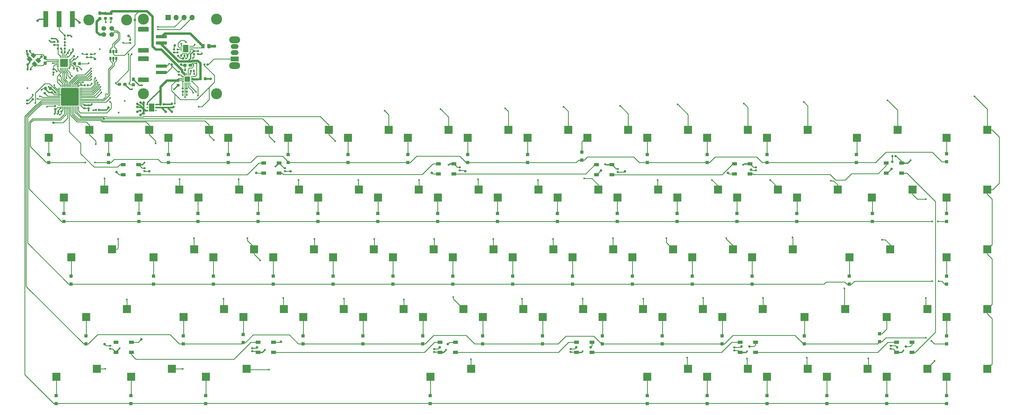
<source format=gbr>
G04 #@! TF.GenerationSoftware,KiCad,Pcbnew,(5.1.5)-3*
G04 #@! TF.CreationDate,2020-05-26T07:58:25-06:00*
G04 #@! TF.ProjectId,keeb,6b656562-2e6b-4696-9361-645f70636258,rev?*
G04 #@! TF.SameCoordinates,Original*
G04 #@! TF.FileFunction,Copper,L4,Bot*
G04 #@! TF.FilePolarity,Positive*
%FSLAX46Y46*%
G04 Gerber Fmt 4.6, Leading zero omitted, Abs format (unit mm)*
G04 Created by KiCad (PCBNEW (5.1.5)-3) date 2020-05-26 07:58:25*
%MOMM*%
%LPD*%
G04 APERTURE LIST*
G04 #@! TA.AperFunction,SMDPad,CuDef*
%ADD10R,0.630000X0.450000*%
G04 #@! TD*
G04 #@! TA.AperFunction,SMDPad,CuDef*
%ADD11R,1.700000X2.600000*%
G04 #@! TD*
G04 #@! TA.AperFunction,SMDPad,CuDef*
%ADD12R,1.500000X1.000000*%
G04 #@! TD*
G04 #@! TA.AperFunction,ComponentPad*
%ADD13C,3.500000*%
G04 #@! TD*
G04 #@! TA.AperFunction,ComponentPad*
%ADD14O,1.700000X1.700000*%
G04 #@! TD*
G04 #@! TA.AperFunction,ComponentPad*
%ADD15R,1.700000X1.700000*%
G04 #@! TD*
G04 #@! TA.AperFunction,SMDPad,CuDef*
%ADD16C,0.150000*%
G04 #@! TD*
G04 #@! TA.AperFunction,ComponentPad*
%ADD17C,1.500000*%
G04 #@! TD*
G04 #@! TA.AperFunction,SMDPad,CuDef*
%ADD18R,2.550000X2.500000*%
G04 #@! TD*
G04 #@! TA.AperFunction,SMDPad,CuDef*
%ADD19R,1.500000X5.080000*%
G04 #@! TD*
G04 #@! TA.AperFunction,SMDPad,CuDef*
%ADD20R,0.650000X1.060000*%
G04 #@! TD*
G04 #@! TA.AperFunction,SMDPad,CuDef*
%ADD21R,1.000000X1.000000*%
G04 #@! TD*
G04 #@! TA.AperFunction,ComponentPad*
%ADD22R,2.500000X1.500000*%
G04 #@! TD*
G04 #@! TA.AperFunction,ComponentPad*
%ADD23O,2.500000X1.500000*%
G04 #@! TD*
G04 #@! TA.AperFunction,ComponentPad*
%ADD24O,3.500000X2.200000*%
G04 #@! TD*
G04 #@! TA.AperFunction,SMDPad,CuDef*
%ADD25R,0.700000X0.250000*%
G04 #@! TD*
G04 #@! TA.AperFunction,SMDPad,CuDef*
%ADD26R,1.660000X2.380000*%
G04 #@! TD*
G04 #@! TA.AperFunction,ViaPad*
%ADD27C,0.450000*%
G04 #@! TD*
G04 #@! TA.AperFunction,ViaPad*
%ADD28C,0.800000*%
G04 #@! TD*
G04 #@! TA.AperFunction,ViaPad*
%ADD29C,0.600000*%
G04 #@! TD*
G04 #@! TA.AperFunction,ViaPad*
%ADD30C,1.016000*%
G04 #@! TD*
G04 #@! TA.AperFunction,Conductor*
%ADD31C,0.381000*%
G04 #@! TD*
G04 #@! TA.AperFunction,Conductor*
%ADD32C,0.293370*%
G04 #@! TD*
G04 #@! TA.AperFunction,Conductor*
%ADD33C,0.250000*%
G04 #@! TD*
G04 #@! TA.AperFunction,Conductor*
%ADD34C,0.508000*%
G04 #@! TD*
G04 #@! TA.AperFunction,Conductor*
%ADD35C,0.762000*%
G04 #@! TD*
G04 #@! TA.AperFunction,Conductor*
%ADD36C,0.261112*%
G04 #@! TD*
G04 APERTURE END LIST*
D10*
G04 #@! TO.P,U7,1*
G04 #@! TO.N,+BATT*
X83382000Y-71186000D03*
G04 #@! TO.P,U7,2*
G04 #@! TO.N,GND*
X83382000Y-72136000D03*
G04 #@! TO.P,U7,3*
G04 #@! TO.N,Net-(U7-Pad3)*
X83382000Y-73086000D03*
G04 #@! TO.P,U7,4*
G04 #@! TO.N,+3V3*
X80702000Y-73086000D03*
G04 #@! TO.P,U7,5*
G04 #@! TO.N,Net-(U7-Pad5)*
X80702000Y-72136000D03*
G04 #@! TO.P,U7,6*
G04 #@! TO.N,+BATT*
X80702000Y-71186000D03*
D11*
G04 #@! TO.P,U7,7*
G04 #@! TO.N,GND*
X82042000Y-72136000D03*
G04 #@! TD*
D12*
G04 #@! TO.P,D69,1*
G04 #@! TO.N,+3V3*
X77888000Y-90348000D03*
G04 #@! TO.P,D69,2*
G04 #@! TO.N,Net-(D69-Pad2)*
X77888000Y-93548000D03*
G04 #@! TO.P,D69,4*
G04 #@! TO.N,/LED Matrix/LED_DIN*
X72988000Y-90348000D03*
G04 #@! TO.P,D69,3*
G04 #@! TO.N,GND*
X72988000Y-93548000D03*
G04 #@! TD*
G04 #@! TO.P,D83,1*
G04 #@! TO.N,+3V3*
X319114000Y-150190000D03*
G04 #@! TO.P,D83,2*
G04 #@! TO.N,Net-(D80-Pad4)*
X319114000Y-146990000D03*
G04 #@! TO.P,D83,4*
G04 #@! TO.N,Net-(D82-Pad2)*
X324014000Y-150190000D03*
G04 #@! TO.P,D83,3*
G04 #@! TO.N,GND*
X324014000Y-146990000D03*
G04 #@! TD*
G04 #@! TO.P,D82,1*
G04 #@! TO.N,+3V3*
X320712000Y-89840000D03*
G04 #@! TO.P,D82,2*
G04 #@! TO.N,Net-(D82-Pad2)*
X320712000Y-93040000D03*
G04 #@! TO.P,D82,4*
G04 #@! TO.N,Net-(D81-Pad2)*
X315812000Y-89840000D03*
G04 #@! TO.P,D82,3*
G04 #@! TO.N,GND*
X315812000Y-93040000D03*
G04 #@! TD*
G04 #@! TO.P,D81,1*
G04 #@! TO.N,+3V3*
X272452000Y-90094000D03*
G04 #@! TO.P,D81,2*
G04 #@! TO.N,Net-(D81-Pad2)*
X272452000Y-93294000D03*
G04 #@! TO.P,D81,4*
G04 #@! TO.N,Net-(D78-Pad2)*
X267552000Y-90094000D03*
G04 #@! TO.P,D81,3*
G04 #@! TO.N,GND*
X267552000Y-93294000D03*
G04 #@! TD*
G04 #@! TO.P,D80,1*
G04 #@! TO.N,+3V3*
X269330000Y-150190000D03*
G04 #@! TO.P,D80,2*
G04 #@! TO.N,Net-(D79-Pad4)*
X269330000Y-146990000D03*
G04 #@! TO.P,D80,4*
G04 #@! TO.N,Net-(D80-Pad4)*
X274230000Y-150190000D03*
G04 #@! TO.P,D80,3*
G04 #@! TO.N,GND*
X274230000Y-146990000D03*
G04 #@! TD*
G04 #@! TO.P,D79,1*
G04 #@! TO.N,+3V3*
X217260000Y-150190000D03*
G04 #@! TO.P,D79,2*
G04 #@! TO.N,Net-(D77-Pad4)*
X217260000Y-146990000D03*
G04 #@! TO.P,D79,4*
G04 #@! TO.N,Net-(D79-Pad4)*
X222160000Y-150190000D03*
G04 #@! TO.P,D79,3*
G04 #@! TO.N,GND*
X222160000Y-146990000D03*
G04 #@! TD*
G04 #@! TO.P,D78,1*
G04 #@! TO.N,+3V3*
X228510000Y-90348000D03*
G04 #@! TO.P,D78,2*
G04 #@! TO.N,Net-(D78-Pad2)*
X228510000Y-93548000D03*
G04 #@! TO.P,D78,4*
G04 #@! TO.N,Net-(D76-Pad2)*
X223610000Y-90348000D03*
G04 #@! TO.P,D78,3*
G04 #@! TO.N,GND*
X223610000Y-93548000D03*
G04 #@! TD*
G04 #@! TO.P,D77,1*
G04 #@! TO.N,+3V3*
X173826000Y-150190000D03*
G04 #@! TO.P,D77,2*
G04 #@! TO.N,Net-(D75-Pad4)*
X173826000Y-146990000D03*
G04 #@! TO.P,D77,4*
G04 #@! TO.N,Net-(D77-Pad4)*
X178726000Y-150190000D03*
G04 #@! TO.P,D77,3*
G04 #@! TO.N,GND*
X178726000Y-146990000D03*
G04 #@! TD*
G04 #@! TO.P,D76,1*
G04 #@! TO.N,+3V3*
X178218000Y-90094000D03*
G04 #@! TO.P,D76,2*
G04 #@! TO.N,Net-(D76-Pad2)*
X178218000Y-93294000D03*
G04 #@! TO.P,D76,4*
G04 #@! TO.N,Net-(D74-Pad2)*
X173318000Y-90094000D03*
G04 #@! TO.P,D76,3*
G04 #@! TO.N,GND*
X173318000Y-93294000D03*
G04 #@! TD*
G04 #@! TO.P,D75,1*
G04 #@! TO.N,+3V3*
X115914000Y-150190000D03*
G04 #@! TO.P,D75,2*
G04 #@! TO.N,Net-(D73-Pad4)*
X115914000Y-146990000D03*
G04 #@! TO.P,D75,4*
G04 #@! TO.N,Net-(D75-Pad4)*
X120814000Y-150190000D03*
G04 #@! TO.P,D75,3*
G04 #@! TO.N,GND*
X120814000Y-146990000D03*
G04 #@! TD*
G04 #@! TO.P,D74,1*
G04 #@! TO.N,+3V3*
X122592000Y-89840000D03*
G04 #@! TO.P,D74,2*
G04 #@! TO.N,Net-(D74-Pad2)*
X122592000Y-93040000D03*
G04 #@! TO.P,D74,4*
G04 #@! TO.N,Net-(D69-Pad2)*
X117692000Y-89840000D03*
G04 #@! TO.P,D74,3*
G04 #@! TO.N,GND*
X117692000Y-93040000D03*
G04 #@! TD*
G04 #@! TO.P,D73,1*
G04 #@! TO.N,+3V3*
X70702000Y-150190000D03*
G04 #@! TO.P,D73,2*
G04 #@! TO.N,Net-(D73-Pad2)*
X70702000Y-146990000D03*
G04 #@! TO.P,D73,4*
G04 #@! TO.N,Net-(D73-Pad4)*
X75602000Y-150190000D03*
G04 #@! TO.P,D73,3*
G04 #@! TO.N,GND*
X75602000Y-146990000D03*
G04 #@! TD*
D13*
G04 #@! TO.P,J6,*
G04 #@! TO.N,*
X102709000Y-67734000D03*
X79409000Y-67734000D03*
X79409000Y-43934000D03*
X102709000Y-43934000D03*
D14*
G04 #@! TO.P,J6,4*
G04 #@! TO.N,/MCU/SDA_MON*
X94869000Y-43434000D03*
G04 #@! TO.P,J6,3*
G04 #@! TO.N,/MCU/SCL_MON*
X92329000Y-43434000D03*
G04 #@! TO.P,J6,2*
G04 #@! TO.N,+3V3*
X89789000Y-43434000D03*
D15*
G04 #@! TO.P,J6,1*
G04 #@! TO.N,GND*
X87249000Y-43434000D03*
G04 #@! TD*
G04 #@! TA.AperFunction,SMDPad,CuDef*
D16*
G04 #@! TO.P,U2,20*
G04 #@! TO.N,GND*
G36*
X56411626Y-58787301D02*
G01*
X56417693Y-58788201D01*
X56423643Y-58789691D01*
X56429418Y-58791758D01*
X56434962Y-58794380D01*
X56440223Y-58797533D01*
X56445150Y-58801187D01*
X56449694Y-58805306D01*
X56453813Y-58809850D01*
X56457467Y-58814777D01*
X56460620Y-58820038D01*
X56463242Y-58825582D01*
X56465309Y-58831357D01*
X56466799Y-58837307D01*
X56467699Y-58843374D01*
X56468000Y-58849500D01*
X56468000Y-58974500D01*
X56467699Y-58980626D01*
X56466799Y-58986693D01*
X56465309Y-58992643D01*
X56463242Y-58998418D01*
X56460620Y-59003962D01*
X56457467Y-59009223D01*
X56453813Y-59014150D01*
X56449694Y-59018694D01*
X56445150Y-59022813D01*
X56440223Y-59026467D01*
X56434962Y-59029620D01*
X56429418Y-59032242D01*
X56423643Y-59034309D01*
X56417693Y-59035799D01*
X56411626Y-59036699D01*
X56405500Y-59037000D01*
X55705500Y-59037000D01*
X55699374Y-59036699D01*
X55693307Y-59035799D01*
X55687357Y-59034309D01*
X55681582Y-59032242D01*
X55676038Y-59029620D01*
X55670777Y-59026467D01*
X55665850Y-59022813D01*
X55661306Y-59018694D01*
X55657187Y-59014150D01*
X55653533Y-59009223D01*
X55650380Y-59003962D01*
X55647758Y-58998418D01*
X55645691Y-58992643D01*
X55644201Y-58986693D01*
X55643301Y-58980626D01*
X55643000Y-58974500D01*
X55643000Y-58849500D01*
X55643301Y-58843374D01*
X55644201Y-58837307D01*
X55645691Y-58831357D01*
X55647758Y-58825582D01*
X55650380Y-58820038D01*
X55653533Y-58814777D01*
X55657187Y-58809850D01*
X55661306Y-58805306D01*
X55665850Y-58801187D01*
X55670777Y-58797533D01*
X55676038Y-58794380D01*
X55681582Y-58791758D01*
X55687357Y-58789691D01*
X55693307Y-58788201D01*
X55699374Y-58787301D01*
X55705500Y-58787000D01*
X56405500Y-58787000D01*
X56411626Y-58787301D01*
G37*
G04 #@! TD.AperFunction*
G04 #@! TA.AperFunction,SMDPad,CuDef*
G04 #@! TO.P,U2,19*
G04 #@! TO.N,Net-(C13-Pad1)*
G36*
X56411626Y-58287301D02*
G01*
X56417693Y-58288201D01*
X56423643Y-58289691D01*
X56429418Y-58291758D01*
X56434962Y-58294380D01*
X56440223Y-58297533D01*
X56445150Y-58301187D01*
X56449694Y-58305306D01*
X56453813Y-58309850D01*
X56457467Y-58314777D01*
X56460620Y-58320038D01*
X56463242Y-58325582D01*
X56465309Y-58331357D01*
X56466799Y-58337307D01*
X56467699Y-58343374D01*
X56468000Y-58349500D01*
X56468000Y-58474500D01*
X56467699Y-58480626D01*
X56466799Y-58486693D01*
X56465309Y-58492643D01*
X56463242Y-58498418D01*
X56460620Y-58503962D01*
X56457467Y-58509223D01*
X56453813Y-58514150D01*
X56449694Y-58518694D01*
X56445150Y-58522813D01*
X56440223Y-58526467D01*
X56434962Y-58529620D01*
X56429418Y-58532242D01*
X56423643Y-58534309D01*
X56417693Y-58535799D01*
X56411626Y-58536699D01*
X56405500Y-58537000D01*
X55705500Y-58537000D01*
X55699374Y-58536699D01*
X55693307Y-58535799D01*
X55687357Y-58534309D01*
X55681582Y-58532242D01*
X55676038Y-58529620D01*
X55670777Y-58526467D01*
X55665850Y-58522813D01*
X55661306Y-58518694D01*
X55657187Y-58514150D01*
X55653533Y-58509223D01*
X55650380Y-58503962D01*
X55647758Y-58498418D01*
X55645691Y-58492643D01*
X55644201Y-58486693D01*
X55643301Y-58480626D01*
X55643000Y-58474500D01*
X55643000Y-58349500D01*
X55643301Y-58343374D01*
X55644201Y-58337307D01*
X55645691Y-58331357D01*
X55647758Y-58325582D01*
X55650380Y-58320038D01*
X55653533Y-58314777D01*
X55657187Y-58309850D01*
X55661306Y-58305306D01*
X55665850Y-58301187D01*
X55670777Y-58297533D01*
X55676038Y-58294380D01*
X55681582Y-58291758D01*
X55687357Y-58289691D01*
X55693307Y-58288201D01*
X55699374Y-58287301D01*
X55705500Y-58287000D01*
X56405500Y-58287000D01*
X56411626Y-58287301D01*
G37*
G04 #@! TD.AperFunction*
G04 #@! TA.AperFunction,SMDPad,CuDef*
G04 #@! TO.P,U2,18*
G04 #@! TO.N,+3V3*
G36*
X56411626Y-57787301D02*
G01*
X56417693Y-57788201D01*
X56423643Y-57789691D01*
X56429418Y-57791758D01*
X56434962Y-57794380D01*
X56440223Y-57797533D01*
X56445150Y-57801187D01*
X56449694Y-57805306D01*
X56453813Y-57809850D01*
X56457467Y-57814777D01*
X56460620Y-57820038D01*
X56463242Y-57825582D01*
X56465309Y-57831357D01*
X56466799Y-57837307D01*
X56467699Y-57843374D01*
X56468000Y-57849500D01*
X56468000Y-57974500D01*
X56467699Y-57980626D01*
X56466799Y-57986693D01*
X56465309Y-57992643D01*
X56463242Y-57998418D01*
X56460620Y-58003962D01*
X56457467Y-58009223D01*
X56453813Y-58014150D01*
X56449694Y-58018694D01*
X56445150Y-58022813D01*
X56440223Y-58026467D01*
X56434962Y-58029620D01*
X56429418Y-58032242D01*
X56423643Y-58034309D01*
X56417693Y-58035799D01*
X56411626Y-58036699D01*
X56405500Y-58037000D01*
X55705500Y-58037000D01*
X55699374Y-58036699D01*
X55693307Y-58035799D01*
X55687357Y-58034309D01*
X55681582Y-58032242D01*
X55676038Y-58029620D01*
X55670777Y-58026467D01*
X55665850Y-58022813D01*
X55661306Y-58018694D01*
X55657187Y-58014150D01*
X55653533Y-58009223D01*
X55650380Y-58003962D01*
X55647758Y-57998418D01*
X55645691Y-57992643D01*
X55644201Y-57986693D01*
X55643301Y-57980626D01*
X55643000Y-57974500D01*
X55643000Y-57849500D01*
X55643301Y-57843374D01*
X55644201Y-57837307D01*
X55645691Y-57831357D01*
X55647758Y-57825582D01*
X55650380Y-57820038D01*
X55653533Y-57814777D01*
X55657187Y-57809850D01*
X55661306Y-57805306D01*
X55665850Y-57801187D01*
X55670777Y-57797533D01*
X55676038Y-57794380D01*
X55681582Y-57791758D01*
X55687357Y-57789691D01*
X55693307Y-57788201D01*
X55699374Y-57787301D01*
X55705500Y-57787000D01*
X56405500Y-57787000D01*
X56411626Y-57787301D01*
G37*
G04 #@! TD.AperFunction*
G04 #@! TA.AperFunction,SMDPad,CuDef*
G04 #@! TO.P,U2,17*
G04 #@! TO.N,GND*
G36*
X56411626Y-57287301D02*
G01*
X56417693Y-57288201D01*
X56423643Y-57289691D01*
X56429418Y-57291758D01*
X56434962Y-57294380D01*
X56440223Y-57297533D01*
X56445150Y-57301187D01*
X56449694Y-57305306D01*
X56453813Y-57309850D01*
X56457467Y-57314777D01*
X56460620Y-57320038D01*
X56463242Y-57325582D01*
X56465309Y-57331357D01*
X56466799Y-57337307D01*
X56467699Y-57343374D01*
X56468000Y-57349500D01*
X56468000Y-57474500D01*
X56467699Y-57480626D01*
X56466799Y-57486693D01*
X56465309Y-57492643D01*
X56463242Y-57498418D01*
X56460620Y-57503962D01*
X56457467Y-57509223D01*
X56453813Y-57514150D01*
X56449694Y-57518694D01*
X56445150Y-57522813D01*
X56440223Y-57526467D01*
X56434962Y-57529620D01*
X56429418Y-57532242D01*
X56423643Y-57534309D01*
X56417693Y-57535799D01*
X56411626Y-57536699D01*
X56405500Y-57537000D01*
X55705500Y-57537000D01*
X55699374Y-57536699D01*
X55693307Y-57535799D01*
X55687357Y-57534309D01*
X55681582Y-57532242D01*
X55676038Y-57529620D01*
X55670777Y-57526467D01*
X55665850Y-57522813D01*
X55661306Y-57518694D01*
X55657187Y-57514150D01*
X55653533Y-57509223D01*
X55650380Y-57503962D01*
X55647758Y-57498418D01*
X55645691Y-57492643D01*
X55644201Y-57486693D01*
X55643301Y-57480626D01*
X55643000Y-57474500D01*
X55643000Y-57349500D01*
X55643301Y-57343374D01*
X55644201Y-57337307D01*
X55645691Y-57331357D01*
X55647758Y-57325582D01*
X55650380Y-57320038D01*
X55653533Y-57314777D01*
X55657187Y-57309850D01*
X55661306Y-57305306D01*
X55665850Y-57301187D01*
X55670777Y-57297533D01*
X55676038Y-57294380D01*
X55681582Y-57291758D01*
X55687357Y-57289691D01*
X55693307Y-57288201D01*
X55699374Y-57287301D01*
X55705500Y-57287000D01*
X56405500Y-57287000D01*
X56411626Y-57287301D01*
G37*
G04 #@! TD.AperFunction*
G04 #@! TA.AperFunction,SMDPad,CuDef*
G04 #@! TO.P,U2,16*
G04 #@! TO.N,Net-(R2-Pad1)*
G36*
X56411626Y-56787301D02*
G01*
X56417693Y-56788201D01*
X56423643Y-56789691D01*
X56429418Y-56791758D01*
X56434962Y-56794380D01*
X56440223Y-56797533D01*
X56445150Y-56801187D01*
X56449694Y-56805306D01*
X56453813Y-56809850D01*
X56457467Y-56814777D01*
X56460620Y-56820038D01*
X56463242Y-56825582D01*
X56465309Y-56831357D01*
X56466799Y-56837307D01*
X56467699Y-56843374D01*
X56468000Y-56849500D01*
X56468000Y-56974500D01*
X56467699Y-56980626D01*
X56466799Y-56986693D01*
X56465309Y-56992643D01*
X56463242Y-56998418D01*
X56460620Y-57003962D01*
X56457467Y-57009223D01*
X56453813Y-57014150D01*
X56449694Y-57018694D01*
X56445150Y-57022813D01*
X56440223Y-57026467D01*
X56434962Y-57029620D01*
X56429418Y-57032242D01*
X56423643Y-57034309D01*
X56417693Y-57035799D01*
X56411626Y-57036699D01*
X56405500Y-57037000D01*
X55705500Y-57037000D01*
X55699374Y-57036699D01*
X55693307Y-57035799D01*
X55687357Y-57034309D01*
X55681582Y-57032242D01*
X55676038Y-57029620D01*
X55670777Y-57026467D01*
X55665850Y-57022813D01*
X55661306Y-57018694D01*
X55657187Y-57014150D01*
X55653533Y-57009223D01*
X55650380Y-57003962D01*
X55647758Y-56998418D01*
X55645691Y-56992643D01*
X55644201Y-56986693D01*
X55643301Y-56980626D01*
X55643000Y-56974500D01*
X55643000Y-56849500D01*
X55643301Y-56843374D01*
X55644201Y-56837307D01*
X55645691Y-56831357D01*
X55647758Y-56825582D01*
X55650380Y-56820038D01*
X55653533Y-56814777D01*
X55657187Y-56809850D01*
X55661306Y-56805306D01*
X55665850Y-56801187D01*
X55670777Y-56797533D01*
X55676038Y-56794380D01*
X55681582Y-56791758D01*
X55687357Y-56789691D01*
X55693307Y-56788201D01*
X55699374Y-56787301D01*
X55705500Y-56787000D01*
X56405500Y-56787000D01*
X56411626Y-56787301D01*
G37*
G04 #@! TD.AperFunction*
G04 #@! TA.AperFunction,SMDPad,CuDef*
G04 #@! TO.P,U2,15*
G04 #@! TO.N,+3V3*
G36*
X55186626Y-55562301D02*
G01*
X55192693Y-55563201D01*
X55198643Y-55564691D01*
X55204418Y-55566758D01*
X55209962Y-55569380D01*
X55215223Y-55572533D01*
X55220150Y-55576187D01*
X55224694Y-55580306D01*
X55228813Y-55584850D01*
X55232467Y-55589777D01*
X55235620Y-55595038D01*
X55238242Y-55600582D01*
X55240309Y-55606357D01*
X55241799Y-55612307D01*
X55242699Y-55618374D01*
X55243000Y-55624500D01*
X55243000Y-56324500D01*
X55242699Y-56330626D01*
X55241799Y-56336693D01*
X55240309Y-56342643D01*
X55238242Y-56348418D01*
X55235620Y-56353962D01*
X55232467Y-56359223D01*
X55228813Y-56364150D01*
X55224694Y-56368694D01*
X55220150Y-56372813D01*
X55215223Y-56376467D01*
X55209962Y-56379620D01*
X55204418Y-56382242D01*
X55198643Y-56384309D01*
X55192693Y-56385799D01*
X55186626Y-56386699D01*
X55180500Y-56387000D01*
X55055500Y-56387000D01*
X55049374Y-56386699D01*
X55043307Y-56385799D01*
X55037357Y-56384309D01*
X55031582Y-56382242D01*
X55026038Y-56379620D01*
X55020777Y-56376467D01*
X55015850Y-56372813D01*
X55011306Y-56368694D01*
X55007187Y-56364150D01*
X55003533Y-56359223D01*
X55000380Y-56353962D01*
X54997758Y-56348418D01*
X54995691Y-56342643D01*
X54994201Y-56336693D01*
X54993301Y-56330626D01*
X54993000Y-56324500D01*
X54993000Y-55624500D01*
X54993301Y-55618374D01*
X54994201Y-55612307D01*
X54995691Y-55606357D01*
X54997758Y-55600582D01*
X55000380Y-55595038D01*
X55003533Y-55589777D01*
X55007187Y-55584850D01*
X55011306Y-55580306D01*
X55015850Y-55576187D01*
X55020777Y-55572533D01*
X55026038Y-55569380D01*
X55031582Y-55566758D01*
X55037357Y-55564691D01*
X55043307Y-55563201D01*
X55049374Y-55562301D01*
X55055500Y-55562000D01*
X55180500Y-55562000D01*
X55186626Y-55562301D01*
G37*
G04 #@! TD.AperFunction*
G04 #@! TA.AperFunction,SMDPad,CuDef*
G04 #@! TO.P,U2,14*
G04 #@! TO.N,GND*
G36*
X54686626Y-55562301D02*
G01*
X54692693Y-55563201D01*
X54698643Y-55564691D01*
X54704418Y-55566758D01*
X54709962Y-55569380D01*
X54715223Y-55572533D01*
X54720150Y-55576187D01*
X54724694Y-55580306D01*
X54728813Y-55584850D01*
X54732467Y-55589777D01*
X54735620Y-55595038D01*
X54738242Y-55600582D01*
X54740309Y-55606357D01*
X54741799Y-55612307D01*
X54742699Y-55618374D01*
X54743000Y-55624500D01*
X54743000Y-56324500D01*
X54742699Y-56330626D01*
X54741799Y-56336693D01*
X54740309Y-56342643D01*
X54738242Y-56348418D01*
X54735620Y-56353962D01*
X54732467Y-56359223D01*
X54728813Y-56364150D01*
X54724694Y-56368694D01*
X54720150Y-56372813D01*
X54715223Y-56376467D01*
X54709962Y-56379620D01*
X54704418Y-56382242D01*
X54698643Y-56384309D01*
X54692693Y-56385799D01*
X54686626Y-56386699D01*
X54680500Y-56387000D01*
X54555500Y-56387000D01*
X54549374Y-56386699D01*
X54543307Y-56385799D01*
X54537357Y-56384309D01*
X54531582Y-56382242D01*
X54526038Y-56379620D01*
X54520777Y-56376467D01*
X54515850Y-56372813D01*
X54511306Y-56368694D01*
X54507187Y-56364150D01*
X54503533Y-56359223D01*
X54500380Y-56353962D01*
X54497758Y-56348418D01*
X54495691Y-56342643D01*
X54494201Y-56336693D01*
X54493301Y-56330626D01*
X54493000Y-56324500D01*
X54493000Y-55624500D01*
X54493301Y-55618374D01*
X54494201Y-55612307D01*
X54495691Y-55606357D01*
X54497758Y-55600582D01*
X54500380Y-55595038D01*
X54503533Y-55589777D01*
X54507187Y-55584850D01*
X54511306Y-55580306D01*
X54515850Y-55576187D01*
X54520777Y-55572533D01*
X54526038Y-55569380D01*
X54531582Y-55566758D01*
X54537357Y-55564691D01*
X54543307Y-55563201D01*
X54549374Y-55562301D01*
X54555500Y-55562000D01*
X54680500Y-55562000D01*
X54686626Y-55562301D01*
G37*
G04 #@! TD.AperFunction*
G04 #@! TA.AperFunction,SMDPad,CuDef*
G04 #@! TO.P,U2,13*
G04 #@! TO.N,Net-(L1-Pad2)*
G36*
X54186626Y-55562301D02*
G01*
X54192693Y-55563201D01*
X54198643Y-55564691D01*
X54204418Y-55566758D01*
X54209962Y-55569380D01*
X54215223Y-55572533D01*
X54220150Y-55576187D01*
X54224694Y-55580306D01*
X54228813Y-55584850D01*
X54232467Y-55589777D01*
X54235620Y-55595038D01*
X54238242Y-55600582D01*
X54240309Y-55606357D01*
X54241799Y-55612307D01*
X54242699Y-55618374D01*
X54243000Y-55624500D01*
X54243000Y-56324500D01*
X54242699Y-56330626D01*
X54241799Y-56336693D01*
X54240309Y-56342643D01*
X54238242Y-56348418D01*
X54235620Y-56353962D01*
X54232467Y-56359223D01*
X54228813Y-56364150D01*
X54224694Y-56368694D01*
X54220150Y-56372813D01*
X54215223Y-56376467D01*
X54209962Y-56379620D01*
X54204418Y-56382242D01*
X54198643Y-56384309D01*
X54192693Y-56385799D01*
X54186626Y-56386699D01*
X54180500Y-56387000D01*
X54055500Y-56387000D01*
X54049374Y-56386699D01*
X54043307Y-56385799D01*
X54037357Y-56384309D01*
X54031582Y-56382242D01*
X54026038Y-56379620D01*
X54020777Y-56376467D01*
X54015850Y-56372813D01*
X54011306Y-56368694D01*
X54007187Y-56364150D01*
X54003533Y-56359223D01*
X54000380Y-56353962D01*
X53997758Y-56348418D01*
X53995691Y-56342643D01*
X53994201Y-56336693D01*
X53993301Y-56330626D01*
X53993000Y-56324500D01*
X53993000Y-55624500D01*
X53993301Y-55618374D01*
X53994201Y-55612307D01*
X53995691Y-55606357D01*
X53997758Y-55600582D01*
X54000380Y-55595038D01*
X54003533Y-55589777D01*
X54007187Y-55584850D01*
X54011306Y-55580306D01*
X54015850Y-55576187D01*
X54020777Y-55572533D01*
X54026038Y-55569380D01*
X54031582Y-55566758D01*
X54037357Y-55564691D01*
X54043307Y-55563201D01*
X54049374Y-55562301D01*
X54055500Y-55562000D01*
X54180500Y-55562000D01*
X54186626Y-55562301D01*
G37*
G04 #@! TD.AperFunction*
G04 #@! TA.AperFunction,SMDPad,CuDef*
G04 #@! TO.P,U2,12*
G04 #@! TO.N,Net-(L1-Pad1)*
G36*
X53686626Y-55562301D02*
G01*
X53692693Y-55563201D01*
X53698643Y-55564691D01*
X53704418Y-55566758D01*
X53709962Y-55569380D01*
X53715223Y-55572533D01*
X53720150Y-55576187D01*
X53724694Y-55580306D01*
X53728813Y-55584850D01*
X53732467Y-55589777D01*
X53735620Y-55595038D01*
X53738242Y-55600582D01*
X53740309Y-55606357D01*
X53741799Y-55612307D01*
X53742699Y-55618374D01*
X53743000Y-55624500D01*
X53743000Y-56324500D01*
X53742699Y-56330626D01*
X53741799Y-56336693D01*
X53740309Y-56342643D01*
X53738242Y-56348418D01*
X53735620Y-56353962D01*
X53732467Y-56359223D01*
X53728813Y-56364150D01*
X53724694Y-56368694D01*
X53720150Y-56372813D01*
X53715223Y-56376467D01*
X53709962Y-56379620D01*
X53704418Y-56382242D01*
X53698643Y-56384309D01*
X53692693Y-56385799D01*
X53686626Y-56386699D01*
X53680500Y-56387000D01*
X53555500Y-56387000D01*
X53549374Y-56386699D01*
X53543307Y-56385799D01*
X53537357Y-56384309D01*
X53531582Y-56382242D01*
X53526038Y-56379620D01*
X53520777Y-56376467D01*
X53515850Y-56372813D01*
X53511306Y-56368694D01*
X53507187Y-56364150D01*
X53503533Y-56359223D01*
X53500380Y-56353962D01*
X53497758Y-56348418D01*
X53495691Y-56342643D01*
X53494201Y-56336693D01*
X53493301Y-56330626D01*
X53493000Y-56324500D01*
X53493000Y-55624500D01*
X53493301Y-55618374D01*
X53494201Y-55612307D01*
X53495691Y-55606357D01*
X53497758Y-55600582D01*
X53500380Y-55595038D01*
X53503533Y-55589777D01*
X53507187Y-55584850D01*
X53511306Y-55580306D01*
X53515850Y-55576187D01*
X53520777Y-55572533D01*
X53526038Y-55569380D01*
X53531582Y-55566758D01*
X53537357Y-55564691D01*
X53543307Y-55563201D01*
X53549374Y-55562301D01*
X53555500Y-55562000D01*
X53680500Y-55562000D01*
X53686626Y-55562301D01*
G37*
G04 #@! TD.AperFunction*
G04 #@! TA.AperFunction,SMDPad,CuDef*
G04 #@! TO.P,U2,11*
G04 #@! TO.N,Net-(C16-Pad1)*
G36*
X53186626Y-55562301D02*
G01*
X53192693Y-55563201D01*
X53198643Y-55564691D01*
X53204418Y-55566758D01*
X53209962Y-55569380D01*
X53215223Y-55572533D01*
X53220150Y-55576187D01*
X53224694Y-55580306D01*
X53228813Y-55584850D01*
X53232467Y-55589777D01*
X53235620Y-55595038D01*
X53238242Y-55600582D01*
X53240309Y-55606357D01*
X53241799Y-55612307D01*
X53242699Y-55618374D01*
X53243000Y-55624500D01*
X53243000Y-56324500D01*
X53242699Y-56330626D01*
X53241799Y-56336693D01*
X53240309Y-56342643D01*
X53238242Y-56348418D01*
X53235620Y-56353962D01*
X53232467Y-56359223D01*
X53228813Y-56364150D01*
X53224694Y-56368694D01*
X53220150Y-56372813D01*
X53215223Y-56376467D01*
X53209962Y-56379620D01*
X53204418Y-56382242D01*
X53198643Y-56384309D01*
X53192693Y-56385799D01*
X53186626Y-56386699D01*
X53180500Y-56387000D01*
X53055500Y-56387000D01*
X53049374Y-56386699D01*
X53043307Y-56385799D01*
X53037357Y-56384309D01*
X53031582Y-56382242D01*
X53026038Y-56379620D01*
X53020777Y-56376467D01*
X53015850Y-56372813D01*
X53011306Y-56368694D01*
X53007187Y-56364150D01*
X53003533Y-56359223D01*
X53000380Y-56353962D01*
X52997758Y-56348418D01*
X52995691Y-56342643D01*
X52994201Y-56336693D01*
X52993301Y-56330626D01*
X52993000Y-56324500D01*
X52993000Y-55624500D01*
X52993301Y-55618374D01*
X52994201Y-55612307D01*
X52995691Y-55606357D01*
X52997758Y-55600582D01*
X53000380Y-55595038D01*
X53003533Y-55589777D01*
X53007187Y-55584850D01*
X53011306Y-55580306D01*
X53015850Y-55576187D01*
X53020777Y-55572533D01*
X53026038Y-55569380D01*
X53031582Y-55566758D01*
X53037357Y-55564691D01*
X53043307Y-55563201D01*
X53049374Y-55562301D01*
X53055500Y-55562000D01*
X53180500Y-55562000D01*
X53186626Y-55562301D01*
G37*
G04 #@! TD.AperFunction*
G04 #@! TA.AperFunction,SMDPad,CuDef*
G04 #@! TO.P,U2,10*
G04 #@! TO.N,Net-(C15-Pad1)*
G36*
X52536626Y-56787301D02*
G01*
X52542693Y-56788201D01*
X52548643Y-56789691D01*
X52554418Y-56791758D01*
X52559962Y-56794380D01*
X52565223Y-56797533D01*
X52570150Y-56801187D01*
X52574694Y-56805306D01*
X52578813Y-56809850D01*
X52582467Y-56814777D01*
X52585620Y-56820038D01*
X52588242Y-56825582D01*
X52590309Y-56831357D01*
X52591799Y-56837307D01*
X52592699Y-56843374D01*
X52593000Y-56849500D01*
X52593000Y-56974500D01*
X52592699Y-56980626D01*
X52591799Y-56986693D01*
X52590309Y-56992643D01*
X52588242Y-56998418D01*
X52585620Y-57003962D01*
X52582467Y-57009223D01*
X52578813Y-57014150D01*
X52574694Y-57018694D01*
X52570150Y-57022813D01*
X52565223Y-57026467D01*
X52559962Y-57029620D01*
X52554418Y-57032242D01*
X52548643Y-57034309D01*
X52542693Y-57035799D01*
X52536626Y-57036699D01*
X52530500Y-57037000D01*
X51830500Y-57037000D01*
X51824374Y-57036699D01*
X51818307Y-57035799D01*
X51812357Y-57034309D01*
X51806582Y-57032242D01*
X51801038Y-57029620D01*
X51795777Y-57026467D01*
X51790850Y-57022813D01*
X51786306Y-57018694D01*
X51782187Y-57014150D01*
X51778533Y-57009223D01*
X51775380Y-57003962D01*
X51772758Y-56998418D01*
X51770691Y-56992643D01*
X51769201Y-56986693D01*
X51768301Y-56980626D01*
X51768000Y-56974500D01*
X51768000Y-56849500D01*
X51768301Y-56843374D01*
X51769201Y-56837307D01*
X51770691Y-56831357D01*
X51772758Y-56825582D01*
X51775380Y-56820038D01*
X51778533Y-56814777D01*
X51782187Y-56809850D01*
X51786306Y-56805306D01*
X51790850Y-56801187D01*
X51795777Y-56797533D01*
X51801038Y-56794380D01*
X51806582Y-56791758D01*
X51812357Y-56789691D01*
X51818307Y-56788201D01*
X51824374Y-56787301D01*
X51830500Y-56787000D01*
X52530500Y-56787000D01*
X52536626Y-56787301D01*
G37*
G04 #@! TD.AperFunction*
G04 #@! TA.AperFunction,SMDPad,CuDef*
G04 #@! TO.P,U2,9*
G04 #@! TO.N,Net-(C14-Pad1)*
G36*
X52536626Y-57287301D02*
G01*
X52542693Y-57288201D01*
X52548643Y-57289691D01*
X52554418Y-57291758D01*
X52559962Y-57294380D01*
X52565223Y-57297533D01*
X52570150Y-57301187D01*
X52574694Y-57305306D01*
X52578813Y-57309850D01*
X52582467Y-57314777D01*
X52585620Y-57320038D01*
X52588242Y-57325582D01*
X52590309Y-57331357D01*
X52591799Y-57337307D01*
X52592699Y-57343374D01*
X52593000Y-57349500D01*
X52593000Y-57474500D01*
X52592699Y-57480626D01*
X52591799Y-57486693D01*
X52590309Y-57492643D01*
X52588242Y-57498418D01*
X52585620Y-57503962D01*
X52582467Y-57509223D01*
X52578813Y-57514150D01*
X52574694Y-57518694D01*
X52570150Y-57522813D01*
X52565223Y-57526467D01*
X52559962Y-57529620D01*
X52554418Y-57532242D01*
X52548643Y-57534309D01*
X52542693Y-57535799D01*
X52536626Y-57536699D01*
X52530500Y-57537000D01*
X51830500Y-57537000D01*
X51824374Y-57536699D01*
X51818307Y-57535799D01*
X51812357Y-57534309D01*
X51806582Y-57532242D01*
X51801038Y-57529620D01*
X51795777Y-57526467D01*
X51790850Y-57522813D01*
X51786306Y-57518694D01*
X51782187Y-57514150D01*
X51778533Y-57509223D01*
X51775380Y-57503962D01*
X51772758Y-57498418D01*
X51770691Y-57492643D01*
X51769201Y-57486693D01*
X51768301Y-57480626D01*
X51768000Y-57474500D01*
X51768000Y-57349500D01*
X51768301Y-57343374D01*
X51769201Y-57337307D01*
X51770691Y-57331357D01*
X51772758Y-57325582D01*
X51775380Y-57320038D01*
X51778533Y-57314777D01*
X51782187Y-57309850D01*
X51786306Y-57305306D01*
X51790850Y-57301187D01*
X51795777Y-57297533D01*
X51801038Y-57294380D01*
X51806582Y-57291758D01*
X51812357Y-57289691D01*
X51818307Y-57288201D01*
X51824374Y-57287301D01*
X51830500Y-57287000D01*
X52530500Y-57287000D01*
X52536626Y-57287301D01*
G37*
G04 #@! TD.AperFunction*
G04 #@! TA.AperFunction,SMDPad,CuDef*
G04 #@! TO.P,U2,8*
G04 #@! TO.N,GND*
G36*
X52536626Y-57787301D02*
G01*
X52542693Y-57788201D01*
X52548643Y-57789691D01*
X52554418Y-57791758D01*
X52559962Y-57794380D01*
X52565223Y-57797533D01*
X52570150Y-57801187D01*
X52574694Y-57805306D01*
X52578813Y-57809850D01*
X52582467Y-57814777D01*
X52585620Y-57820038D01*
X52588242Y-57825582D01*
X52590309Y-57831357D01*
X52591799Y-57837307D01*
X52592699Y-57843374D01*
X52593000Y-57849500D01*
X52593000Y-57974500D01*
X52592699Y-57980626D01*
X52591799Y-57986693D01*
X52590309Y-57992643D01*
X52588242Y-57998418D01*
X52585620Y-58003962D01*
X52582467Y-58009223D01*
X52578813Y-58014150D01*
X52574694Y-58018694D01*
X52570150Y-58022813D01*
X52565223Y-58026467D01*
X52559962Y-58029620D01*
X52554418Y-58032242D01*
X52548643Y-58034309D01*
X52542693Y-58035799D01*
X52536626Y-58036699D01*
X52530500Y-58037000D01*
X51830500Y-58037000D01*
X51824374Y-58036699D01*
X51818307Y-58035799D01*
X51812357Y-58034309D01*
X51806582Y-58032242D01*
X51801038Y-58029620D01*
X51795777Y-58026467D01*
X51790850Y-58022813D01*
X51786306Y-58018694D01*
X51782187Y-58014150D01*
X51778533Y-58009223D01*
X51775380Y-58003962D01*
X51772758Y-57998418D01*
X51770691Y-57992643D01*
X51769201Y-57986693D01*
X51768301Y-57980626D01*
X51768000Y-57974500D01*
X51768000Y-57849500D01*
X51768301Y-57843374D01*
X51769201Y-57837307D01*
X51770691Y-57831357D01*
X51772758Y-57825582D01*
X51775380Y-57820038D01*
X51778533Y-57814777D01*
X51782187Y-57809850D01*
X51786306Y-57805306D01*
X51790850Y-57801187D01*
X51795777Y-57797533D01*
X51801038Y-57794380D01*
X51806582Y-57791758D01*
X51812357Y-57789691D01*
X51818307Y-57788201D01*
X51824374Y-57787301D01*
X51830500Y-57787000D01*
X52530500Y-57787000D01*
X52536626Y-57787301D01*
G37*
G04 #@! TD.AperFunction*
G04 #@! TA.AperFunction,SMDPad,CuDef*
G04 #@! TO.P,U2,7*
G04 #@! TO.N,+3V3*
G36*
X52536626Y-58287301D02*
G01*
X52542693Y-58288201D01*
X52548643Y-58289691D01*
X52554418Y-58291758D01*
X52559962Y-58294380D01*
X52565223Y-58297533D01*
X52570150Y-58301187D01*
X52574694Y-58305306D01*
X52578813Y-58309850D01*
X52582467Y-58314777D01*
X52585620Y-58320038D01*
X52588242Y-58325582D01*
X52590309Y-58331357D01*
X52591799Y-58337307D01*
X52592699Y-58343374D01*
X52593000Y-58349500D01*
X52593000Y-58474500D01*
X52592699Y-58480626D01*
X52591799Y-58486693D01*
X52590309Y-58492643D01*
X52588242Y-58498418D01*
X52585620Y-58503962D01*
X52582467Y-58509223D01*
X52578813Y-58514150D01*
X52574694Y-58518694D01*
X52570150Y-58522813D01*
X52565223Y-58526467D01*
X52559962Y-58529620D01*
X52554418Y-58532242D01*
X52548643Y-58534309D01*
X52542693Y-58535799D01*
X52536626Y-58536699D01*
X52530500Y-58537000D01*
X51830500Y-58537000D01*
X51824374Y-58536699D01*
X51818307Y-58535799D01*
X51812357Y-58534309D01*
X51806582Y-58532242D01*
X51801038Y-58529620D01*
X51795777Y-58526467D01*
X51790850Y-58522813D01*
X51786306Y-58518694D01*
X51782187Y-58514150D01*
X51778533Y-58509223D01*
X51775380Y-58503962D01*
X51772758Y-58498418D01*
X51770691Y-58492643D01*
X51769201Y-58486693D01*
X51768301Y-58480626D01*
X51768000Y-58474500D01*
X51768000Y-58349500D01*
X51768301Y-58343374D01*
X51769201Y-58337307D01*
X51770691Y-58331357D01*
X51772758Y-58325582D01*
X51775380Y-58320038D01*
X51778533Y-58314777D01*
X51782187Y-58309850D01*
X51786306Y-58305306D01*
X51790850Y-58301187D01*
X51795777Y-58297533D01*
X51801038Y-58294380D01*
X51806582Y-58291758D01*
X51812357Y-58289691D01*
X51818307Y-58288201D01*
X51824374Y-58287301D01*
X51830500Y-58287000D01*
X52530500Y-58287000D01*
X52536626Y-58287301D01*
G37*
G04 #@! TD.AperFunction*
G04 #@! TA.AperFunction,SMDPad,CuDef*
G04 #@! TO.P,U2,6*
G04 #@! TO.N,/MCU/IRQ*
G36*
X52536626Y-58787301D02*
G01*
X52542693Y-58788201D01*
X52548643Y-58789691D01*
X52554418Y-58791758D01*
X52559962Y-58794380D01*
X52565223Y-58797533D01*
X52570150Y-58801187D01*
X52574694Y-58805306D01*
X52578813Y-58809850D01*
X52582467Y-58814777D01*
X52585620Y-58820038D01*
X52588242Y-58825582D01*
X52590309Y-58831357D01*
X52591799Y-58837307D01*
X52592699Y-58843374D01*
X52593000Y-58849500D01*
X52593000Y-58974500D01*
X52592699Y-58980626D01*
X52591799Y-58986693D01*
X52590309Y-58992643D01*
X52588242Y-58998418D01*
X52585620Y-59003962D01*
X52582467Y-59009223D01*
X52578813Y-59014150D01*
X52574694Y-59018694D01*
X52570150Y-59022813D01*
X52565223Y-59026467D01*
X52559962Y-59029620D01*
X52554418Y-59032242D01*
X52548643Y-59034309D01*
X52542693Y-59035799D01*
X52536626Y-59036699D01*
X52530500Y-59037000D01*
X51830500Y-59037000D01*
X51824374Y-59036699D01*
X51818307Y-59035799D01*
X51812357Y-59034309D01*
X51806582Y-59032242D01*
X51801038Y-59029620D01*
X51795777Y-59026467D01*
X51790850Y-59022813D01*
X51786306Y-59018694D01*
X51782187Y-59014150D01*
X51778533Y-59009223D01*
X51775380Y-59003962D01*
X51772758Y-58998418D01*
X51770691Y-58992643D01*
X51769201Y-58986693D01*
X51768301Y-58980626D01*
X51768000Y-58974500D01*
X51768000Y-58849500D01*
X51768301Y-58843374D01*
X51769201Y-58837307D01*
X51770691Y-58831357D01*
X51772758Y-58825582D01*
X51775380Y-58820038D01*
X51778533Y-58814777D01*
X51782187Y-58809850D01*
X51786306Y-58805306D01*
X51790850Y-58801187D01*
X51795777Y-58797533D01*
X51801038Y-58794380D01*
X51806582Y-58791758D01*
X51812357Y-58789691D01*
X51818307Y-58788201D01*
X51824374Y-58787301D01*
X51830500Y-58787000D01*
X52530500Y-58787000D01*
X52536626Y-58787301D01*
G37*
G04 #@! TD.AperFunction*
G04 #@! TA.AperFunction,SMDPad,CuDef*
G04 #@! TO.P,U2,5*
G04 #@! TO.N,/MCU/SPI_MISO*
G36*
X53186626Y-59437301D02*
G01*
X53192693Y-59438201D01*
X53198643Y-59439691D01*
X53204418Y-59441758D01*
X53209962Y-59444380D01*
X53215223Y-59447533D01*
X53220150Y-59451187D01*
X53224694Y-59455306D01*
X53228813Y-59459850D01*
X53232467Y-59464777D01*
X53235620Y-59470038D01*
X53238242Y-59475582D01*
X53240309Y-59481357D01*
X53241799Y-59487307D01*
X53242699Y-59493374D01*
X53243000Y-59499500D01*
X53243000Y-60199500D01*
X53242699Y-60205626D01*
X53241799Y-60211693D01*
X53240309Y-60217643D01*
X53238242Y-60223418D01*
X53235620Y-60228962D01*
X53232467Y-60234223D01*
X53228813Y-60239150D01*
X53224694Y-60243694D01*
X53220150Y-60247813D01*
X53215223Y-60251467D01*
X53209962Y-60254620D01*
X53204418Y-60257242D01*
X53198643Y-60259309D01*
X53192693Y-60260799D01*
X53186626Y-60261699D01*
X53180500Y-60262000D01*
X53055500Y-60262000D01*
X53049374Y-60261699D01*
X53043307Y-60260799D01*
X53037357Y-60259309D01*
X53031582Y-60257242D01*
X53026038Y-60254620D01*
X53020777Y-60251467D01*
X53015850Y-60247813D01*
X53011306Y-60243694D01*
X53007187Y-60239150D01*
X53003533Y-60234223D01*
X53000380Y-60228962D01*
X52997758Y-60223418D01*
X52995691Y-60217643D01*
X52994201Y-60211693D01*
X52993301Y-60205626D01*
X52993000Y-60199500D01*
X52993000Y-59499500D01*
X52993301Y-59493374D01*
X52994201Y-59487307D01*
X52995691Y-59481357D01*
X52997758Y-59475582D01*
X53000380Y-59470038D01*
X53003533Y-59464777D01*
X53007187Y-59459850D01*
X53011306Y-59455306D01*
X53015850Y-59451187D01*
X53020777Y-59447533D01*
X53026038Y-59444380D01*
X53031582Y-59441758D01*
X53037357Y-59439691D01*
X53043307Y-59438201D01*
X53049374Y-59437301D01*
X53055500Y-59437000D01*
X53180500Y-59437000D01*
X53186626Y-59437301D01*
G37*
G04 #@! TD.AperFunction*
G04 #@! TA.AperFunction,SMDPad,CuDef*
G04 #@! TO.P,U2,4*
G04 #@! TO.N,/MCU/SPI_MOSI*
G36*
X53686626Y-59437301D02*
G01*
X53692693Y-59438201D01*
X53698643Y-59439691D01*
X53704418Y-59441758D01*
X53709962Y-59444380D01*
X53715223Y-59447533D01*
X53720150Y-59451187D01*
X53724694Y-59455306D01*
X53728813Y-59459850D01*
X53732467Y-59464777D01*
X53735620Y-59470038D01*
X53738242Y-59475582D01*
X53740309Y-59481357D01*
X53741799Y-59487307D01*
X53742699Y-59493374D01*
X53743000Y-59499500D01*
X53743000Y-60199500D01*
X53742699Y-60205626D01*
X53741799Y-60211693D01*
X53740309Y-60217643D01*
X53738242Y-60223418D01*
X53735620Y-60228962D01*
X53732467Y-60234223D01*
X53728813Y-60239150D01*
X53724694Y-60243694D01*
X53720150Y-60247813D01*
X53715223Y-60251467D01*
X53709962Y-60254620D01*
X53704418Y-60257242D01*
X53698643Y-60259309D01*
X53692693Y-60260799D01*
X53686626Y-60261699D01*
X53680500Y-60262000D01*
X53555500Y-60262000D01*
X53549374Y-60261699D01*
X53543307Y-60260799D01*
X53537357Y-60259309D01*
X53531582Y-60257242D01*
X53526038Y-60254620D01*
X53520777Y-60251467D01*
X53515850Y-60247813D01*
X53511306Y-60243694D01*
X53507187Y-60239150D01*
X53503533Y-60234223D01*
X53500380Y-60228962D01*
X53497758Y-60223418D01*
X53495691Y-60217643D01*
X53494201Y-60211693D01*
X53493301Y-60205626D01*
X53493000Y-60199500D01*
X53493000Y-59499500D01*
X53493301Y-59493374D01*
X53494201Y-59487307D01*
X53495691Y-59481357D01*
X53497758Y-59475582D01*
X53500380Y-59470038D01*
X53503533Y-59464777D01*
X53507187Y-59459850D01*
X53511306Y-59455306D01*
X53515850Y-59451187D01*
X53520777Y-59447533D01*
X53526038Y-59444380D01*
X53531582Y-59441758D01*
X53537357Y-59439691D01*
X53543307Y-59438201D01*
X53549374Y-59437301D01*
X53555500Y-59437000D01*
X53680500Y-59437000D01*
X53686626Y-59437301D01*
G37*
G04 #@! TD.AperFunction*
G04 #@! TA.AperFunction,SMDPad,CuDef*
G04 #@! TO.P,U2,3*
G04 #@! TO.N,/MCU/SPI_SCK*
G36*
X54186626Y-59437301D02*
G01*
X54192693Y-59438201D01*
X54198643Y-59439691D01*
X54204418Y-59441758D01*
X54209962Y-59444380D01*
X54215223Y-59447533D01*
X54220150Y-59451187D01*
X54224694Y-59455306D01*
X54228813Y-59459850D01*
X54232467Y-59464777D01*
X54235620Y-59470038D01*
X54238242Y-59475582D01*
X54240309Y-59481357D01*
X54241799Y-59487307D01*
X54242699Y-59493374D01*
X54243000Y-59499500D01*
X54243000Y-60199500D01*
X54242699Y-60205626D01*
X54241799Y-60211693D01*
X54240309Y-60217643D01*
X54238242Y-60223418D01*
X54235620Y-60228962D01*
X54232467Y-60234223D01*
X54228813Y-60239150D01*
X54224694Y-60243694D01*
X54220150Y-60247813D01*
X54215223Y-60251467D01*
X54209962Y-60254620D01*
X54204418Y-60257242D01*
X54198643Y-60259309D01*
X54192693Y-60260799D01*
X54186626Y-60261699D01*
X54180500Y-60262000D01*
X54055500Y-60262000D01*
X54049374Y-60261699D01*
X54043307Y-60260799D01*
X54037357Y-60259309D01*
X54031582Y-60257242D01*
X54026038Y-60254620D01*
X54020777Y-60251467D01*
X54015850Y-60247813D01*
X54011306Y-60243694D01*
X54007187Y-60239150D01*
X54003533Y-60234223D01*
X54000380Y-60228962D01*
X53997758Y-60223418D01*
X53995691Y-60217643D01*
X53994201Y-60211693D01*
X53993301Y-60205626D01*
X53993000Y-60199500D01*
X53993000Y-59499500D01*
X53993301Y-59493374D01*
X53994201Y-59487307D01*
X53995691Y-59481357D01*
X53997758Y-59475582D01*
X54000380Y-59470038D01*
X54003533Y-59464777D01*
X54007187Y-59459850D01*
X54011306Y-59455306D01*
X54015850Y-59451187D01*
X54020777Y-59447533D01*
X54026038Y-59444380D01*
X54031582Y-59441758D01*
X54037357Y-59439691D01*
X54043307Y-59438201D01*
X54049374Y-59437301D01*
X54055500Y-59437000D01*
X54180500Y-59437000D01*
X54186626Y-59437301D01*
G37*
G04 #@! TD.AperFunction*
G04 #@! TA.AperFunction,SMDPad,CuDef*
G04 #@! TO.P,U2,2*
G04 #@! TO.N,/MCU/SPI_NSS*
G36*
X54686626Y-59437301D02*
G01*
X54692693Y-59438201D01*
X54698643Y-59439691D01*
X54704418Y-59441758D01*
X54709962Y-59444380D01*
X54715223Y-59447533D01*
X54720150Y-59451187D01*
X54724694Y-59455306D01*
X54728813Y-59459850D01*
X54732467Y-59464777D01*
X54735620Y-59470038D01*
X54738242Y-59475582D01*
X54740309Y-59481357D01*
X54741799Y-59487307D01*
X54742699Y-59493374D01*
X54743000Y-59499500D01*
X54743000Y-60199500D01*
X54742699Y-60205626D01*
X54741799Y-60211693D01*
X54740309Y-60217643D01*
X54738242Y-60223418D01*
X54735620Y-60228962D01*
X54732467Y-60234223D01*
X54728813Y-60239150D01*
X54724694Y-60243694D01*
X54720150Y-60247813D01*
X54715223Y-60251467D01*
X54709962Y-60254620D01*
X54704418Y-60257242D01*
X54698643Y-60259309D01*
X54692693Y-60260799D01*
X54686626Y-60261699D01*
X54680500Y-60262000D01*
X54555500Y-60262000D01*
X54549374Y-60261699D01*
X54543307Y-60260799D01*
X54537357Y-60259309D01*
X54531582Y-60257242D01*
X54526038Y-60254620D01*
X54520777Y-60251467D01*
X54515850Y-60247813D01*
X54511306Y-60243694D01*
X54507187Y-60239150D01*
X54503533Y-60234223D01*
X54500380Y-60228962D01*
X54497758Y-60223418D01*
X54495691Y-60217643D01*
X54494201Y-60211693D01*
X54493301Y-60205626D01*
X54493000Y-60199500D01*
X54493000Y-59499500D01*
X54493301Y-59493374D01*
X54494201Y-59487307D01*
X54495691Y-59481357D01*
X54497758Y-59475582D01*
X54500380Y-59470038D01*
X54503533Y-59464777D01*
X54507187Y-59459850D01*
X54511306Y-59455306D01*
X54515850Y-59451187D01*
X54520777Y-59447533D01*
X54526038Y-59444380D01*
X54531582Y-59441758D01*
X54537357Y-59439691D01*
X54543307Y-59438201D01*
X54549374Y-59437301D01*
X54555500Y-59437000D01*
X54680500Y-59437000D01*
X54686626Y-59437301D01*
G37*
G04 #@! TD.AperFunction*
G04 #@! TA.AperFunction,SMDPad,CuDef*
G04 #@! TO.P,U2,1*
G04 #@! TO.N,/MCU/CE*
G36*
X55186626Y-59437301D02*
G01*
X55192693Y-59438201D01*
X55198643Y-59439691D01*
X55204418Y-59441758D01*
X55209962Y-59444380D01*
X55215223Y-59447533D01*
X55220150Y-59451187D01*
X55224694Y-59455306D01*
X55228813Y-59459850D01*
X55232467Y-59464777D01*
X55235620Y-59470038D01*
X55238242Y-59475582D01*
X55240309Y-59481357D01*
X55241799Y-59487307D01*
X55242699Y-59493374D01*
X55243000Y-59499500D01*
X55243000Y-60199500D01*
X55242699Y-60205626D01*
X55241799Y-60211693D01*
X55240309Y-60217643D01*
X55238242Y-60223418D01*
X55235620Y-60228962D01*
X55232467Y-60234223D01*
X55228813Y-60239150D01*
X55224694Y-60243694D01*
X55220150Y-60247813D01*
X55215223Y-60251467D01*
X55209962Y-60254620D01*
X55204418Y-60257242D01*
X55198643Y-60259309D01*
X55192693Y-60260799D01*
X55186626Y-60261699D01*
X55180500Y-60262000D01*
X55055500Y-60262000D01*
X55049374Y-60261699D01*
X55043307Y-60260799D01*
X55037357Y-60259309D01*
X55031582Y-60257242D01*
X55026038Y-60254620D01*
X55020777Y-60251467D01*
X55015850Y-60247813D01*
X55011306Y-60243694D01*
X55007187Y-60239150D01*
X55003533Y-60234223D01*
X55000380Y-60228962D01*
X54997758Y-60223418D01*
X54995691Y-60217643D01*
X54994201Y-60211693D01*
X54993301Y-60205626D01*
X54993000Y-60199500D01*
X54993000Y-59499500D01*
X54993301Y-59493374D01*
X54994201Y-59487307D01*
X54995691Y-59481357D01*
X54997758Y-59475582D01*
X55000380Y-59470038D01*
X55003533Y-59464777D01*
X55007187Y-59459850D01*
X55011306Y-59455306D01*
X55015850Y-59451187D01*
X55020777Y-59447533D01*
X55026038Y-59444380D01*
X55031582Y-59441758D01*
X55037357Y-59439691D01*
X55043307Y-59438201D01*
X55049374Y-59437301D01*
X55055500Y-59437000D01*
X55180500Y-59437000D01*
X55186626Y-59437301D01*
G37*
G04 #@! TD.AperFunction*
G04 #@! TA.AperFunction,SMDPad,CuDef*
G04 #@! TO.P,U2,21*
G04 #@! TO.N,GND*
G36*
X55142504Y-56663204D02*
G01*
X55166773Y-56666804D01*
X55190571Y-56672765D01*
X55213671Y-56681030D01*
X55235849Y-56691520D01*
X55256893Y-56704133D01*
X55276598Y-56718747D01*
X55294777Y-56735223D01*
X55311253Y-56753402D01*
X55325867Y-56773107D01*
X55338480Y-56794151D01*
X55348970Y-56816329D01*
X55357235Y-56839429D01*
X55363196Y-56863227D01*
X55366796Y-56887496D01*
X55368000Y-56912000D01*
X55368000Y-58912000D01*
X55366796Y-58936504D01*
X55363196Y-58960773D01*
X55357235Y-58984571D01*
X55348970Y-59007671D01*
X55338480Y-59029849D01*
X55325867Y-59050893D01*
X55311253Y-59070598D01*
X55294777Y-59088777D01*
X55276598Y-59105253D01*
X55256893Y-59119867D01*
X55235849Y-59132480D01*
X55213671Y-59142970D01*
X55190571Y-59151235D01*
X55166773Y-59157196D01*
X55142504Y-59160796D01*
X55118000Y-59162000D01*
X53118000Y-59162000D01*
X53093496Y-59160796D01*
X53069227Y-59157196D01*
X53045429Y-59151235D01*
X53022329Y-59142970D01*
X53000151Y-59132480D01*
X52979107Y-59119867D01*
X52959402Y-59105253D01*
X52941223Y-59088777D01*
X52924747Y-59070598D01*
X52910133Y-59050893D01*
X52897520Y-59029849D01*
X52887030Y-59007671D01*
X52878765Y-58984571D01*
X52872804Y-58960773D01*
X52869204Y-58936504D01*
X52868000Y-58912000D01*
X52868000Y-56912000D01*
X52869204Y-56887496D01*
X52872804Y-56863227D01*
X52878765Y-56839429D01*
X52887030Y-56816329D01*
X52897520Y-56794151D01*
X52910133Y-56773107D01*
X52924747Y-56753402D01*
X52941223Y-56735223D01*
X52959402Y-56718747D01*
X52979107Y-56704133D01*
X53000151Y-56691520D01*
X53022329Y-56681030D01*
X53045429Y-56672765D01*
X53069227Y-56666804D01*
X53093496Y-56663204D01*
X53118000Y-56662000D01*
X55118000Y-56662000D01*
X55142504Y-56663204D01*
G37*
G04 #@! TD.AperFunction*
G04 #@! TD*
D13*
G04 #@! TO.P,J3,6*
G04 #@! TO.N,N/C*
X62052000Y-44196000D03*
G04 #@! TO.P,J3,5*
G04 #@! TO.N,Net-(J3-Pad5)*
X74092000Y-44196000D03*
D17*
G04 #@! TO.P,J3,4*
G04 #@! TO.N,GND*
X66822000Y-46906000D03*
G04 #@! TO.P,J3,3*
G04 #@! TO.N,/USB and Power Management/USB+*
X69322000Y-46906000D03*
G04 #@! TO.P,J3,2*
G04 #@! TO.N,/USB and Power Management/USB-*
X69322000Y-48906000D03*
G04 #@! TO.P,J3,1*
G04 #@! TO.N,Net-(FB1-Pad2)*
X66822000Y-48906000D03*
G04 #@! TD*
G04 #@! TA.AperFunction,SMDPad,CuDef*
D16*
G04 #@! TO.P,J5,MP*
G04 #@! TO.N,N/C*
G36*
X80870504Y-55845204D02*
G01*
X80894773Y-55848804D01*
X80918571Y-55854765D01*
X80941671Y-55863030D01*
X80963849Y-55873520D01*
X80984893Y-55886133D01*
X81004598Y-55900747D01*
X81022777Y-55917223D01*
X81039253Y-55935402D01*
X81053867Y-55955107D01*
X81066480Y-55976151D01*
X81076970Y-55998329D01*
X81085235Y-56021429D01*
X81091196Y-56045227D01*
X81094796Y-56069496D01*
X81096000Y-56094000D01*
X81096000Y-57094000D01*
X81094796Y-57118504D01*
X81091196Y-57142773D01*
X81085235Y-57166571D01*
X81076970Y-57189671D01*
X81066480Y-57211849D01*
X81053867Y-57232893D01*
X81039253Y-57252598D01*
X81022777Y-57270777D01*
X81004598Y-57287253D01*
X80984893Y-57301867D01*
X80963849Y-57314480D01*
X80941671Y-57324970D01*
X80918571Y-57333235D01*
X80894773Y-57339196D01*
X80870504Y-57342796D01*
X80846000Y-57344000D01*
X77946000Y-57344000D01*
X77921496Y-57342796D01*
X77897227Y-57339196D01*
X77873429Y-57333235D01*
X77850329Y-57324970D01*
X77828151Y-57314480D01*
X77807107Y-57301867D01*
X77787402Y-57287253D01*
X77769223Y-57270777D01*
X77752747Y-57252598D01*
X77738133Y-57232893D01*
X77725520Y-57211849D01*
X77715030Y-57189671D01*
X77706765Y-57166571D01*
X77700804Y-57142773D01*
X77697204Y-57118504D01*
X77696000Y-57094000D01*
X77696000Y-56094000D01*
X77697204Y-56069496D01*
X77700804Y-56045227D01*
X77706765Y-56021429D01*
X77715030Y-55998329D01*
X77725520Y-55976151D01*
X77738133Y-55955107D01*
X77752747Y-55935402D01*
X77769223Y-55917223D01*
X77787402Y-55900747D01*
X77807107Y-55886133D01*
X77828151Y-55873520D01*
X77850329Y-55863030D01*
X77873429Y-55854765D01*
X77897227Y-55848804D01*
X77921496Y-55845204D01*
X77946000Y-55844000D01*
X80846000Y-55844000D01*
X80870504Y-55845204D01*
G37*
G04 #@! TD.AperFunction*
G04 #@! TA.AperFunction,SMDPad,CuDef*
G36*
X80870504Y-62545204D02*
G01*
X80894773Y-62548804D01*
X80918571Y-62554765D01*
X80941671Y-62563030D01*
X80963849Y-62573520D01*
X80984893Y-62586133D01*
X81004598Y-62600747D01*
X81022777Y-62617223D01*
X81039253Y-62635402D01*
X81053867Y-62655107D01*
X81066480Y-62676151D01*
X81076970Y-62698329D01*
X81085235Y-62721429D01*
X81091196Y-62745227D01*
X81094796Y-62769496D01*
X81096000Y-62794000D01*
X81096000Y-63794000D01*
X81094796Y-63818504D01*
X81091196Y-63842773D01*
X81085235Y-63866571D01*
X81076970Y-63889671D01*
X81066480Y-63911849D01*
X81053867Y-63932893D01*
X81039253Y-63952598D01*
X81022777Y-63970777D01*
X81004598Y-63987253D01*
X80984893Y-64001867D01*
X80963849Y-64014480D01*
X80941671Y-64024970D01*
X80918571Y-64033235D01*
X80894773Y-64039196D01*
X80870504Y-64042796D01*
X80846000Y-64044000D01*
X77946000Y-64044000D01*
X77921496Y-64042796D01*
X77897227Y-64039196D01*
X77873429Y-64033235D01*
X77850329Y-64024970D01*
X77828151Y-64014480D01*
X77807107Y-64001867D01*
X77787402Y-63987253D01*
X77769223Y-63970777D01*
X77752747Y-63952598D01*
X77738133Y-63932893D01*
X77725520Y-63911849D01*
X77715030Y-63889671D01*
X77706765Y-63866571D01*
X77700804Y-63842773D01*
X77697204Y-63818504D01*
X77696000Y-63794000D01*
X77696000Y-62794000D01*
X77697204Y-62769496D01*
X77700804Y-62745227D01*
X77706765Y-62721429D01*
X77715030Y-62698329D01*
X77725520Y-62676151D01*
X77738133Y-62655107D01*
X77752747Y-62635402D01*
X77769223Y-62617223D01*
X77787402Y-62600747D01*
X77807107Y-62586133D01*
X77828151Y-62573520D01*
X77850329Y-62563030D01*
X77873429Y-62554765D01*
X77897227Y-62548804D01*
X77921496Y-62545204D01*
X77946000Y-62544000D01*
X80846000Y-62544000D01*
X80870504Y-62545204D01*
G37*
G04 #@! TD.AperFunction*
G04 #@! TA.AperFunction,SMDPad,CuDef*
G04 #@! TO.P,J5,2*
G04 #@! TO.N,/USB and Power Management/TS*
G36*
X86670504Y-58445204D02*
G01*
X86694773Y-58448804D01*
X86718571Y-58454765D01*
X86741671Y-58463030D01*
X86763849Y-58473520D01*
X86784893Y-58486133D01*
X86804598Y-58500747D01*
X86822777Y-58517223D01*
X86839253Y-58535402D01*
X86853867Y-58555107D01*
X86866480Y-58576151D01*
X86876970Y-58598329D01*
X86885235Y-58621429D01*
X86891196Y-58645227D01*
X86894796Y-58669496D01*
X86896000Y-58694000D01*
X86896000Y-59194000D01*
X86894796Y-59218504D01*
X86891196Y-59242773D01*
X86885235Y-59266571D01*
X86876970Y-59289671D01*
X86866480Y-59311849D01*
X86853867Y-59332893D01*
X86839253Y-59352598D01*
X86822777Y-59370777D01*
X86804598Y-59387253D01*
X86784893Y-59401867D01*
X86763849Y-59414480D01*
X86741671Y-59424970D01*
X86718571Y-59433235D01*
X86694773Y-59439196D01*
X86670504Y-59442796D01*
X86646000Y-59444000D01*
X83646000Y-59444000D01*
X83621496Y-59442796D01*
X83597227Y-59439196D01*
X83573429Y-59433235D01*
X83550329Y-59424970D01*
X83528151Y-59414480D01*
X83507107Y-59401867D01*
X83487402Y-59387253D01*
X83469223Y-59370777D01*
X83452747Y-59352598D01*
X83438133Y-59332893D01*
X83425520Y-59311849D01*
X83415030Y-59289671D01*
X83406765Y-59266571D01*
X83400804Y-59242773D01*
X83397204Y-59218504D01*
X83396000Y-59194000D01*
X83396000Y-58694000D01*
X83397204Y-58669496D01*
X83400804Y-58645227D01*
X83406765Y-58621429D01*
X83415030Y-58598329D01*
X83425520Y-58576151D01*
X83438133Y-58555107D01*
X83452747Y-58535402D01*
X83469223Y-58517223D01*
X83487402Y-58500747D01*
X83507107Y-58486133D01*
X83528151Y-58473520D01*
X83550329Y-58463030D01*
X83573429Y-58454765D01*
X83597227Y-58448804D01*
X83621496Y-58445204D01*
X83646000Y-58444000D01*
X86646000Y-58444000D01*
X86670504Y-58445204D01*
G37*
G04 #@! TD.AperFunction*
G04 #@! TA.AperFunction,SMDPad,CuDef*
G04 #@! TO.P,J5,1*
G04 #@! TO.N,GND*
G36*
X86670504Y-60445204D02*
G01*
X86694773Y-60448804D01*
X86718571Y-60454765D01*
X86741671Y-60463030D01*
X86763849Y-60473520D01*
X86784893Y-60486133D01*
X86804598Y-60500747D01*
X86822777Y-60517223D01*
X86839253Y-60535402D01*
X86853867Y-60555107D01*
X86866480Y-60576151D01*
X86876970Y-60598329D01*
X86885235Y-60621429D01*
X86891196Y-60645227D01*
X86894796Y-60669496D01*
X86896000Y-60694000D01*
X86896000Y-61194000D01*
X86894796Y-61218504D01*
X86891196Y-61242773D01*
X86885235Y-61266571D01*
X86876970Y-61289671D01*
X86866480Y-61311849D01*
X86853867Y-61332893D01*
X86839253Y-61352598D01*
X86822777Y-61370777D01*
X86804598Y-61387253D01*
X86784893Y-61401867D01*
X86763849Y-61414480D01*
X86741671Y-61424970D01*
X86718571Y-61433235D01*
X86694773Y-61439196D01*
X86670504Y-61442796D01*
X86646000Y-61444000D01*
X83646000Y-61444000D01*
X83621496Y-61442796D01*
X83597227Y-61439196D01*
X83573429Y-61433235D01*
X83550329Y-61424970D01*
X83528151Y-61414480D01*
X83507107Y-61401867D01*
X83487402Y-61387253D01*
X83469223Y-61370777D01*
X83452747Y-61352598D01*
X83438133Y-61332893D01*
X83425520Y-61311849D01*
X83415030Y-61289671D01*
X83406765Y-61266571D01*
X83400804Y-61242773D01*
X83397204Y-61218504D01*
X83396000Y-61194000D01*
X83396000Y-60694000D01*
X83397204Y-60669496D01*
X83400804Y-60645227D01*
X83406765Y-60621429D01*
X83415030Y-60598329D01*
X83425520Y-60576151D01*
X83438133Y-60555107D01*
X83452747Y-60535402D01*
X83469223Y-60517223D01*
X83487402Y-60500747D01*
X83507107Y-60486133D01*
X83528151Y-60473520D01*
X83550329Y-60463030D01*
X83573429Y-60454765D01*
X83597227Y-60448804D01*
X83621496Y-60445204D01*
X83646000Y-60444000D01*
X86646000Y-60444000D01*
X86670504Y-60445204D01*
G37*
G04 #@! TD.AperFunction*
G04 #@! TD*
G04 #@! TA.AperFunction,SMDPad,CuDef*
G04 #@! TO.P,J4,MP*
G04 #@! TO.N,N/C*
G36*
X80870504Y-46447204D02*
G01*
X80894773Y-46450804D01*
X80918571Y-46456765D01*
X80941671Y-46465030D01*
X80963849Y-46475520D01*
X80984893Y-46488133D01*
X81004598Y-46502747D01*
X81022777Y-46519223D01*
X81039253Y-46537402D01*
X81053867Y-46557107D01*
X81066480Y-46578151D01*
X81076970Y-46600329D01*
X81085235Y-46623429D01*
X81091196Y-46647227D01*
X81094796Y-46671496D01*
X81096000Y-46696000D01*
X81096000Y-47696000D01*
X81094796Y-47720504D01*
X81091196Y-47744773D01*
X81085235Y-47768571D01*
X81076970Y-47791671D01*
X81066480Y-47813849D01*
X81053867Y-47834893D01*
X81039253Y-47854598D01*
X81022777Y-47872777D01*
X81004598Y-47889253D01*
X80984893Y-47903867D01*
X80963849Y-47916480D01*
X80941671Y-47926970D01*
X80918571Y-47935235D01*
X80894773Y-47941196D01*
X80870504Y-47944796D01*
X80846000Y-47946000D01*
X77946000Y-47946000D01*
X77921496Y-47944796D01*
X77897227Y-47941196D01*
X77873429Y-47935235D01*
X77850329Y-47926970D01*
X77828151Y-47916480D01*
X77807107Y-47903867D01*
X77787402Y-47889253D01*
X77769223Y-47872777D01*
X77752747Y-47854598D01*
X77738133Y-47834893D01*
X77725520Y-47813849D01*
X77715030Y-47791671D01*
X77706765Y-47768571D01*
X77700804Y-47744773D01*
X77697204Y-47720504D01*
X77696000Y-47696000D01*
X77696000Y-46696000D01*
X77697204Y-46671496D01*
X77700804Y-46647227D01*
X77706765Y-46623429D01*
X77715030Y-46600329D01*
X77725520Y-46578151D01*
X77738133Y-46557107D01*
X77752747Y-46537402D01*
X77769223Y-46519223D01*
X77787402Y-46502747D01*
X77807107Y-46488133D01*
X77828151Y-46475520D01*
X77850329Y-46465030D01*
X77873429Y-46456765D01*
X77897227Y-46450804D01*
X77921496Y-46447204D01*
X77946000Y-46446000D01*
X80846000Y-46446000D01*
X80870504Y-46447204D01*
G37*
G04 #@! TD.AperFunction*
G04 #@! TA.AperFunction,SMDPad,CuDef*
G36*
X80870504Y-53147204D02*
G01*
X80894773Y-53150804D01*
X80918571Y-53156765D01*
X80941671Y-53165030D01*
X80963849Y-53175520D01*
X80984893Y-53188133D01*
X81004598Y-53202747D01*
X81022777Y-53219223D01*
X81039253Y-53237402D01*
X81053867Y-53257107D01*
X81066480Y-53278151D01*
X81076970Y-53300329D01*
X81085235Y-53323429D01*
X81091196Y-53347227D01*
X81094796Y-53371496D01*
X81096000Y-53396000D01*
X81096000Y-54396000D01*
X81094796Y-54420504D01*
X81091196Y-54444773D01*
X81085235Y-54468571D01*
X81076970Y-54491671D01*
X81066480Y-54513849D01*
X81053867Y-54534893D01*
X81039253Y-54554598D01*
X81022777Y-54572777D01*
X81004598Y-54589253D01*
X80984893Y-54603867D01*
X80963849Y-54616480D01*
X80941671Y-54626970D01*
X80918571Y-54635235D01*
X80894773Y-54641196D01*
X80870504Y-54644796D01*
X80846000Y-54646000D01*
X77946000Y-54646000D01*
X77921496Y-54644796D01*
X77897227Y-54641196D01*
X77873429Y-54635235D01*
X77850329Y-54626970D01*
X77828151Y-54616480D01*
X77807107Y-54603867D01*
X77787402Y-54589253D01*
X77769223Y-54572777D01*
X77752747Y-54554598D01*
X77738133Y-54534893D01*
X77725520Y-54513849D01*
X77715030Y-54491671D01*
X77706765Y-54468571D01*
X77700804Y-54444773D01*
X77697204Y-54420504D01*
X77696000Y-54396000D01*
X77696000Y-53396000D01*
X77697204Y-53371496D01*
X77700804Y-53347227D01*
X77706765Y-53323429D01*
X77715030Y-53300329D01*
X77725520Y-53278151D01*
X77738133Y-53257107D01*
X77752747Y-53237402D01*
X77769223Y-53219223D01*
X77787402Y-53202747D01*
X77807107Y-53188133D01*
X77828151Y-53175520D01*
X77850329Y-53165030D01*
X77873429Y-53156765D01*
X77897227Y-53150804D01*
X77921496Y-53147204D01*
X77946000Y-53146000D01*
X80846000Y-53146000D01*
X80870504Y-53147204D01*
G37*
G04 #@! TD.AperFunction*
G04 #@! TA.AperFunction,SMDPad,CuDef*
G04 #@! TO.P,J4,2*
G04 #@! TO.N,/USB and Power Management/BAT_NEG*
G36*
X86670504Y-49047204D02*
G01*
X86694773Y-49050804D01*
X86718571Y-49056765D01*
X86741671Y-49065030D01*
X86763849Y-49075520D01*
X86784893Y-49088133D01*
X86804598Y-49102747D01*
X86822777Y-49119223D01*
X86839253Y-49137402D01*
X86853867Y-49157107D01*
X86866480Y-49178151D01*
X86876970Y-49200329D01*
X86885235Y-49223429D01*
X86891196Y-49247227D01*
X86894796Y-49271496D01*
X86896000Y-49296000D01*
X86896000Y-49796000D01*
X86894796Y-49820504D01*
X86891196Y-49844773D01*
X86885235Y-49868571D01*
X86876970Y-49891671D01*
X86866480Y-49913849D01*
X86853867Y-49934893D01*
X86839253Y-49954598D01*
X86822777Y-49972777D01*
X86804598Y-49989253D01*
X86784893Y-50003867D01*
X86763849Y-50016480D01*
X86741671Y-50026970D01*
X86718571Y-50035235D01*
X86694773Y-50041196D01*
X86670504Y-50044796D01*
X86646000Y-50046000D01*
X83646000Y-50046000D01*
X83621496Y-50044796D01*
X83597227Y-50041196D01*
X83573429Y-50035235D01*
X83550329Y-50026970D01*
X83528151Y-50016480D01*
X83507107Y-50003867D01*
X83487402Y-49989253D01*
X83469223Y-49972777D01*
X83452747Y-49954598D01*
X83438133Y-49934893D01*
X83425520Y-49913849D01*
X83415030Y-49891671D01*
X83406765Y-49868571D01*
X83400804Y-49844773D01*
X83397204Y-49820504D01*
X83396000Y-49796000D01*
X83396000Y-49296000D01*
X83397204Y-49271496D01*
X83400804Y-49247227D01*
X83406765Y-49223429D01*
X83415030Y-49200329D01*
X83425520Y-49178151D01*
X83438133Y-49157107D01*
X83452747Y-49137402D01*
X83469223Y-49119223D01*
X83487402Y-49102747D01*
X83507107Y-49088133D01*
X83528151Y-49075520D01*
X83550329Y-49065030D01*
X83573429Y-49056765D01*
X83597227Y-49050804D01*
X83621496Y-49047204D01*
X83646000Y-49046000D01*
X86646000Y-49046000D01*
X86670504Y-49047204D01*
G37*
G04 #@! TD.AperFunction*
G04 #@! TA.AperFunction,SMDPad,CuDef*
G04 #@! TO.P,J4,1*
G04 #@! TO.N,/USB and Power Management/BAT_IN*
G36*
X86670504Y-51047204D02*
G01*
X86694773Y-51050804D01*
X86718571Y-51056765D01*
X86741671Y-51065030D01*
X86763849Y-51075520D01*
X86784893Y-51088133D01*
X86804598Y-51102747D01*
X86822777Y-51119223D01*
X86839253Y-51137402D01*
X86853867Y-51157107D01*
X86866480Y-51178151D01*
X86876970Y-51200329D01*
X86885235Y-51223429D01*
X86891196Y-51247227D01*
X86894796Y-51271496D01*
X86896000Y-51296000D01*
X86896000Y-51796000D01*
X86894796Y-51820504D01*
X86891196Y-51844773D01*
X86885235Y-51868571D01*
X86876970Y-51891671D01*
X86866480Y-51913849D01*
X86853867Y-51934893D01*
X86839253Y-51954598D01*
X86822777Y-51972777D01*
X86804598Y-51989253D01*
X86784893Y-52003867D01*
X86763849Y-52016480D01*
X86741671Y-52026970D01*
X86718571Y-52035235D01*
X86694773Y-52041196D01*
X86670504Y-52044796D01*
X86646000Y-52046000D01*
X83646000Y-52046000D01*
X83621496Y-52044796D01*
X83597227Y-52041196D01*
X83573429Y-52035235D01*
X83550329Y-52026970D01*
X83528151Y-52016480D01*
X83507107Y-52003867D01*
X83487402Y-51989253D01*
X83469223Y-51972777D01*
X83452747Y-51954598D01*
X83438133Y-51934893D01*
X83425520Y-51913849D01*
X83415030Y-51891671D01*
X83406765Y-51868571D01*
X83400804Y-51844773D01*
X83397204Y-51820504D01*
X83396000Y-51796000D01*
X83396000Y-51296000D01*
X83397204Y-51271496D01*
X83400804Y-51247227D01*
X83406765Y-51223429D01*
X83415030Y-51200329D01*
X83425520Y-51178151D01*
X83438133Y-51157107D01*
X83452747Y-51137402D01*
X83469223Y-51119223D01*
X83487402Y-51102747D01*
X83507107Y-51088133D01*
X83528151Y-51075520D01*
X83550329Y-51065030D01*
X83573429Y-51056765D01*
X83597227Y-51050804D01*
X83621496Y-51047204D01*
X83646000Y-51046000D01*
X86646000Y-51046000D01*
X86670504Y-51047204D01*
G37*
G04 #@! TD.AperFunction*
G04 #@! TD*
G04 #@! TA.AperFunction,SMDPad,CuDef*
G04 #@! TO.P,C41,2*
G04 #@! TO.N,GND*
G36*
X317938958Y-87310710D02*
G01*
X317953276Y-87312834D01*
X317967317Y-87316351D01*
X317980946Y-87321228D01*
X317994031Y-87327417D01*
X318006447Y-87334858D01*
X318018073Y-87343481D01*
X318028798Y-87353202D01*
X318038519Y-87363927D01*
X318047142Y-87375553D01*
X318054583Y-87387969D01*
X318060772Y-87401054D01*
X318065649Y-87414683D01*
X318069166Y-87428724D01*
X318071290Y-87443042D01*
X318072000Y-87457500D01*
X318072000Y-87802500D01*
X318071290Y-87816958D01*
X318069166Y-87831276D01*
X318065649Y-87845317D01*
X318060772Y-87858946D01*
X318054583Y-87872031D01*
X318047142Y-87884447D01*
X318038519Y-87896073D01*
X318028798Y-87906798D01*
X318018073Y-87916519D01*
X318006447Y-87925142D01*
X317994031Y-87932583D01*
X317980946Y-87938772D01*
X317967317Y-87943649D01*
X317953276Y-87947166D01*
X317938958Y-87949290D01*
X317924500Y-87950000D01*
X317629500Y-87950000D01*
X317615042Y-87949290D01*
X317600724Y-87947166D01*
X317586683Y-87943649D01*
X317573054Y-87938772D01*
X317559969Y-87932583D01*
X317547553Y-87925142D01*
X317535927Y-87916519D01*
X317525202Y-87906798D01*
X317515481Y-87896073D01*
X317506858Y-87884447D01*
X317499417Y-87872031D01*
X317493228Y-87858946D01*
X317488351Y-87845317D01*
X317484834Y-87831276D01*
X317482710Y-87816958D01*
X317482000Y-87802500D01*
X317482000Y-87457500D01*
X317482710Y-87443042D01*
X317484834Y-87428724D01*
X317488351Y-87414683D01*
X317493228Y-87401054D01*
X317499417Y-87387969D01*
X317506858Y-87375553D01*
X317515481Y-87363927D01*
X317525202Y-87353202D01*
X317535927Y-87343481D01*
X317547553Y-87334858D01*
X317559969Y-87327417D01*
X317573054Y-87321228D01*
X317586683Y-87316351D01*
X317600724Y-87312834D01*
X317615042Y-87310710D01*
X317629500Y-87310000D01*
X317924500Y-87310000D01*
X317938958Y-87310710D01*
G37*
G04 #@! TD.AperFunction*
G04 #@! TA.AperFunction,SMDPad,CuDef*
G04 #@! TO.P,C41,1*
G04 #@! TO.N,+3V3*
G36*
X318908958Y-87310710D02*
G01*
X318923276Y-87312834D01*
X318937317Y-87316351D01*
X318950946Y-87321228D01*
X318964031Y-87327417D01*
X318976447Y-87334858D01*
X318988073Y-87343481D01*
X318998798Y-87353202D01*
X319008519Y-87363927D01*
X319017142Y-87375553D01*
X319024583Y-87387969D01*
X319030772Y-87401054D01*
X319035649Y-87414683D01*
X319039166Y-87428724D01*
X319041290Y-87443042D01*
X319042000Y-87457500D01*
X319042000Y-87802500D01*
X319041290Y-87816958D01*
X319039166Y-87831276D01*
X319035649Y-87845317D01*
X319030772Y-87858946D01*
X319024583Y-87872031D01*
X319017142Y-87884447D01*
X319008519Y-87896073D01*
X318998798Y-87906798D01*
X318988073Y-87916519D01*
X318976447Y-87925142D01*
X318964031Y-87932583D01*
X318950946Y-87938772D01*
X318937317Y-87943649D01*
X318923276Y-87947166D01*
X318908958Y-87949290D01*
X318894500Y-87950000D01*
X318599500Y-87950000D01*
X318585042Y-87949290D01*
X318570724Y-87947166D01*
X318556683Y-87943649D01*
X318543054Y-87938772D01*
X318529969Y-87932583D01*
X318517553Y-87925142D01*
X318505927Y-87916519D01*
X318495202Y-87906798D01*
X318485481Y-87896073D01*
X318476858Y-87884447D01*
X318469417Y-87872031D01*
X318463228Y-87858946D01*
X318458351Y-87845317D01*
X318454834Y-87831276D01*
X318452710Y-87816958D01*
X318452000Y-87802500D01*
X318452000Y-87457500D01*
X318452710Y-87443042D01*
X318454834Y-87428724D01*
X318458351Y-87414683D01*
X318463228Y-87401054D01*
X318469417Y-87387969D01*
X318476858Y-87375553D01*
X318485481Y-87363927D01*
X318495202Y-87353202D01*
X318505927Y-87343481D01*
X318517553Y-87334858D01*
X318529969Y-87327417D01*
X318543054Y-87321228D01*
X318556683Y-87316351D01*
X318570724Y-87312834D01*
X318585042Y-87310710D01*
X318599500Y-87310000D01*
X318894500Y-87310000D01*
X318908958Y-87310710D01*
G37*
G04 #@! TD.AperFunction*
G04 #@! TD*
G04 #@! TA.AperFunction,SMDPad,CuDef*
G04 #@! TO.P,C40,2*
G04 #@! TO.N,GND*
G36*
X317432958Y-147810710D02*
G01*
X317447276Y-147812834D01*
X317461317Y-147816351D01*
X317474946Y-147821228D01*
X317488031Y-147827417D01*
X317500447Y-147834858D01*
X317512073Y-147843481D01*
X317522798Y-147853202D01*
X317532519Y-147863927D01*
X317541142Y-147875553D01*
X317548583Y-147887969D01*
X317554772Y-147901054D01*
X317559649Y-147914683D01*
X317563166Y-147928724D01*
X317565290Y-147943042D01*
X317566000Y-147957500D01*
X317566000Y-148252500D01*
X317565290Y-148266958D01*
X317563166Y-148281276D01*
X317559649Y-148295317D01*
X317554772Y-148308946D01*
X317548583Y-148322031D01*
X317541142Y-148334447D01*
X317532519Y-148346073D01*
X317522798Y-148356798D01*
X317512073Y-148366519D01*
X317500447Y-148375142D01*
X317488031Y-148382583D01*
X317474946Y-148388772D01*
X317461317Y-148393649D01*
X317447276Y-148397166D01*
X317432958Y-148399290D01*
X317418500Y-148400000D01*
X317073500Y-148400000D01*
X317059042Y-148399290D01*
X317044724Y-148397166D01*
X317030683Y-148393649D01*
X317017054Y-148388772D01*
X317003969Y-148382583D01*
X316991553Y-148375142D01*
X316979927Y-148366519D01*
X316969202Y-148356798D01*
X316959481Y-148346073D01*
X316950858Y-148334447D01*
X316943417Y-148322031D01*
X316937228Y-148308946D01*
X316932351Y-148295317D01*
X316928834Y-148281276D01*
X316926710Y-148266958D01*
X316926000Y-148252500D01*
X316926000Y-147957500D01*
X316926710Y-147943042D01*
X316928834Y-147928724D01*
X316932351Y-147914683D01*
X316937228Y-147901054D01*
X316943417Y-147887969D01*
X316950858Y-147875553D01*
X316959481Y-147863927D01*
X316969202Y-147853202D01*
X316979927Y-147843481D01*
X316991553Y-147834858D01*
X317003969Y-147827417D01*
X317017054Y-147821228D01*
X317030683Y-147816351D01*
X317044724Y-147812834D01*
X317059042Y-147810710D01*
X317073500Y-147810000D01*
X317418500Y-147810000D01*
X317432958Y-147810710D01*
G37*
G04 #@! TD.AperFunction*
G04 #@! TA.AperFunction,SMDPad,CuDef*
G04 #@! TO.P,C40,1*
G04 #@! TO.N,+3V3*
G36*
X317432958Y-148780710D02*
G01*
X317447276Y-148782834D01*
X317461317Y-148786351D01*
X317474946Y-148791228D01*
X317488031Y-148797417D01*
X317500447Y-148804858D01*
X317512073Y-148813481D01*
X317522798Y-148823202D01*
X317532519Y-148833927D01*
X317541142Y-148845553D01*
X317548583Y-148857969D01*
X317554772Y-148871054D01*
X317559649Y-148884683D01*
X317563166Y-148898724D01*
X317565290Y-148913042D01*
X317566000Y-148927500D01*
X317566000Y-149222500D01*
X317565290Y-149236958D01*
X317563166Y-149251276D01*
X317559649Y-149265317D01*
X317554772Y-149278946D01*
X317548583Y-149292031D01*
X317541142Y-149304447D01*
X317532519Y-149316073D01*
X317522798Y-149326798D01*
X317512073Y-149336519D01*
X317500447Y-149345142D01*
X317488031Y-149352583D01*
X317474946Y-149358772D01*
X317461317Y-149363649D01*
X317447276Y-149367166D01*
X317432958Y-149369290D01*
X317418500Y-149370000D01*
X317073500Y-149370000D01*
X317059042Y-149369290D01*
X317044724Y-149367166D01*
X317030683Y-149363649D01*
X317017054Y-149358772D01*
X317003969Y-149352583D01*
X316991553Y-149345142D01*
X316979927Y-149336519D01*
X316969202Y-149326798D01*
X316959481Y-149316073D01*
X316950858Y-149304447D01*
X316943417Y-149292031D01*
X316937228Y-149278946D01*
X316932351Y-149265317D01*
X316928834Y-149251276D01*
X316926710Y-149236958D01*
X316926000Y-149222500D01*
X316926000Y-148927500D01*
X316926710Y-148913042D01*
X316928834Y-148898724D01*
X316932351Y-148884683D01*
X316937228Y-148871054D01*
X316943417Y-148857969D01*
X316950858Y-148845553D01*
X316959481Y-148833927D01*
X316969202Y-148823202D01*
X316979927Y-148813481D01*
X316991553Y-148804858D01*
X317003969Y-148797417D01*
X317017054Y-148791228D01*
X317030683Y-148786351D01*
X317044724Y-148782834D01*
X317059042Y-148780710D01*
X317073500Y-148780000D01*
X317418500Y-148780000D01*
X317432958Y-148780710D01*
G37*
G04 #@! TD.AperFunction*
G04 #@! TD*
G04 #@! TA.AperFunction,SMDPad,CuDef*
G04 #@! TO.P,C39,2*
G04 #@! TO.N,GND*
G36*
X267648958Y-148341710D02*
G01*
X267663276Y-148343834D01*
X267677317Y-148347351D01*
X267690946Y-148352228D01*
X267704031Y-148358417D01*
X267716447Y-148365858D01*
X267728073Y-148374481D01*
X267738798Y-148384202D01*
X267748519Y-148394927D01*
X267757142Y-148406553D01*
X267764583Y-148418969D01*
X267770772Y-148432054D01*
X267775649Y-148445683D01*
X267779166Y-148459724D01*
X267781290Y-148474042D01*
X267782000Y-148488500D01*
X267782000Y-148783500D01*
X267781290Y-148797958D01*
X267779166Y-148812276D01*
X267775649Y-148826317D01*
X267770772Y-148839946D01*
X267764583Y-148853031D01*
X267757142Y-148865447D01*
X267748519Y-148877073D01*
X267738798Y-148887798D01*
X267728073Y-148897519D01*
X267716447Y-148906142D01*
X267704031Y-148913583D01*
X267690946Y-148919772D01*
X267677317Y-148924649D01*
X267663276Y-148928166D01*
X267648958Y-148930290D01*
X267634500Y-148931000D01*
X267289500Y-148931000D01*
X267275042Y-148930290D01*
X267260724Y-148928166D01*
X267246683Y-148924649D01*
X267233054Y-148919772D01*
X267219969Y-148913583D01*
X267207553Y-148906142D01*
X267195927Y-148897519D01*
X267185202Y-148887798D01*
X267175481Y-148877073D01*
X267166858Y-148865447D01*
X267159417Y-148853031D01*
X267153228Y-148839946D01*
X267148351Y-148826317D01*
X267144834Y-148812276D01*
X267142710Y-148797958D01*
X267142000Y-148783500D01*
X267142000Y-148488500D01*
X267142710Y-148474042D01*
X267144834Y-148459724D01*
X267148351Y-148445683D01*
X267153228Y-148432054D01*
X267159417Y-148418969D01*
X267166858Y-148406553D01*
X267175481Y-148394927D01*
X267185202Y-148384202D01*
X267195927Y-148374481D01*
X267207553Y-148365858D01*
X267219969Y-148358417D01*
X267233054Y-148352228D01*
X267246683Y-148347351D01*
X267260724Y-148343834D01*
X267275042Y-148341710D01*
X267289500Y-148341000D01*
X267634500Y-148341000D01*
X267648958Y-148341710D01*
G37*
G04 #@! TD.AperFunction*
G04 #@! TA.AperFunction,SMDPad,CuDef*
G04 #@! TO.P,C39,1*
G04 #@! TO.N,+3V3*
G36*
X267648958Y-149311710D02*
G01*
X267663276Y-149313834D01*
X267677317Y-149317351D01*
X267690946Y-149322228D01*
X267704031Y-149328417D01*
X267716447Y-149335858D01*
X267728073Y-149344481D01*
X267738798Y-149354202D01*
X267748519Y-149364927D01*
X267757142Y-149376553D01*
X267764583Y-149388969D01*
X267770772Y-149402054D01*
X267775649Y-149415683D01*
X267779166Y-149429724D01*
X267781290Y-149444042D01*
X267782000Y-149458500D01*
X267782000Y-149753500D01*
X267781290Y-149767958D01*
X267779166Y-149782276D01*
X267775649Y-149796317D01*
X267770772Y-149809946D01*
X267764583Y-149823031D01*
X267757142Y-149835447D01*
X267748519Y-149847073D01*
X267738798Y-149857798D01*
X267728073Y-149867519D01*
X267716447Y-149876142D01*
X267704031Y-149883583D01*
X267690946Y-149889772D01*
X267677317Y-149894649D01*
X267663276Y-149898166D01*
X267648958Y-149900290D01*
X267634500Y-149901000D01*
X267289500Y-149901000D01*
X267275042Y-149900290D01*
X267260724Y-149898166D01*
X267246683Y-149894649D01*
X267233054Y-149889772D01*
X267219969Y-149883583D01*
X267207553Y-149876142D01*
X267195927Y-149867519D01*
X267185202Y-149857798D01*
X267175481Y-149847073D01*
X267166858Y-149835447D01*
X267159417Y-149823031D01*
X267153228Y-149809946D01*
X267148351Y-149796317D01*
X267144834Y-149782276D01*
X267142710Y-149767958D01*
X267142000Y-149753500D01*
X267142000Y-149458500D01*
X267142710Y-149444042D01*
X267144834Y-149429724D01*
X267148351Y-149415683D01*
X267153228Y-149402054D01*
X267159417Y-149388969D01*
X267166858Y-149376553D01*
X267175481Y-149364927D01*
X267185202Y-149354202D01*
X267195927Y-149344481D01*
X267207553Y-149335858D01*
X267219969Y-149328417D01*
X267233054Y-149322228D01*
X267246683Y-149317351D01*
X267260724Y-149313834D01*
X267275042Y-149311710D01*
X267289500Y-149311000D01*
X267634500Y-149311000D01*
X267648958Y-149311710D01*
G37*
G04 #@! TD.AperFunction*
G04 #@! TD*
G04 #@! TA.AperFunction,SMDPad,CuDef*
G04 #@! TO.P,C38,2*
G04 #@! TO.N,GND*
G36*
X274506958Y-91884710D02*
G01*
X274521276Y-91886834D01*
X274535317Y-91890351D01*
X274548946Y-91895228D01*
X274562031Y-91901417D01*
X274574447Y-91908858D01*
X274586073Y-91917481D01*
X274596798Y-91927202D01*
X274606519Y-91937927D01*
X274615142Y-91949553D01*
X274622583Y-91961969D01*
X274628772Y-91975054D01*
X274633649Y-91988683D01*
X274637166Y-92002724D01*
X274639290Y-92017042D01*
X274640000Y-92031500D01*
X274640000Y-92326500D01*
X274639290Y-92340958D01*
X274637166Y-92355276D01*
X274633649Y-92369317D01*
X274628772Y-92382946D01*
X274622583Y-92396031D01*
X274615142Y-92408447D01*
X274606519Y-92420073D01*
X274596798Y-92430798D01*
X274586073Y-92440519D01*
X274574447Y-92449142D01*
X274562031Y-92456583D01*
X274548946Y-92462772D01*
X274535317Y-92467649D01*
X274521276Y-92471166D01*
X274506958Y-92473290D01*
X274492500Y-92474000D01*
X274147500Y-92474000D01*
X274133042Y-92473290D01*
X274118724Y-92471166D01*
X274104683Y-92467649D01*
X274091054Y-92462772D01*
X274077969Y-92456583D01*
X274065553Y-92449142D01*
X274053927Y-92440519D01*
X274043202Y-92430798D01*
X274033481Y-92420073D01*
X274024858Y-92408447D01*
X274017417Y-92396031D01*
X274011228Y-92382946D01*
X274006351Y-92369317D01*
X274002834Y-92355276D01*
X274000710Y-92340958D01*
X274000000Y-92326500D01*
X274000000Y-92031500D01*
X274000710Y-92017042D01*
X274002834Y-92002724D01*
X274006351Y-91988683D01*
X274011228Y-91975054D01*
X274017417Y-91961969D01*
X274024858Y-91949553D01*
X274033481Y-91937927D01*
X274043202Y-91927202D01*
X274053927Y-91917481D01*
X274065553Y-91908858D01*
X274077969Y-91901417D01*
X274091054Y-91895228D01*
X274104683Y-91890351D01*
X274118724Y-91886834D01*
X274133042Y-91884710D01*
X274147500Y-91884000D01*
X274492500Y-91884000D01*
X274506958Y-91884710D01*
G37*
G04 #@! TD.AperFunction*
G04 #@! TA.AperFunction,SMDPad,CuDef*
G04 #@! TO.P,C38,1*
G04 #@! TO.N,+3V3*
G36*
X274506958Y-90914710D02*
G01*
X274521276Y-90916834D01*
X274535317Y-90920351D01*
X274548946Y-90925228D01*
X274562031Y-90931417D01*
X274574447Y-90938858D01*
X274586073Y-90947481D01*
X274596798Y-90957202D01*
X274606519Y-90967927D01*
X274615142Y-90979553D01*
X274622583Y-90991969D01*
X274628772Y-91005054D01*
X274633649Y-91018683D01*
X274637166Y-91032724D01*
X274639290Y-91047042D01*
X274640000Y-91061500D01*
X274640000Y-91356500D01*
X274639290Y-91370958D01*
X274637166Y-91385276D01*
X274633649Y-91399317D01*
X274628772Y-91412946D01*
X274622583Y-91426031D01*
X274615142Y-91438447D01*
X274606519Y-91450073D01*
X274596798Y-91460798D01*
X274586073Y-91470519D01*
X274574447Y-91479142D01*
X274562031Y-91486583D01*
X274548946Y-91492772D01*
X274535317Y-91497649D01*
X274521276Y-91501166D01*
X274506958Y-91503290D01*
X274492500Y-91504000D01*
X274147500Y-91504000D01*
X274133042Y-91503290D01*
X274118724Y-91501166D01*
X274104683Y-91497649D01*
X274091054Y-91492772D01*
X274077969Y-91486583D01*
X274065553Y-91479142D01*
X274053927Y-91470519D01*
X274043202Y-91460798D01*
X274033481Y-91450073D01*
X274024858Y-91438447D01*
X274017417Y-91426031D01*
X274011228Y-91412946D01*
X274006351Y-91399317D01*
X274002834Y-91385276D01*
X274000710Y-91370958D01*
X274000000Y-91356500D01*
X274000000Y-91061500D01*
X274000710Y-91047042D01*
X274002834Y-91032724D01*
X274006351Y-91018683D01*
X274011228Y-91005054D01*
X274017417Y-90991969D01*
X274024858Y-90979553D01*
X274033481Y-90967927D01*
X274043202Y-90957202D01*
X274053927Y-90947481D01*
X274065553Y-90938858D01*
X274077969Y-90931417D01*
X274091054Y-90925228D01*
X274104683Y-90920351D01*
X274118724Y-90916834D01*
X274133042Y-90914710D01*
X274147500Y-90914000D01*
X274492500Y-90914000D01*
X274506958Y-90914710D01*
G37*
G04 #@! TD.AperFunction*
G04 #@! TD*
G04 #@! TA.AperFunction,SMDPad,CuDef*
G04 #@! TO.P,C37,2*
G04 #@! TO.N,GND*
G36*
X114232958Y-148572710D02*
G01*
X114247276Y-148574834D01*
X114261317Y-148578351D01*
X114274946Y-148583228D01*
X114288031Y-148589417D01*
X114300447Y-148596858D01*
X114312073Y-148605481D01*
X114322798Y-148615202D01*
X114332519Y-148625927D01*
X114341142Y-148637553D01*
X114348583Y-148649969D01*
X114354772Y-148663054D01*
X114359649Y-148676683D01*
X114363166Y-148690724D01*
X114365290Y-148705042D01*
X114366000Y-148719500D01*
X114366000Y-149014500D01*
X114365290Y-149028958D01*
X114363166Y-149043276D01*
X114359649Y-149057317D01*
X114354772Y-149070946D01*
X114348583Y-149084031D01*
X114341142Y-149096447D01*
X114332519Y-149108073D01*
X114322798Y-149118798D01*
X114312073Y-149128519D01*
X114300447Y-149137142D01*
X114288031Y-149144583D01*
X114274946Y-149150772D01*
X114261317Y-149155649D01*
X114247276Y-149159166D01*
X114232958Y-149161290D01*
X114218500Y-149162000D01*
X113873500Y-149162000D01*
X113859042Y-149161290D01*
X113844724Y-149159166D01*
X113830683Y-149155649D01*
X113817054Y-149150772D01*
X113803969Y-149144583D01*
X113791553Y-149137142D01*
X113779927Y-149128519D01*
X113769202Y-149118798D01*
X113759481Y-149108073D01*
X113750858Y-149096447D01*
X113743417Y-149084031D01*
X113737228Y-149070946D01*
X113732351Y-149057317D01*
X113728834Y-149043276D01*
X113726710Y-149028958D01*
X113726000Y-149014500D01*
X113726000Y-148719500D01*
X113726710Y-148705042D01*
X113728834Y-148690724D01*
X113732351Y-148676683D01*
X113737228Y-148663054D01*
X113743417Y-148649969D01*
X113750858Y-148637553D01*
X113759481Y-148625927D01*
X113769202Y-148615202D01*
X113779927Y-148605481D01*
X113791553Y-148596858D01*
X113803969Y-148589417D01*
X113817054Y-148583228D01*
X113830683Y-148578351D01*
X113844724Y-148574834D01*
X113859042Y-148572710D01*
X113873500Y-148572000D01*
X114218500Y-148572000D01*
X114232958Y-148572710D01*
G37*
G04 #@! TD.AperFunction*
G04 #@! TA.AperFunction,SMDPad,CuDef*
G04 #@! TO.P,C37,1*
G04 #@! TO.N,+3V3*
G36*
X114232958Y-149542710D02*
G01*
X114247276Y-149544834D01*
X114261317Y-149548351D01*
X114274946Y-149553228D01*
X114288031Y-149559417D01*
X114300447Y-149566858D01*
X114312073Y-149575481D01*
X114322798Y-149585202D01*
X114332519Y-149595927D01*
X114341142Y-149607553D01*
X114348583Y-149619969D01*
X114354772Y-149633054D01*
X114359649Y-149646683D01*
X114363166Y-149660724D01*
X114365290Y-149675042D01*
X114366000Y-149689500D01*
X114366000Y-149984500D01*
X114365290Y-149998958D01*
X114363166Y-150013276D01*
X114359649Y-150027317D01*
X114354772Y-150040946D01*
X114348583Y-150054031D01*
X114341142Y-150066447D01*
X114332519Y-150078073D01*
X114322798Y-150088798D01*
X114312073Y-150098519D01*
X114300447Y-150107142D01*
X114288031Y-150114583D01*
X114274946Y-150120772D01*
X114261317Y-150125649D01*
X114247276Y-150129166D01*
X114232958Y-150131290D01*
X114218500Y-150132000D01*
X113873500Y-150132000D01*
X113859042Y-150131290D01*
X113844724Y-150129166D01*
X113830683Y-150125649D01*
X113817054Y-150120772D01*
X113803969Y-150114583D01*
X113791553Y-150107142D01*
X113779927Y-150098519D01*
X113769202Y-150088798D01*
X113759481Y-150078073D01*
X113750858Y-150066447D01*
X113743417Y-150054031D01*
X113737228Y-150040946D01*
X113732351Y-150027317D01*
X113728834Y-150013276D01*
X113726710Y-149998958D01*
X113726000Y-149984500D01*
X113726000Y-149689500D01*
X113726710Y-149675042D01*
X113728834Y-149660724D01*
X113732351Y-149646683D01*
X113737228Y-149633054D01*
X113743417Y-149619969D01*
X113750858Y-149607553D01*
X113759481Y-149595927D01*
X113769202Y-149585202D01*
X113779927Y-149575481D01*
X113791553Y-149566858D01*
X113803969Y-149559417D01*
X113817054Y-149553228D01*
X113830683Y-149548351D01*
X113844724Y-149544834D01*
X113859042Y-149542710D01*
X113873500Y-149542000D01*
X114218500Y-149542000D01*
X114232958Y-149542710D01*
G37*
G04 #@! TD.AperFunction*
G04 #@! TD*
G04 #@! TA.AperFunction,SMDPad,CuDef*
G04 #@! TO.P,C36,2*
G04 #@! TO.N,GND*
G36*
X215578958Y-148826710D02*
G01*
X215593276Y-148828834D01*
X215607317Y-148832351D01*
X215620946Y-148837228D01*
X215634031Y-148843417D01*
X215646447Y-148850858D01*
X215658073Y-148859481D01*
X215668798Y-148869202D01*
X215678519Y-148879927D01*
X215687142Y-148891553D01*
X215694583Y-148903969D01*
X215700772Y-148917054D01*
X215705649Y-148930683D01*
X215709166Y-148944724D01*
X215711290Y-148959042D01*
X215712000Y-148973500D01*
X215712000Y-149268500D01*
X215711290Y-149282958D01*
X215709166Y-149297276D01*
X215705649Y-149311317D01*
X215700772Y-149324946D01*
X215694583Y-149338031D01*
X215687142Y-149350447D01*
X215678519Y-149362073D01*
X215668798Y-149372798D01*
X215658073Y-149382519D01*
X215646447Y-149391142D01*
X215634031Y-149398583D01*
X215620946Y-149404772D01*
X215607317Y-149409649D01*
X215593276Y-149413166D01*
X215578958Y-149415290D01*
X215564500Y-149416000D01*
X215219500Y-149416000D01*
X215205042Y-149415290D01*
X215190724Y-149413166D01*
X215176683Y-149409649D01*
X215163054Y-149404772D01*
X215149969Y-149398583D01*
X215137553Y-149391142D01*
X215125927Y-149382519D01*
X215115202Y-149372798D01*
X215105481Y-149362073D01*
X215096858Y-149350447D01*
X215089417Y-149338031D01*
X215083228Y-149324946D01*
X215078351Y-149311317D01*
X215074834Y-149297276D01*
X215072710Y-149282958D01*
X215072000Y-149268500D01*
X215072000Y-148973500D01*
X215072710Y-148959042D01*
X215074834Y-148944724D01*
X215078351Y-148930683D01*
X215083228Y-148917054D01*
X215089417Y-148903969D01*
X215096858Y-148891553D01*
X215105481Y-148879927D01*
X215115202Y-148869202D01*
X215125927Y-148859481D01*
X215137553Y-148850858D01*
X215149969Y-148843417D01*
X215163054Y-148837228D01*
X215176683Y-148832351D01*
X215190724Y-148828834D01*
X215205042Y-148826710D01*
X215219500Y-148826000D01*
X215564500Y-148826000D01*
X215578958Y-148826710D01*
G37*
G04 #@! TD.AperFunction*
G04 #@! TA.AperFunction,SMDPad,CuDef*
G04 #@! TO.P,C36,1*
G04 #@! TO.N,+3V3*
G36*
X215578958Y-149796710D02*
G01*
X215593276Y-149798834D01*
X215607317Y-149802351D01*
X215620946Y-149807228D01*
X215634031Y-149813417D01*
X215646447Y-149820858D01*
X215658073Y-149829481D01*
X215668798Y-149839202D01*
X215678519Y-149849927D01*
X215687142Y-149861553D01*
X215694583Y-149873969D01*
X215700772Y-149887054D01*
X215705649Y-149900683D01*
X215709166Y-149914724D01*
X215711290Y-149929042D01*
X215712000Y-149943500D01*
X215712000Y-150238500D01*
X215711290Y-150252958D01*
X215709166Y-150267276D01*
X215705649Y-150281317D01*
X215700772Y-150294946D01*
X215694583Y-150308031D01*
X215687142Y-150320447D01*
X215678519Y-150332073D01*
X215668798Y-150342798D01*
X215658073Y-150352519D01*
X215646447Y-150361142D01*
X215634031Y-150368583D01*
X215620946Y-150374772D01*
X215607317Y-150379649D01*
X215593276Y-150383166D01*
X215578958Y-150385290D01*
X215564500Y-150386000D01*
X215219500Y-150386000D01*
X215205042Y-150385290D01*
X215190724Y-150383166D01*
X215176683Y-150379649D01*
X215163054Y-150374772D01*
X215149969Y-150368583D01*
X215137553Y-150361142D01*
X215125927Y-150352519D01*
X215115202Y-150342798D01*
X215105481Y-150332073D01*
X215096858Y-150320447D01*
X215089417Y-150308031D01*
X215083228Y-150294946D01*
X215078351Y-150281317D01*
X215074834Y-150267276D01*
X215072710Y-150252958D01*
X215072000Y-150238500D01*
X215072000Y-149943500D01*
X215072710Y-149929042D01*
X215074834Y-149914724D01*
X215078351Y-149900683D01*
X215083228Y-149887054D01*
X215089417Y-149873969D01*
X215096858Y-149861553D01*
X215105481Y-149849927D01*
X215115202Y-149839202D01*
X215125927Y-149829481D01*
X215137553Y-149820858D01*
X215149969Y-149813417D01*
X215163054Y-149807228D01*
X215176683Y-149802351D01*
X215190724Y-149798834D01*
X215205042Y-149796710D01*
X215219500Y-149796000D01*
X215564500Y-149796000D01*
X215578958Y-149796710D01*
G37*
G04 #@! TD.AperFunction*
G04 #@! TD*
G04 #@! TA.AperFunction,SMDPad,CuDef*
G04 #@! TO.P,C35,2*
G04 #@! TO.N,GND*
G36*
X230564958Y-92392710D02*
G01*
X230579276Y-92394834D01*
X230593317Y-92398351D01*
X230606946Y-92403228D01*
X230620031Y-92409417D01*
X230632447Y-92416858D01*
X230644073Y-92425481D01*
X230654798Y-92435202D01*
X230664519Y-92445927D01*
X230673142Y-92457553D01*
X230680583Y-92469969D01*
X230686772Y-92483054D01*
X230691649Y-92496683D01*
X230695166Y-92510724D01*
X230697290Y-92525042D01*
X230698000Y-92539500D01*
X230698000Y-92834500D01*
X230697290Y-92848958D01*
X230695166Y-92863276D01*
X230691649Y-92877317D01*
X230686772Y-92890946D01*
X230680583Y-92904031D01*
X230673142Y-92916447D01*
X230664519Y-92928073D01*
X230654798Y-92938798D01*
X230644073Y-92948519D01*
X230632447Y-92957142D01*
X230620031Y-92964583D01*
X230606946Y-92970772D01*
X230593317Y-92975649D01*
X230579276Y-92979166D01*
X230564958Y-92981290D01*
X230550500Y-92982000D01*
X230205500Y-92982000D01*
X230191042Y-92981290D01*
X230176724Y-92979166D01*
X230162683Y-92975649D01*
X230149054Y-92970772D01*
X230135969Y-92964583D01*
X230123553Y-92957142D01*
X230111927Y-92948519D01*
X230101202Y-92938798D01*
X230091481Y-92928073D01*
X230082858Y-92916447D01*
X230075417Y-92904031D01*
X230069228Y-92890946D01*
X230064351Y-92877317D01*
X230060834Y-92863276D01*
X230058710Y-92848958D01*
X230058000Y-92834500D01*
X230058000Y-92539500D01*
X230058710Y-92525042D01*
X230060834Y-92510724D01*
X230064351Y-92496683D01*
X230069228Y-92483054D01*
X230075417Y-92469969D01*
X230082858Y-92457553D01*
X230091481Y-92445927D01*
X230101202Y-92435202D01*
X230111927Y-92425481D01*
X230123553Y-92416858D01*
X230135969Y-92409417D01*
X230149054Y-92403228D01*
X230162683Y-92398351D01*
X230176724Y-92394834D01*
X230191042Y-92392710D01*
X230205500Y-92392000D01*
X230550500Y-92392000D01*
X230564958Y-92392710D01*
G37*
G04 #@! TD.AperFunction*
G04 #@! TA.AperFunction,SMDPad,CuDef*
G04 #@! TO.P,C35,1*
G04 #@! TO.N,+3V3*
G36*
X230564958Y-91422710D02*
G01*
X230579276Y-91424834D01*
X230593317Y-91428351D01*
X230606946Y-91433228D01*
X230620031Y-91439417D01*
X230632447Y-91446858D01*
X230644073Y-91455481D01*
X230654798Y-91465202D01*
X230664519Y-91475927D01*
X230673142Y-91487553D01*
X230680583Y-91499969D01*
X230686772Y-91513054D01*
X230691649Y-91526683D01*
X230695166Y-91540724D01*
X230697290Y-91555042D01*
X230698000Y-91569500D01*
X230698000Y-91864500D01*
X230697290Y-91878958D01*
X230695166Y-91893276D01*
X230691649Y-91907317D01*
X230686772Y-91920946D01*
X230680583Y-91934031D01*
X230673142Y-91946447D01*
X230664519Y-91958073D01*
X230654798Y-91968798D01*
X230644073Y-91978519D01*
X230632447Y-91987142D01*
X230620031Y-91994583D01*
X230606946Y-92000772D01*
X230593317Y-92005649D01*
X230579276Y-92009166D01*
X230564958Y-92011290D01*
X230550500Y-92012000D01*
X230205500Y-92012000D01*
X230191042Y-92011290D01*
X230176724Y-92009166D01*
X230162683Y-92005649D01*
X230149054Y-92000772D01*
X230135969Y-91994583D01*
X230123553Y-91987142D01*
X230111927Y-91978519D01*
X230101202Y-91968798D01*
X230091481Y-91958073D01*
X230082858Y-91946447D01*
X230075417Y-91934031D01*
X230069228Y-91920946D01*
X230064351Y-91907317D01*
X230060834Y-91893276D01*
X230058710Y-91878958D01*
X230058000Y-91864500D01*
X230058000Y-91569500D01*
X230058710Y-91555042D01*
X230060834Y-91540724D01*
X230064351Y-91526683D01*
X230069228Y-91513054D01*
X230075417Y-91499969D01*
X230082858Y-91487553D01*
X230091481Y-91475927D01*
X230101202Y-91465202D01*
X230111927Y-91455481D01*
X230123553Y-91446858D01*
X230135969Y-91439417D01*
X230149054Y-91433228D01*
X230162683Y-91428351D01*
X230176724Y-91424834D01*
X230191042Y-91422710D01*
X230205500Y-91422000D01*
X230550500Y-91422000D01*
X230564958Y-91422710D01*
G37*
G04 #@! TD.AperFunction*
G04 #@! TD*
G04 #@! TA.AperFunction,SMDPad,CuDef*
G04 #@! TO.P,C34,2*
G04 #@! TO.N,GND*
G36*
X180272958Y-91884710D02*
G01*
X180287276Y-91886834D01*
X180301317Y-91890351D01*
X180314946Y-91895228D01*
X180328031Y-91901417D01*
X180340447Y-91908858D01*
X180352073Y-91917481D01*
X180362798Y-91927202D01*
X180372519Y-91937927D01*
X180381142Y-91949553D01*
X180388583Y-91961969D01*
X180394772Y-91975054D01*
X180399649Y-91988683D01*
X180403166Y-92002724D01*
X180405290Y-92017042D01*
X180406000Y-92031500D01*
X180406000Y-92326500D01*
X180405290Y-92340958D01*
X180403166Y-92355276D01*
X180399649Y-92369317D01*
X180394772Y-92382946D01*
X180388583Y-92396031D01*
X180381142Y-92408447D01*
X180372519Y-92420073D01*
X180362798Y-92430798D01*
X180352073Y-92440519D01*
X180340447Y-92449142D01*
X180328031Y-92456583D01*
X180314946Y-92462772D01*
X180301317Y-92467649D01*
X180287276Y-92471166D01*
X180272958Y-92473290D01*
X180258500Y-92474000D01*
X179913500Y-92474000D01*
X179899042Y-92473290D01*
X179884724Y-92471166D01*
X179870683Y-92467649D01*
X179857054Y-92462772D01*
X179843969Y-92456583D01*
X179831553Y-92449142D01*
X179819927Y-92440519D01*
X179809202Y-92430798D01*
X179799481Y-92420073D01*
X179790858Y-92408447D01*
X179783417Y-92396031D01*
X179777228Y-92382946D01*
X179772351Y-92369317D01*
X179768834Y-92355276D01*
X179766710Y-92340958D01*
X179766000Y-92326500D01*
X179766000Y-92031500D01*
X179766710Y-92017042D01*
X179768834Y-92002724D01*
X179772351Y-91988683D01*
X179777228Y-91975054D01*
X179783417Y-91961969D01*
X179790858Y-91949553D01*
X179799481Y-91937927D01*
X179809202Y-91927202D01*
X179819927Y-91917481D01*
X179831553Y-91908858D01*
X179843969Y-91901417D01*
X179857054Y-91895228D01*
X179870683Y-91890351D01*
X179884724Y-91886834D01*
X179899042Y-91884710D01*
X179913500Y-91884000D01*
X180258500Y-91884000D01*
X180272958Y-91884710D01*
G37*
G04 #@! TD.AperFunction*
G04 #@! TA.AperFunction,SMDPad,CuDef*
G04 #@! TO.P,C34,1*
G04 #@! TO.N,+3V3*
G36*
X180272958Y-90914710D02*
G01*
X180287276Y-90916834D01*
X180301317Y-90920351D01*
X180314946Y-90925228D01*
X180328031Y-90931417D01*
X180340447Y-90938858D01*
X180352073Y-90947481D01*
X180362798Y-90957202D01*
X180372519Y-90967927D01*
X180381142Y-90979553D01*
X180388583Y-90991969D01*
X180394772Y-91005054D01*
X180399649Y-91018683D01*
X180403166Y-91032724D01*
X180405290Y-91047042D01*
X180406000Y-91061500D01*
X180406000Y-91356500D01*
X180405290Y-91370958D01*
X180403166Y-91385276D01*
X180399649Y-91399317D01*
X180394772Y-91412946D01*
X180388583Y-91426031D01*
X180381142Y-91438447D01*
X180372519Y-91450073D01*
X180362798Y-91460798D01*
X180352073Y-91470519D01*
X180340447Y-91479142D01*
X180328031Y-91486583D01*
X180314946Y-91492772D01*
X180301317Y-91497649D01*
X180287276Y-91501166D01*
X180272958Y-91503290D01*
X180258500Y-91504000D01*
X179913500Y-91504000D01*
X179899042Y-91503290D01*
X179884724Y-91501166D01*
X179870683Y-91497649D01*
X179857054Y-91492772D01*
X179843969Y-91486583D01*
X179831553Y-91479142D01*
X179819927Y-91470519D01*
X179809202Y-91460798D01*
X179799481Y-91450073D01*
X179790858Y-91438447D01*
X179783417Y-91426031D01*
X179777228Y-91412946D01*
X179772351Y-91399317D01*
X179768834Y-91385276D01*
X179766710Y-91370958D01*
X179766000Y-91356500D01*
X179766000Y-91061500D01*
X179766710Y-91047042D01*
X179768834Y-91032724D01*
X179772351Y-91018683D01*
X179777228Y-91005054D01*
X179783417Y-90991969D01*
X179790858Y-90979553D01*
X179799481Y-90967927D01*
X179809202Y-90957202D01*
X179819927Y-90947481D01*
X179831553Y-90938858D01*
X179843969Y-90931417D01*
X179857054Y-90925228D01*
X179870683Y-90920351D01*
X179884724Y-90916834D01*
X179899042Y-90914710D01*
X179913500Y-90914000D01*
X180258500Y-90914000D01*
X180272958Y-90914710D01*
G37*
G04 #@! TD.AperFunction*
G04 #@! TD*
G04 #@! TA.AperFunction,SMDPad,CuDef*
G04 #@! TO.P,C33,2*
G04 #@! TO.N,GND*
G36*
X172144958Y-148826710D02*
G01*
X172159276Y-148828834D01*
X172173317Y-148832351D01*
X172186946Y-148837228D01*
X172200031Y-148843417D01*
X172212447Y-148850858D01*
X172224073Y-148859481D01*
X172234798Y-148869202D01*
X172244519Y-148879927D01*
X172253142Y-148891553D01*
X172260583Y-148903969D01*
X172266772Y-148917054D01*
X172271649Y-148930683D01*
X172275166Y-148944724D01*
X172277290Y-148959042D01*
X172278000Y-148973500D01*
X172278000Y-149268500D01*
X172277290Y-149282958D01*
X172275166Y-149297276D01*
X172271649Y-149311317D01*
X172266772Y-149324946D01*
X172260583Y-149338031D01*
X172253142Y-149350447D01*
X172244519Y-149362073D01*
X172234798Y-149372798D01*
X172224073Y-149382519D01*
X172212447Y-149391142D01*
X172200031Y-149398583D01*
X172186946Y-149404772D01*
X172173317Y-149409649D01*
X172159276Y-149413166D01*
X172144958Y-149415290D01*
X172130500Y-149416000D01*
X171785500Y-149416000D01*
X171771042Y-149415290D01*
X171756724Y-149413166D01*
X171742683Y-149409649D01*
X171729054Y-149404772D01*
X171715969Y-149398583D01*
X171703553Y-149391142D01*
X171691927Y-149382519D01*
X171681202Y-149372798D01*
X171671481Y-149362073D01*
X171662858Y-149350447D01*
X171655417Y-149338031D01*
X171649228Y-149324946D01*
X171644351Y-149311317D01*
X171640834Y-149297276D01*
X171638710Y-149282958D01*
X171638000Y-149268500D01*
X171638000Y-148973500D01*
X171638710Y-148959042D01*
X171640834Y-148944724D01*
X171644351Y-148930683D01*
X171649228Y-148917054D01*
X171655417Y-148903969D01*
X171662858Y-148891553D01*
X171671481Y-148879927D01*
X171681202Y-148869202D01*
X171691927Y-148859481D01*
X171703553Y-148850858D01*
X171715969Y-148843417D01*
X171729054Y-148837228D01*
X171742683Y-148832351D01*
X171756724Y-148828834D01*
X171771042Y-148826710D01*
X171785500Y-148826000D01*
X172130500Y-148826000D01*
X172144958Y-148826710D01*
G37*
G04 #@! TD.AperFunction*
G04 #@! TA.AperFunction,SMDPad,CuDef*
G04 #@! TO.P,C33,1*
G04 #@! TO.N,+3V3*
G36*
X172144958Y-149796710D02*
G01*
X172159276Y-149798834D01*
X172173317Y-149802351D01*
X172186946Y-149807228D01*
X172200031Y-149813417D01*
X172212447Y-149820858D01*
X172224073Y-149829481D01*
X172234798Y-149839202D01*
X172244519Y-149849927D01*
X172253142Y-149861553D01*
X172260583Y-149873969D01*
X172266772Y-149887054D01*
X172271649Y-149900683D01*
X172275166Y-149914724D01*
X172277290Y-149929042D01*
X172278000Y-149943500D01*
X172278000Y-150238500D01*
X172277290Y-150252958D01*
X172275166Y-150267276D01*
X172271649Y-150281317D01*
X172266772Y-150294946D01*
X172260583Y-150308031D01*
X172253142Y-150320447D01*
X172244519Y-150332073D01*
X172234798Y-150342798D01*
X172224073Y-150352519D01*
X172212447Y-150361142D01*
X172200031Y-150368583D01*
X172186946Y-150374772D01*
X172173317Y-150379649D01*
X172159276Y-150383166D01*
X172144958Y-150385290D01*
X172130500Y-150386000D01*
X171785500Y-150386000D01*
X171771042Y-150385290D01*
X171756724Y-150383166D01*
X171742683Y-150379649D01*
X171729054Y-150374772D01*
X171715969Y-150368583D01*
X171703553Y-150361142D01*
X171691927Y-150352519D01*
X171681202Y-150342798D01*
X171671481Y-150332073D01*
X171662858Y-150320447D01*
X171655417Y-150308031D01*
X171649228Y-150294946D01*
X171644351Y-150281317D01*
X171640834Y-150267276D01*
X171638710Y-150252958D01*
X171638000Y-150238500D01*
X171638000Y-149943500D01*
X171638710Y-149929042D01*
X171640834Y-149914724D01*
X171644351Y-149900683D01*
X171649228Y-149887054D01*
X171655417Y-149873969D01*
X171662858Y-149861553D01*
X171671481Y-149849927D01*
X171681202Y-149839202D01*
X171691927Y-149829481D01*
X171703553Y-149820858D01*
X171715969Y-149813417D01*
X171729054Y-149807228D01*
X171742683Y-149802351D01*
X171756724Y-149798834D01*
X171771042Y-149796710D01*
X171785500Y-149796000D01*
X172130500Y-149796000D01*
X172144958Y-149796710D01*
G37*
G04 #@! TD.AperFunction*
G04 #@! TD*
G04 #@! TA.AperFunction,SMDPad,CuDef*
G04 #@! TO.P,C32,2*
G04 #@! TO.N,GND*
G36*
X124646958Y-92138710D02*
G01*
X124661276Y-92140834D01*
X124675317Y-92144351D01*
X124688946Y-92149228D01*
X124702031Y-92155417D01*
X124714447Y-92162858D01*
X124726073Y-92171481D01*
X124736798Y-92181202D01*
X124746519Y-92191927D01*
X124755142Y-92203553D01*
X124762583Y-92215969D01*
X124768772Y-92229054D01*
X124773649Y-92242683D01*
X124777166Y-92256724D01*
X124779290Y-92271042D01*
X124780000Y-92285500D01*
X124780000Y-92580500D01*
X124779290Y-92594958D01*
X124777166Y-92609276D01*
X124773649Y-92623317D01*
X124768772Y-92636946D01*
X124762583Y-92650031D01*
X124755142Y-92662447D01*
X124746519Y-92674073D01*
X124736798Y-92684798D01*
X124726073Y-92694519D01*
X124714447Y-92703142D01*
X124702031Y-92710583D01*
X124688946Y-92716772D01*
X124675317Y-92721649D01*
X124661276Y-92725166D01*
X124646958Y-92727290D01*
X124632500Y-92728000D01*
X124287500Y-92728000D01*
X124273042Y-92727290D01*
X124258724Y-92725166D01*
X124244683Y-92721649D01*
X124231054Y-92716772D01*
X124217969Y-92710583D01*
X124205553Y-92703142D01*
X124193927Y-92694519D01*
X124183202Y-92684798D01*
X124173481Y-92674073D01*
X124164858Y-92662447D01*
X124157417Y-92650031D01*
X124151228Y-92636946D01*
X124146351Y-92623317D01*
X124142834Y-92609276D01*
X124140710Y-92594958D01*
X124140000Y-92580500D01*
X124140000Y-92285500D01*
X124140710Y-92271042D01*
X124142834Y-92256724D01*
X124146351Y-92242683D01*
X124151228Y-92229054D01*
X124157417Y-92215969D01*
X124164858Y-92203553D01*
X124173481Y-92191927D01*
X124183202Y-92181202D01*
X124193927Y-92171481D01*
X124205553Y-92162858D01*
X124217969Y-92155417D01*
X124231054Y-92149228D01*
X124244683Y-92144351D01*
X124258724Y-92140834D01*
X124273042Y-92138710D01*
X124287500Y-92138000D01*
X124632500Y-92138000D01*
X124646958Y-92138710D01*
G37*
G04 #@! TD.AperFunction*
G04 #@! TA.AperFunction,SMDPad,CuDef*
G04 #@! TO.P,C32,1*
G04 #@! TO.N,+3V3*
G36*
X124646958Y-91168710D02*
G01*
X124661276Y-91170834D01*
X124675317Y-91174351D01*
X124688946Y-91179228D01*
X124702031Y-91185417D01*
X124714447Y-91192858D01*
X124726073Y-91201481D01*
X124736798Y-91211202D01*
X124746519Y-91221927D01*
X124755142Y-91233553D01*
X124762583Y-91245969D01*
X124768772Y-91259054D01*
X124773649Y-91272683D01*
X124777166Y-91286724D01*
X124779290Y-91301042D01*
X124780000Y-91315500D01*
X124780000Y-91610500D01*
X124779290Y-91624958D01*
X124777166Y-91639276D01*
X124773649Y-91653317D01*
X124768772Y-91666946D01*
X124762583Y-91680031D01*
X124755142Y-91692447D01*
X124746519Y-91704073D01*
X124736798Y-91714798D01*
X124726073Y-91724519D01*
X124714447Y-91733142D01*
X124702031Y-91740583D01*
X124688946Y-91746772D01*
X124675317Y-91751649D01*
X124661276Y-91755166D01*
X124646958Y-91757290D01*
X124632500Y-91758000D01*
X124287500Y-91758000D01*
X124273042Y-91757290D01*
X124258724Y-91755166D01*
X124244683Y-91751649D01*
X124231054Y-91746772D01*
X124217969Y-91740583D01*
X124205553Y-91733142D01*
X124193927Y-91724519D01*
X124183202Y-91714798D01*
X124173481Y-91704073D01*
X124164858Y-91692447D01*
X124157417Y-91680031D01*
X124151228Y-91666946D01*
X124146351Y-91653317D01*
X124142834Y-91639276D01*
X124140710Y-91624958D01*
X124140000Y-91610500D01*
X124140000Y-91315500D01*
X124140710Y-91301042D01*
X124142834Y-91286724D01*
X124146351Y-91272683D01*
X124151228Y-91259054D01*
X124157417Y-91245969D01*
X124164858Y-91233553D01*
X124173481Y-91221927D01*
X124183202Y-91211202D01*
X124193927Y-91201481D01*
X124205553Y-91192858D01*
X124217969Y-91185417D01*
X124231054Y-91179228D01*
X124244683Y-91174351D01*
X124258724Y-91170834D01*
X124273042Y-91168710D01*
X124287500Y-91168000D01*
X124632500Y-91168000D01*
X124646958Y-91168710D01*
G37*
G04 #@! TD.AperFunction*
G04 #@! TD*
G04 #@! TA.AperFunction,SMDPad,CuDef*
G04 #@! TO.P,C31,2*
G04 #@! TO.N,GND*
G36*
X79942958Y-92138710D02*
G01*
X79957276Y-92140834D01*
X79971317Y-92144351D01*
X79984946Y-92149228D01*
X79998031Y-92155417D01*
X80010447Y-92162858D01*
X80022073Y-92171481D01*
X80032798Y-92181202D01*
X80042519Y-92191927D01*
X80051142Y-92203553D01*
X80058583Y-92215969D01*
X80064772Y-92229054D01*
X80069649Y-92242683D01*
X80073166Y-92256724D01*
X80075290Y-92271042D01*
X80076000Y-92285500D01*
X80076000Y-92580500D01*
X80075290Y-92594958D01*
X80073166Y-92609276D01*
X80069649Y-92623317D01*
X80064772Y-92636946D01*
X80058583Y-92650031D01*
X80051142Y-92662447D01*
X80042519Y-92674073D01*
X80032798Y-92684798D01*
X80022073Y-92694519D01*
X80010447Y-92703142D01*
X79998031Y-92710583D01*
X79984946Y-92716772D01*
X79971317Y-92721649D01*
X79957276Y-92725166D01*
X79942958Y-92727290D01*
X79928500Y-92728000D01*
X79583500Y-92728000D01*
X79569042Y-92727290D01*
X79554724Y-92725166D01*
X79540683Y-92721649D01*
X79527054Y-92716772D01*
X79513969Y-92710583D01*
X79501553Y-92703142D01*
X79489927Y-92694519D01*
X79479202Y-92684798D01*
X79469481Y-92674073D01*
X79460858Y-92662447D01*
X79453417Y-92650031D01*
X79447228Y-92636946D01*
X79442351Y-92623317D01*
X79438834Y-92609276D01*
X79436710Y-92594958D01*
X79436000Y-92580500D01*
X79436000Y-92285500D01*
X79436710Y-92271042D01*
X79438834Y-92256724D01*
X79442351Y-92242683D01*
X79447228Y-92229054D01*
X79453417Y-92215969D01*
X79460858Y-92203553D01*
X79469481Y-92191927D01*
X79479202Y-92181202D01*
X79489927Y-92171481D01*
X79501553Y-92162858D01*
X79513969Y-92155417D01*
X79527054Y-92149228D01*
X79540683Y-92144351D01*
X79554724Y-92140834D01*
X79569042Y-92138710D01*
X79583500Y-92138000D01*
X79928500Y-92138000D01*
X79942958Y-92138710D01*
G37*
G04 #@! TD.AperFunction*
G04 #@! TA.AperFunction,SMDPad,CuDef*
G04 #@! TO.P,C31,1*
G04 #@! TO.N,+3V3*
G36*
X79942958Y-91168710D02*
G01*
X79957276Y-91170834D01*
X79971317Y-91174351D01*
X79984946Y-91179228D01*
X79998031Y-91185417D01*
X80010447Y-91192858D01*
X80022073Y-91201481D01*
X80032798Y-91211202D01*
X80042519Y-91221927D01*
X80051142Y-91233553D01*
X80058583Y-91245969D01*
X80064772Y-91259054D01*
X80069649Y-91272683D01*
X80073166Y-91286724D01*
X80075290Y-91301042D01*
X80076000Y-91315500D01*
X80076000Y-91610500D01*
X80075290Y-91624958D01*
X80073166Y-91639276D01*
X80069649Y-91653317D01*
X80064772Y-91666946D01*
X80058583Y-91680031D01*
X80051142Y-91692447D01*
X80042519Y-91704073D01*
X80032798Y-91714798D01*
X80022073Y-91724519D01*
X80010447Y-91733142D01*
X79998031Y-91740583D01*
X79984946Y-91746772D01*
X79971317Y-91751649D01*
X79957276Y-91755166D01*
X79942958Y-91757290D01*
X79928500Y-91758000D01*
X79583500Y-91758000D01*
X79569042Y-91757290D01*
X79554724Y-91755166D01*
X79540683Y-91751649D01*
X79527054Y-91746772D01*
X79513969Y-91740583D01*
X79501553Y-91733142D01*
X79489927Y-91724519D01*
X79479202Y-91714798D01*
X79469481Y-91704073D01*
X79460858Y-91692447D01*
X79453417Y-91680031D01*
X79447228Y-91666946D01*
X79442351Y-91653317D01*
X79438834Y-91639276D01*
X79436710Y-91624958D01*
X79436000Y-91610500D01*
X79436000Y-91315500D01*
X79436710Y-91301042D01*
X79438834Y-91286724D01*
X79442351Y-91272683D01*
X79447228Y-91259054D01*
X79453417Y-91245969D01*
X79460858Y-91233553D01*
X79469481Y-91221927D01*
X79479202Y-91211202D01*
X79489927Y-91201481D01*
X79501553Y-91192858D01*
X79513969Y-91185417D01*
X79527054Y-91179228D01*
X79540683Y-91174351D01*
X79554724Y-91170834D01*
X79569042Y-91168710D01*
X79583500Y-91168000D01*
X79928500Y-91168000D01*
X79942958Y-91168710D01*
G37*
G04 #@! TD.AperFunction*
G04 #@! TD*
G04 #@! TA.AperFunction,SMDPad,CuDef*
G04 #@! TO.P,C30,2*
G04 #@! TO.N,GND*
G36*
X69020958Y-147810710D02*
G01*
X69035276Y-147812834D01*
X69049317Y-147816351D01*
X69062946Y-147821228D01*
X69076031Y-147827417D01*
X69088447Y-147834858D01*
X69100073Y-147843481D01*
X69110798Y-147853202D01*
X69120519Y-147863927D01*
X69129142Y-147875553D01*
X69136583Y-147887969D01*
X69142772Y-147901054D01*
X69147649Y-147914683D01*
X69151166Y-147928724D01*
X69153290Y-147943042D01*
X69154000Y-147957500D01*
X69154000Y-148252500D01*
X69153290Y-148266958D01*
X69151166Y-148281276D01*
X69147649Y-148295317D01*
X69142772Y-148308946D01*
X69136583Y-148322031D01*
X69129142Y-148334447D01*
X69120519Y-148346073D01*
X69110798Y-148356798D01*
X69100073Y-148366519D01*
X69088447Y-148375142D01*
X69076031Y-148382583D01*
X69062946Y-148388772D01*
X69049317Y-148393649D01*
X69035276Y-148397166D01*
X69020958Y-148399290D01*
X69006500Y-148400000D01*
X68661500Y-148400000D01*
X68647042Y-148399290D01*
X68632724Y-148397166D01*
X68618683Y-148393649D01*
X68605054Y-148388772D01*
X68591969Y-148382583D01*
X68579553Y-148375142D01*
X68567927Y-148366519D01*
X68557202Y-148356798D01*
X68547481Y-148346073D01*
X68538858Y-148334447D01*
X68531417Y-148322031D01*
X68525228Y-148308946D01*
X68520351Y-148295317D01*
X68516834Y-148281276D01*
X68514710Y-148266958D01*
X68514000Y-148252500D01*
X68514000Y-147957500D01*
X68514710Y-147943042D01*
X68516834Y-147928724D01*
X68520351Y-147914683D01*
X68525228Y-147901054D01*
X68531417Y-147887969D01*
X68538858Y-147875553D01*
X68547481Y-147863927D01*
X68557202Y-147853202D01*
X68567927Y-147843481D01*
X68579553Y-147834858D01*
X68591969Y-147827417D01*
X68605054Y-147821228D01*
X68618683Y-147816351D01*
X68632724Y-147812834D01*
X68647042Y-147810710D01*
X68661500Y-147810000D01*
X69006500Y-147810000D01*
X69020958Y-147810710D01*
G37*
G04 #@! TD.AperFunction*
G04 #@! TA.AperFunction,SMDPad,CuDef*
G04 #@! TO.P,C30,1*
G04 #@! TO.N,+3V3*
G36*
X69020958Y-148780710D02*
G01*
X69035276Y-148782834D01*
X69049317Y-148786351D01*
X69062946Y-148791228D01*
X69076031Y-148797417D01*
X69088447Y-148804858D01*
X69100073Y-148813481D01*
X69110798Y-148823202D01*
X69120519Y-148833927D01*
X69129142Y-148845553D01*
X69136583Y-148857969D01*
X69142772Y-148871054D01*
X69147649Y-148884683D01*
X69151166Y-148898724D01*
X69153290Y-148913042D01*
X69154000Y-148927500D01*
X69154000Y-149222500D01*
X69153290Y-149236958D01*
X69151166Y-149251276D01*
X69147649Y-149265317D01*
X69142772Y-149278946D01*
X69136583Y-149292031D01*
X69129142Y-149304447D01*
X69120519Y-149316073D01*
X69110798Y-149326798D01*
X69100073Y-149336519D01*
X69088447Y-149345142D01*
X69076031Y-149352583D01*
X69062946Y-149358772D01*
X69049317Y-149363649D01*
X69035276Y-149367166D01*
X69020958Y-149369290D01*
X69006500Y-149370000D01*
X68661500Y-149370000D01*
X68647042Y-149369290D01*
X68632724Y-149367166D01*
X68618683Y-149363649D01*
X68605054Y-149358772D01*
X68591969Y-149352583D01*
X68579553Y-149345142D01*
X68567927Y-149336519D01*
X68557202Y-149326798D01*
X68547481Y-149316073D01*
X68538858Y-149304447D01*
X68531417Y-149292031D01*
X68525228Y-149278946D01*
X68520351Y-149265317D01*
X68516834Y-149251276D01*
X68514710Y-149236958D01*
X68514000Y-149222500D01*
X68514000Y-148927500D01*
X68514710Y-148913042D01*
X68516834Y-148898724D01*
X68520351Y-148884683D01*
X68525228Y-148871054D01*
X68531417Y-148857969D01*
X68538858Y-148845553D01*
X68547481Y-148833927D01*
X68557202Y-148823202D01*
X68567927Y-148813481D01*
X68579553Y-148804858D01*
X68591969Y-148797417D01*
X68605054Y-148791228D01*
X68618683Y-148786351D01*
X68632724Y-148782834D01*
X68647042Y-148780710D01*
X68661500Y-148780000D01*
X69006500Y-148780000D01*
X69020958Y-148780710D01*
G37*
G04 #@! TD.AperFunction*
G04 #@! TD*
D18*
G04 #@! TO.P,SW37,2*
G04 #@! TO.N,/MCU/COL5*
X167005000Y-98298000D03*
G04 #@! TO.P,SW37,1*
G04 #@! TO.N,Net-(D27-Pad2)*
X154078000Y-100838000D03*
G04 #@! TD*
G04 #@! TO.P,SW29,2*
G04 #@! TO.N,/MCU/COL3*
X128905000Y-98298000D03*
G04 #@! TO.P,SW29,1*
G04 #@! TO.N,Net-(D17-Pad2)*
X115978000Y-100838000D03*
G04 #@! TD*
G04 #@! TO.P,SW17,2*
G04 #@! TO.N,/MCU/COL0*
X66992500Y-98298000D03*
G04 #@! TO.P,SW17,1*
G04 #@! TO.N,Net-(D2-Pad2)*
X54065500Y-100838000D03*
G04 #@! TD*
G04 #@! TA.AperFunction,SMDPad,CuDef*
D16*
G04 #@! TO.P,R6,2*
G04 #@! TO.N,GND*
G36*
X90864958Y-60434710D02*
G01*
X90879276Y-60436834D01*
X90893317Y-60440351D01*
X90906946Y-60445228D01*
X90920031Y-60451417D01*
X90932447Y-60458858D01*
X90944073Y-60467481D01*
X90954798Y-60477202D01*
X90964519Y-60487927D01*
X90973142Y-60499553D01*
X90980583Y-60511969D01*
X90986772Y-60525054D01*
X90991649Y-60538683D01*
X90995166Y-60552724D01*
X90997290Y-60567042D01*
X90998000Y-60581500D01*
X90998000Y-60876500D01*
X90997290Y-60890958D01*
X90995166Y-60905276D01*
X90991649Y-60919317D01*
X90986772Y-60932946D01*
X90980583Y-60946031D01*
X90973142Y-60958447D01*
X90964519Y-60970073D01*
X90954798Y-60980798D01*
X90944073Y-60990519D01*
X90932447Y-60999142D01*
X90920031Y-61006583D01*
X90906946Y-61012772D01*
X90893317Y-61017649D01*
X90879276Y-61021166D01*
X90864958Y-61023290D01*
X90850500Y-61024000D01*
X90505500Y-61024000D01*
X90491042Y-61023290D01*
X90476724Y-61021166D01*
X90462683Y-61017649D01*
X90449054Y-61012772D01*
X90435969Y-61006583D01*
X90423553Y-60999142D01*
X90411927Y-60990519D01*
X90401202Y-60980798D01*
X90391481Y-60970073D01*
X90382858Y-60958447D01*
X90375417Y-60946031D01*
X90369228Y-60932946D01*
X90364351Y-60919317D01*
X90360834Y-60905276D01*
X90358710Y-60890958D01*
X90358000Y-60876500D01*
X90358000Y-60581500D01*
X90358710Y-60567042D01*
X90360834Y-60552724D01*
X90364351Y-60538683D01*
X90369228Y-60525054D01*
X90375417Y-60511969D01*
X90382858Y-60499553D01*
X90391481Y-60487927D01*
X90401202Y-60477202D01*
X90411927Y-60467481D01*
X90423553Y-60458858D01*
X90435969Y-60451417D01*
X90449054Y-60445228D01*
X90462683Y-60440351D01*
X90476724Y-60436834D01*
X90491042Y-60434710D01*
X90505500Y-60434000D01*
X90850500Y-60434000D01*
X90864958Y-60434710D01*
G37*
G04 #@! TD.AperFunction*
G04 #@! TA.AperFunction,SMDPad,CuDef*
G04 #@! TO.P,R6,1*
G04 #@! TO.N,Net-(R6-Pad1)*
G36*
X90864958Y-61404710D02*
G01*
X90879276Y-61406834D01*
X90893317Y-61410351D01*
X90906946Y-61415228D01*
X90920031Y-61421417D01*
X90932447Y-61428858D01*
X90944073Y-61437481D01*
X90954798Y-61447202D01*
X90964519Y-61457927D01*
X90973142Y-61469553D01*
X90980583Y-61481969D01*
X90986772Y-61495054D01*
X90991649Y-61508683D01*
X90995166Y-61522724D01*
X90997290Y-61537042D01*
X90998000Y-61551500D01*
X90998000Y-61846500D01*
X90997290Y-61860958D01*
X90995166Y-61875276D01*
X90991649Y-61889317D01*
X90986772Y-61902946D01*
X90980583Y-61916031D01*
X90973142Y-61928447D01*
X90964519Y-61940073D01*
X90954798Y-61950798D01*
X90944073Y-61960519D01*
X90932447Y-61969142D01*
X90920031Y-61976583D01*
X90906946Y-61982772D01*
X90893317Y-61987649D01*
X90879276Y-61991166D01*
X90864958Y-61993290D01*
X90850500Y-61994000D01*
X90505500Y-61994000D01*
X90491042Y-61993290D01*
X90476724Y-61991166D01*
X90462683Y-61987649D01*
X90449054Y-61982772D01*
X90435969Y-61976583D01*
X90423553Y-61969142D01*
X90411927Y-61960519D01*
X90401202Y-61950798D01*
X90391481Y-61940073D01*
X90382858Y-61928447D01*
X90375417Y-61916031D01*
X90369228Y-61902946D01*
X90364351Y-61889317D01*
X90360834Y-61875276D01*
X90358710Y-61860958D01*
X90358000Y-61846500D01*
X90358000Y-61551500D01*
X90358710Y-61537042D01*
X90360834Y-61522724D01*
X90364351Y-61508683D01*
X90369228Y-61495054D01*
X90375417Y-61481969D01*
X90382858Y-61469553D01*
X90391481Y-61457927D01*
X90401202Y-61447202D01*
X90411927Y-61437481D01*
X90423553Y-61428858D01*
X90435969Y-61421417D01*
X90449054Y-61415228D01*
X90462683Y-61410351D01*
X90476724Y-61406834D01*
X90491042Y-61404710D01*
X90505500Y-61404000D01*
X90850500Y-61404000D01*
X90864958Y-61404710D01*
G37*
G04 #@! TD.AperFunction*
G04 #@! TD*
G04 #@! TA.AperFunction,SMDPad,CuDef*
G04 #@! TO.P,R5,2*
G04 #@! TO.N,GND*
G36*
X75370958Y-51244710D02*
G01*
X75385276Y-51246834D01*
X75399317Y-51250351D01*
X75412946Y-51255228D01*
X75426031Y-51261417D01*
X75438447Y-51268858D01*
X75450073Y-51277481D01*
X75460798Y-51287202D01*
X75470519Y-51297927D01*
X75479142Y-51309553D01*
X75486583Y-51321969D01*
X75492772Y-51335054D01*
X75497649Y-51348683D01*
X75501166Y-51362724D01*
X75503290Y-51377042D01*
X75504000Y-51391500D01*
X75504000Y-51686500D01*
X75503290Y-51700958D01*
X75501166Y-51715276D01*
X75497649Y-51729317D01*
X75492772Y-51742946D01*
X75486583Y-51756031D01*
X75479142Y-51768447D01*
X75470519Y-51780073D01*
X75460798Y-51790798D01*
X75450073Y-51800519D01*
X75438447Y-51809142D01*
X75426031Y-51816583D01*
X75412946Y-51822772D01*
X75399317Y-51827649D01*
X75385276Y-51831166D01*
X75370958Y-51833290D01*
X75356500Y-51834000D01*
X75011500Y-51834000D01*
X74997042Y-51833290D01*
X74982724Y-51831166D01*
X74968683Y-51827649D01*
X74955054Y-51822772D01*
X74941969Y-51816583D01*
X74929553Y-51809142D01*
X74917927Y-51800519D01*
X74907202Y-51790798D01*
X74897481Y-51780073D01*
X74888858Y-51768447D01*
X74881417Y-51756031D01*
X74875228Y-51742946D01*
X74870351Y-51729317D01*
X74866834Y-51715276D01*
X74864710Y-51700958D01*
X74864000Y-51686500D01*
X74864000Y-51391500D01*
X74864710Y-51377042D01*
X74866834Y-51362724D01*
X74870351Y-51348683D01*
X74875228Y-51335054D01*
X74881417Y-51321969D01*
X74888858Y-51309553D01*
X74897481Y-51297927D01*
X74907202Y-51287202D01*
X74917927Y-51277481D01*
X74929553Y-51268858D01*
X74941969Y-51261417D01*
X74955054Y-51255228D01*
X74968683Y-51250351D01*
X74982724Y-51246834D01*
X74997042Y-51244710D01*
X75011500Y-51244000D01*
X75356500Y-51244000D01*
X75370958Y-51244710D01*
G37*
G04 #@! TD.AperFunction*
G04 #@! TA.AperFunction,SMDPad,CuDef*
G04 #@! TO.P,R5,1*
G04 #@! TO.N,Net-(D70-Pad1)*
G36*
X75370958Y-50274710D02*
G01*
X75385276Y-50276834D01*
X75399317Y-50280351D01*
X75412946Y-50285228D01*
X75426031Y-50291417D01*
X75438447Y-50298858D01*
X75450073Y-50307481D01*
X75460798Y-50317202D01*
X75470519Y-50327927D01*
X75479142Y-50339553D01*
X75486583Y-50351969D01*
X75492772Y-50365054D01*
X75497649Y-50378683D01*
X75501166Y-50392724D01*
X75503290Y-50407042D01*
X75504000Y-50421500D01*
X75504000Y-50716500D01*
X75503290Y-50730958D01*
X75501166Y-50745276D01*
X75497649Y-50759317D01*
X75492772Y-50772946D01*
X75486583Y-50786031D01*
X75479142Y-50798447D01*
X75470519Y-50810073D01*
X75460798Y-50820798D01*
X75450073Y-50830519D01*
X75438447Y-50839142D01*
X75426031Y-50846583D01*
X75412946Y-50852772D01*
X75399317Y-50857649D01*
X75385276Y-50861166D01*
X75370958Y-50863290D01*
X75356500Y-50864000D01*
X75011500Y-50864000D01*
X74997042Y-50863290D01*
X74982724Y-50861166D01*
X74968683Y-50857649D01*
X74955054Y-50852772D01*
X74941969Y-50846583D01*
X74929553Y-50839142D01*
X74917927Y-50830519D01*
X74907202Y-50820798D01*
X74897481Y-50810073D01*
X74888858Y-50798447D01*
X74881417Y-50786031D01*
X74875228Y-50772946D01*
X74870351Y-50759317D01*
X74866834Y-50745276D01*
X74864710Y-50730958D01*
X74864000Y-50716500D01*
X74864000Y-50421500D01*
X74864710Y-50407042D01*
X74866834Y-50392724D01*
X74870351Y-50378683D01*
X74875228Y-50365054D01*
X74881417Y-50351969D01*
X74888858Y-50339553D01*
X74897481Y-50327927D01*
X74907202Y-50317202D01*
X74917927Y-50307481D01*
X74929553Y-50298858D01*
X74941969Y-50291417D01*
X74955054Y-50285228D01*
X74968683Y-50280351D01*
X74982724Y-50276834D01*
X74997042Y-50274710D01*
X75011500Y-50274000D01*
X75356500Y-50274000D01*
X75370958Y-50274710D01*
G37*
G04 #@! TD.AperFunction*
G04 #@! TD*
G04 #@! TA.AperFunction,SMDPad,CuDef*
G04 #@! TO.P,C26,2*
G04 #@! TO.N,GND*
G36*
X69365691Y-43277053D02*
G01*
X69386926Y-43280203D01*
X69407750Y-43285419D01*
X69427962Y-43292651D01*
X69447368Y-43301830D01*
X69465781Y-43312866D01*
X69483024Y-43325654D01*
X69498930Y-43340070D01*
X69513346Y-43355976D01*
X69526134Y-43373219D01*
X69537170Y-43391632D01*
X69546349Y-43411038D01*
X69553581Y-43431250D01*
X69558797Y-43452074D01*
X69561947Y-43473309D01*
X69563000Y-43494750D01*
X69563000Y-43932250D01*
X69561947Y-43953691D01*
X69558797Y-43974926D01*
X69553581Y-43995750D01*
X69546349Y-44015962D01*
X69537170Y-44035368D01*
X69526134Y-44053781D01*
X69513346Y-44071024D01*
X69498930Y-44086930D01*
X69483024Y-44101346D01*
X69465781Y-44114134D01*
X69447368Y-44125170D01*
X69427962Y-44134349D01*
X69407750Y-44141581D01*
X69386926Y-44146797D01*
X69365691Y-44149947D01*
X69344250Y-44151000D01*
X68831750Y-44151000D01*
X68810309Y-44149947D01*
X68789074Y-44146797D01*
X68768250Y-44141581D01*
X68748038Y-44134349D01*
X68728632Y-44125170D01*
X68710219Y-44114134D01*
X68692976Y-44101346D01*
X68677070Y-44086930D01*
X68662654Y-44071024D01*
X68649866Y-44053781D01*
X68638830Y-44035368D01*
X68629651Y-44015962D01*
X68622419Y-43995750D01*
X68617203Y-43974926D01*
X68614053Y-43953691D01*
X68613000Y-43932250D01*
X68613000Y-43494750D01*
X68614053Y-43473309D01*
X68617203Y-43452074D01*
X68622419Y-43431250D01*
X68629651Y-43411038D01*
X68638830Y-43391632D01*
X68649866Y-43373219D01*
X68662654Y-43355976D01*
X68677070Y-43340070D01*
X68692976Y-43325654D01*
X68710219Y-43312866D01*
X68728632Y-43301830D01*
X68748038Y-43292651D01*
X68768250Y-43285419D01*
X68789074Y-43280203D01*
X68810309Y-43277053D01*
X68831750Y-43276000D01*
X69344250Y-43276000D01*
X69365691Y-43277053D01*
G37*
G04 #@! TD.AperFunction*
G04 #@! TA.AperFunction,SMDPad,CuDef*
G04 #@! TO.P,C26,1*
G04 #@! TO.N,+5V*
G36*
X69365691Y-41702053D02*
G01*
X69386926Y-41705203D01*
X69407750Y-41710419D01*
X69427962Y-41717651D01*
X69447368Y-41726830D01*
X69465781Y-41737866D01*
X69483024Y-41750654D01*
X69498930Y-41765070D01*
X69513346Y-41780976D01*
X69526134Y-41798219D01*
X69537170Y-41816632D01*
X69546349Y-41836038D01*
X69553581Y-41856250D01*
X69558797Y-41877074D01*
X69561947Y-41898309D01*
X69563000Y-41919750D01*
X69563000Y-42357250D01*
X69561947Y-42378691D01*
X69558797Y-42399926D01*
X69553581Y-42420750D01*
X69546349Y-42440962D01*
X69537170Y-42460368D01*
X69526134Y-42478781D01*
X69513346Y-42496024D01*
X69498930Y-42511930D01*
X69483024Y-42526346D01*
X69465781Y-42539134D01*
X69447368Y-42550170D01*
X69427962Y-42559349D01*
X69407750Y-42566581D01*
X69386926Y-42571797D01*
X69365691Y-42574947D01*
X69344250Y-42576000D01*
X68831750Y-42576000D01*
X68810309Y-42574947D01*
X68789074Y-42571797D01*
X68768250Y-42566581D01*
X68748038Y-42559349D01*
X68728632Y-42550170D01*
X68710219Y-42539134D01*
X68692976Y-42526346D01*
X68677070Y-42511930D01*
X68662654Y-42496024D01*
X68649866Y-42478781D01*
X68638830Y-42460368D01*
X68629651Y-42440962D01*
X68622419Y-42420750D01*
X68617203Y-42399926D01*
X68614053Y-42378691D01*
X68613000Y-42357250D01*
X68613000Y-41919750D01*
X68614053Y-41898309D01*
X68617203Y-41877074D01*
X68622419Y-41856250D01*
X68629651Y-41836038D01*
X68638830Y-41816632D01*
X68649866Y-41798219D01*
X68662654Y-41780976D01*
X68677070Y-41765070D01*
X68692976Y-41750654D01*
X68710219Y-41737866D01*
X68728632Y-41726830D01*
X68748038Y-41717651D01*
X68768250Y-41710419D01*
X68789074Y-41705203D01*
X68810309Y-41702053D01*
X68831750Y-41701000D01*
X69344250Y-41701000D01*
X69365691Y-41702053D01*
G37*
G04 #@! TD.AperFunction*
G04 #@! TD*
G04 #@! TA.AperFunction,SMDPad,CuDef*
G04 #@! TO.P,C25,2*
G04 #@! TO.N,GND*
G36*
X90701691Y-64613053D02*
G01*
X90722926Y-64616203D01*
X90743750Y-64621419D01*
X90763962Y-64628651D01*
X90783368Y-64637830D01*
X90801781Y-64648866D01*
X90819024Y-64661654D01*
X90834930Y-64676070D01*
X90849346Y-64691976D01*
X90862134Y-64709219D01*
X90873170Y-64727632D01*
X90882349Y-64747038D01*
X90889581Y-64767250D01*
X90894797Y-64788074D01*
X90897947Y-64809309D01*
X90899000Y-64830750D01*
X90899000Y-65268250D01*
X90897947Y-65289691D01*
X90894797Y-65310926D01*
X90889581Y-65331750D01*
X90882349Y-65351962D01*
X90873170Y-65371368D01*
X90862134Y-65389781D01*
X90849346Y-65407024D01*
X90834930Y-65422930D01*
X90819024Y-65437346D01*
X90801781Y-65450134D01*
X90783368Y-65461170D01*
X90763962Y-65470349D01*
X90743750Y-65477581D01*
X90722926Y-65482797D01*
X90701691Y-65485947D01*
X90680250Y-65487000D01*
X90167750Y-65487000D01*
X90146309Y-65485947D01*
X90125074Y-65482797D01*
X90104250Y-65477581D01*
X90084038Y-65470349D01*
X90064632Y-65461170D01*
X90046219Y-65450134D01*
X90028976Y-65437346D01*
X90013070Y-65422930D01*
X89998654Y-65407024D01*
X89985866Y-65389781D01*
X89974830Y-65371368D01*
X89965651Y-65351962D01*
X89958419Y-65331750D01*
X89953203Y-65310926D01*
X89950053Y-65289691D01*
X89949000Y-65268250D01*
X89949000Y-64830750D01*
X89950053Y-64809309D01*
X89953203Y-64788074D01*
X89958419Y-64767250D01*
X89965651Y-64747038D01*
X89974830Y-64727632D01*
X89985866Y-64709219D01*
X89998654Y-64691976D01*
X90013070Y-64676070D01*
X90028976Y-64661654D01*
X90046219Y-64648866D01*
X90064632Y-64637830D01*
X90084038Y-64628651D01*
X90104250Y-64621419D01*
X90125074Y-64616203D01*
X90146309Y-64613053D01*
X90167750Y-64612000D01*
X90680250Y-64612000D01*
X90701691Y-64613053D01*
G37*
G04 #@! TD.AperFunction*
G04 #@! TA.AperFunction,SMDPad,CuDef*
G04 #@! TO.P,C25,1*
G04 #@! TO.N,+BATT*
G36*
X90701691Y-63038053D02*
G01*
X90722926Y-63041203D01*
X90743750Y-63046419D01*
X90763962Y-63053651D01*
X90783368Y-63062830D01*
X90801781Y-63073866D01*
X90819024Y-63086654D01*
X90834930Y-63101070D01*
X90849346Y-63116976D01*
X90862134Y-63134219D01*
X90873170Y-63152632D01*
X90882349Y-63172038D01*
X90889581Y-63192250D01*
X90894797Y-63213074D01*
X90897947Y-63234309D01*
X90899000Y-63255750D01*
X90899000Y-63693250D01*
X90897947Y-63714691D01*
X90894797Y-63735926D01*
X90889581Y-63756750D01*
X90882349Y-63776962D01*
X90873170Y-63796368D01*
X90862134Y-63814781D01*
X90849346Y-63832024D01*
X90834930Y-63847930D01*
X90819024Y-63862346D01*
X90801781Y-63875134D01*
X90783368Y-63886170D01*
X90763962Y-63895349D01*
X90743750Y-63902581D01*
X90722926Y-63907797D01*
X90701691Y-63910947D01*
X90680250Y-63912000D01*
X90167750Y-63912000D01*
X90146309Y-63910947D01*
X90125074Y-63907797D01*
X90104250Y-63902581D01*
X90084038Y-63895349D01*
X90064632Y-63886170D01*
X90046219Y-63875134D01*
X90028976Y-63862346D01*
X90013070Y-63847930D01*
X89998654Y-63832024D01*
X89985866Y-63814781D01*
X89974830Y-63796368D01*
X89965651Y-63776962D01*
X89958419Y-63756750D01*
X89953203Y-63735926D01*
X89950053Y-63714691D01*
X89949000Y-63693250D01*
X89949000Y-63255750D01*
X89950053Y-63234309D01*
X89953203Y-63213074D01*
X89958419Y-63192250D01*
X89965651Y-63172038D01*
X89974830Y-63152632D01*
X89985866Y-63134219D01*
X89998654Y-63116976D01*
X90013070Y-63101070D01*
X90028976Y-63086654D01*
X90046219Y-63073866D01*
X90064632Y-63062830D01*
X90084038Y-63053651D01*
X90104250Y-63046419D01*
X90125074Y-63041203D01*
X90146309Y-63038053D01*
X90167750Y-63037000D01*
X90680250Y-63037000D01*
X90701691Y-63038053D01*
G37*
G04 #@! TD.AperFunction*
G04 #@! TD*
G04 #@! TA.AperFunction,SMDPad,CuDef*
G04 #@! TO.P,C24,1*
G04 #@! TO.N,+5V*
G36*
X67587691Y-41702053D02*
G01*
X67608926Y-41705203D01*
X67629750Y-41710419D01*
X67649962Y-41717651D01*
X67669368Y-41726830D01*
X67687781Y-41737866D01*
X67705024Y-41750654D01*
X67720930Y-41765070D01*
X67735346Y-41780976D01*
X67748134Y-41798219D01*
X67759170Y-41816632D01*
X67768349Y-41836038D01*
X67775581Y-41856250D01*
X67780797Y-41877074D01*
X67783947Y-41898309D01*
X67785000Y-41919750D01*
X67785000Y-42357250D01*
X67783947Y-42378691D01*
X67780797Y-42399926D01*
X67775581Y-42420750D01*
X67768349Y-42440962D01*
X67759170Y-42460368D01*
X67748134Y-42478781D01*
X67735346Y-42496024D01*
X67720930Y-42511930D01*
X67705024Y-42526346D01*
X67687781Y-42539134D01*
X67669368Y-42550170D01*
X67649962Y-42559349D01*
X67629750Y-42566581D01*
X67608926Y-42571797D01*
X67587691Y-42574947D01*
X67566250Y-42576000D01*
X67053750Y-42576000D01*
X67032309Y-42574947D01*
X67011074Y-42571797D01*
X66990250Y-42566581D01*
X66970038Y-42559349D01*
X66950632Y-42550170D01*
X66932219Y-42539134D01*
X66914976Y-42526346D01*
X66899070Y-42511930D01*
X66884654Y-42496024D01*
X66871866Y-42478781D01*
X66860830Y-42460368D01*
X66851651Y-42440962D01*
X66844419Y-42420750D01*
X66839203Y-42399926D01*
X66836053Y-42378691D01*
X66835000Y-42357250D01*
X66835000Y-41919750D01*
X66836053Y-41898309D01*
X66839203Y-41877074D01*
X66844419Y-41856250D01*
X66851651Y-41836038D01*
X66860830Y-41816632D01*
X66871866Y-41798219D01*
X66884654Y-41780976D01*
X66899070Y-41765070D01*
X66914976Y-41750654D01*
X66932219Y-41737866D01*
X66950632Y-41726830D01*
X66970038Y-41717651D01*
X66990250Y-41710419D01*
X67011074Y-41705203D01*
X67032309Y-41702053D01*
X67053750Y-41701000D01*
X67566250Y-41701000D01*
X67587691Y-41702053D01*
G37*
G04 #@! TD.AperFunction*
G04 #@! TA.AperFunction,SMDPad,CuDef*
G04 #@! TO.P,C24,2*
G04 #@! TO.N,GND*
G36*
X67587691Y-43277053D02*
G01*
X67608926Y-43280203D01*
X67629750Y-43285419D01*
X67649962Y-43292651D01*
X67669368Y-43301830D01*
X67687781Y-43312866D01*
X67705024Y-43325654D01*
X67720930Y-43340070D01*
X67735346Y-43355976D01*
X67748134Y-43373219D01*
X67759170Y-43391632D01*
X67768349Y-43411038D01*
X67775581Y-43431250D01*
X67780797Y-43452074D01*
X67783947Y-43473309D01*
X67785000Y-43494750D01*
X67785000Y-43932250D01*
X67783947Y-43953691D01*
X67780797Y-43974926D01*
X67775581Y-43995750D01*
X67768349Y-44015962D01*
X67759170Y-44035368D01*
X67748134Y-44053781D01*
X67735346Y-44071024D01*
X67720930Y-44086930D01*
X67705024Y-44101346D01*
X67687781Y-44114134D01*
X67669368Y-44125170D01*
X67649962Y-44134349D01*
X67629750Y-44141581D01*
X67608926Y-44146797D01*
X67587691Y-44149947D01*
X67566250Y-44151000D01*
X67053750Y-44151000D01*
X67032309Y-44149947D01*
X67011074Y-44146797D01*
X66990250Y-44141581D01*
X66970038Y-44134349D01*
X66950632Y-44125170D01*
X66932219Y-44114134D01*
X66914976Y-44101346D01*
X66899070Y-44086930D01*
X66884654Y-44071024D01*
X66871866Y-44053781D01*
X66860830Y-44035368D01*
X66851651Y-44015962D01*
X66844419Y-43995750D01*
X66839203Y-43974926D01*
X66836053Y-43953691D01*
X66835000Y-43932250D01*
X66835000Y-43494750D01*
X66836053Y-43473309D01*
X66839203Y-43452074D01*
X66844419Y-43431250D01*
X66851651Y-43411038D01*
X66860830Y-43391632D01*
X66871866Y-43373219D01*
X66884654Y-43355976D01*
X66899070Y-43340070D01*
X66914976Y-43325654D01*
X66932219Y-43312866D01*
X66950632Y-43301830D01*
X66970038Y-43292651D01*
X66990250Y-43285419D01*
X67011074Y-43280203D01*
X67032309Y-43277053D01*
X67053750Y-43276000D01*
X67566250Y-43276000D01*
X67587691Y-43277053D01*
G37*
G04 #@! TD.AperFunction*
G04 #@! TD*
G04 #@! TA.AperFunction,SMDPad,CuDef*
G04 #@! TO.P,C23,2*
G04 #@! TO.N,GND*
G36*
X99325691Y-62518053D02*
G01*
X99346926Y-62521203D01*
X99367750Y-62526419D01*
X99387962Y-62533651D01*
X99407368Y-62542830D01*
X99425781Y-62553866D01*
X99443024Y-62566654D01*
X99458930Y-62581070D01*
X99473346Y-62596976D01*
X99486134Y-62614219D01*
X99497170Y-62632632D01*
X99506349Y-62652038D01*
X99513581Y-62672250D01*
X99518797Y-62693074D01*
X99521947Y-62714309D01*
X99523000Y-62735750D01*
X99523000Y-63248250D01*
X99521947Y-63269691D01*
X99518797Y-63290926D01*
X99513581Y-63311750D01*
X99506349Y-63331962D01*
X99497170Y-63351368D01*
X99486134Y-63369781D01*
X99473346Y-63387024D01*
X99458930Y-63402930D01*
X99443024Y-63417346D01*
X99425781Y-63430134D01*
X99407368Y-63441170D01*
X99387962Y-63450349D01*
X99367750Y-63457581D01*
X99346926Y-63462797D01*
X99325691Y-63465947D01*
X99304250Y-63467000D01*
X98866750Y-63467000D01*
X98845309Y-63465947D01*
X98824074Y-63462797D01*
X98803250Y-63457581D01*
X98783038Y-63450349D01*
X98763632Y-63441170D01*
X98745219Y-63430134D01*
X98727976Y-63417346D01*
X98712070Y-63402930D01*
X98697654Y-63387024D01*
X98684866Y-63369781D01*
X98673830Y-63351368D01*
X98664651Y-63331962D01*
X98657419Y-63311750D01*
X98652203Y-63290926D01*
X98649053Y-63269691D01*
X98648000Y-63248250D01*
X98648000Y-62735750D01*
X98649053Y-62714309D01*
X98652203Y-62693074D01*
X98657419Y-62672250D01*
X98664651Y-62652038D01*
X98673830Y-62632632D01*
X98684866Y-62614219D01*
X98697654Y-62596976D01*
X98712070Y-62581070D01*
X98727976Y-62566654D01*
X98745219Y-62553866D01*
X98763632Y-62542830D01*
X98783038Y-62533651D01*
X98803250Y-62526419D01*
X98824074Y-62521203D01*
X98845309Y-62518053D01*
X98866750Y-62517000D01*
X99304250Y-62517000D01*
X99325691Y-62518053D01*
G37*
G04 #@! TD.AperFunction*
G04 #@! TA.AperFunction,SMDPad,CuDef*
G04 #@! TO.P,C23,1*
G04 #@! TO.N,/USB and Power Management/BAT_IN*
G36*
X97750691Y-62518053D02*
G01*
X97771926Y-62521203D01*
X97792750Y-62526419D01*
X97812962Y-62533651D01*
X97832368Y-62542830D01*
X97850781Y-62553866D01*
X97868024Y-62566654D01*
X97883930Y-62581070D01*
X97898346Y-62596976D01*
X97911134Y-62614219D01*
X97922170Y-62632632D01*
X97931349Y-62652038D01*
X97938581Y-62672250D01*
X97943797Y-62693074D01*
X97946947Y-62714309D01*
X97948000Y-62735750D01*
X97948000Y-63248250D01*
X97946947Y-63269691D01*
X97943797Y-63290926D01*
X97938581Y-63311750D01*
X97931349Y-63331962D01*
X97922170Y-63351368D01*
X97911134Y-63369781D01*
X97898346Y-63387024D01*
X97883930Y-63402930D01*
X97868024Y-63417346D01*
X97850781Y-63430134D01*
X97832368Y-63441170D01*
X97812962Y-63450349D01*
X97792750Y-63457581D01*
X97771926Y-63462797D01*
X97750691Y-63465947D01*
X97729250Y-63467000D01*
X97291750Y-63467000D01*
X97270309Y-63465947D01*
X97249074Y-63462797D01*
X97228250Y-63457581D01*
X97208038Y-63450349D01*
X97188632Y-63441170D01*
X97170219Y-63430134D01*
X97152976Y-63417346D01*
X97137070Y-63402930D01*
X97122654Y-63387024D01*
X97109866Y-63369781D01*
X97098830Y-63351368D01*
X97089651Y-63331962D01*
X97082419Y-63311750D01*
X97077203Y-63290926D01*
X97074053Y-63269691D01*
X97073000Y-63248250D01*
X97073000Y-62735750D01*
X97074053Y-62714309D01*
X97077203Y-62693074D01*
X97082419Y-62672250D01*
X97089651Y-62652038D01*
X97098830Y-62632632D01*
X97109866Y-62614219D01*
X97122654Y-62596976D01*
X97137070Y-62581070D01*
X97152976Y-62566654D01*
X97170219Y-62553866D01*
X97188632Y-62542830D01*
X97208038Y-62533651D01*
X97228250Y-62526419D01*
X97249074Y-62521203D01*
X97270309Y-62518053D01*
X97291750Y-62517000D01*
X97729250Y-62517000D01*
X97750691Y-62518053D01*
G37*
G04 #@! TD.AperFunction*
G04 #@! TD*
G04 #@! TA.AperFunction,SMDPad,CuDef*
G04 #@! TO.P,C10,2*
G04 #@! TO.N,GND*
G36*
X59336691Y-57692053D02*
G01*
X59357926Y-57695203D01*
X59378750Y-57700419D01*
X59398962Y-57707651D01*
X59418368Y-57716830D01*
X59436781Y-57727866D01*
X59454024Y-57740654D01*
X59469930Y-57755070D01*
X59484346Y-57770976D01*
X59497134Y-57788219D01*
X59508170Y-57806632D01*
X59517349Y-57826038D01*
X59524581Y-57846250D01*
X59529797Y-57867074D01*
X59532947Y-57888309D01*
X59534000Y-57909750D01*
X59534000Y-58422250D01*
X59532947Y-58443691D01*
X59529797Y-58464926D01*
X59524581Y-58485750D01*
X59517349Y-58505962D01*
X59508170Y-58525368D01*
X59497134Y-58543781D01*
X59484346Y-58561024D01*
X59469930Y-58576930D01*
X59454024Y-58591346D01*
X59436781Y-58604134D01*
X59418368Y-58615170D01*
X59398962Y-58624349D01*
X59378750Y-58631581D01*
X59357926Y-58636797D01*
X59336691Y-58639947D01*
X59315250Y-58641000D01*
X58877750Y-58641000D01*
X58856309Y-58639947D01*
X58835074Y-58636797D01*
X58814250Y-58631581D01*
X58794038Y-58624349D01*
X58774632Y-58615170D01*
X58756219Y-58604134D01*
X58738976Y-58591346D01*
X58723070Y-58576930D01*
X58708654Y-58561024D01*
X58695866Y-58543781D01*
X58684830Y-58525368D01*
X58675651Y-58505962D01*
X58668419Y-58485750D01*
X58663203Y-58464926D01*
X58660053Y-58443691D01*
X58659000Y-58422250D01*
X58659000Y-57909750D01*
X58660053Y-57888309D01*
X58663203Y-57867074D01*
X58668419Y-57846250D01*
X58675651Y-57826038D01*
X58684830Y-57806632D01*
X58695866Y-57788219D01*
X58708654Y-57770976D01*
X58723070Y-57755070D01*
X58738976Y-57740654D01*
X58756219Y-57727866D01*
X58774632Y-57716830D01*
X58794038Y-57707651D01*
X58814250Y-57700419D01*
X58835074Y-57695203D01*
X58856309Y-57692053D01*
X58877750Y-57691000D01*
X59315250Y-57691000D01*
X59336691Y-57692053D01*
G37*
G04 #@! TD.AperFunction*
G04 #@! TA.AperFunction,SMDPad,CuDef*
G04 #@! TO.P,C10,1*
G04 #@! TO.N,+3V3*
G36*
X57761691Y-57692053D02*
G01*
X57782926Y-57695203D01*
X57803750Y-57700419D01*
X57823962Y-57707651D01*
X57843368Y-57716830D01*
X57861781Y-57727866D01*
X57879024Y-57740654D01*
X57894930Y-57755070D01*
X57909346Y-57770976D01*
X57922134Y-57788219D01*
X57933170Y-57806632D01*
X57942349Y-57826038D01*
X57949581Y-57846250D01*
X57954797Y-57867074D01*
X57957947Y-57888309D01*
X57959000Y-57909750D01*
X57959000Y-58422250D01*
X57957947Y-58443691D01*
X57954797Y-58464926D01*
X57949581Y-58485750D01*
X57942349Y-58505962D01*
X57933170Y-58525368D01*
X57922134Y-58543781D01*
X57909346Y-58561024D01*
X57894930Y-58576930D01*
X57879024Y-58591346D01*
X57861781Y-58604134D01*
X57843368Y-58615170D01*
X57823962Y-58624349D01*
X57803750Y-58631581D01*
X57782926Y-58636797D01*
X57761691Y-58639947D01*
X57740250Y-58641000D01*
X57302750Y-58641000D01*
X57281309Y-58639947D01*
X57260074Y-58636797D01*
X57239250Y-58631581D01*
X57219038Y-58624349D01*
X57199632Y-58615170D01*
X57181219Y-58604134D01*
X57163976Y-58591346D01*
X57148070Y-58576930D01*
X57133654Y-58561024D01*
X57120866Y-58543781D01*
X57109830Y-58525368D01*
X57100651Y-58505962D01*
X57093419Y-58485750D01*
X57088203Y-58464926D01*
X57085053Y-58443691D01*
X57084000Y-58422250D01*
X57084000Y-57909750D01*
X57085053Y-57888309D01*
X57088203Y-57867074D01*
X57093419Y-57846250D01*
X57100651Y-57826038D01*
X57109830Y-57806632D01*
X57120866Y-57788219D01*
X57133654Y-57770976D01*
X57148070Y-57755070D01*
X57163976Y-57740654D01*
X57181219Y-57727866D01*
X57199632Y-57716830D01*
X57219038Y-57707651D01*
X57239250Y-57700419D01*
X57260074Y-57695203D01*
X57281309Y-57692053D01*
X57302750Y-57691000D01*
X57740250Y-57691000D01*
X57761691Y-57692053D01*
G37*
G04 #@! TD.AperFunction*
G04 #@! TD*
G04 #@! TA.AperFunction,SMDPad,CuDef*
G04 #@! TO.P,C7,2*
G04 #@! TO.N,GND*
G36*
X48474691Y-65566053D02*
G01*
X48495926Y-65569203D01*
X48516750Y-65574419D01*
X48536962Y-65581651D01*
X48556368Y-65590830D01*
X48574781Y-65601866D01*
X48592024Y-65614654D01*
X48607930Y-65629070D01*
X48622346Y-65644976D01*
X48635134Y-65662219D01*
X48646170Y-65680632D01*
X48655349Y-65700038D01*
X48662581Y-65720250D01*
X48667797Y-65741074D01*
X48670947Y-65762309D01*
X48672000Y-65783750D01*
X48672000Y-66296250D01*
X48670947Y-66317691D01*
X48667797Y-66338926D01*
X48662581Y-66359750D01*
X48655349Y-66379962D01*
X48646170Y-66399368D01*
X48635134Y-66417781D01*
X48622346Y-66435024D01*
X48607930Y-66450930D01*
X48592024Y-66465346D01*
X48574781Y-66478134D01*
X48556368Y-66489170D01*
X48536962Y-66498349D01*
X48516750Y-66505581D01*
X48495926Y-66510797D01*
X48474691Y-66513947D01*
X48453250Y-66515000D01*
X48015750Y-66515000D01*
X47994309Y-66513947D01*
X47973074Y-66510797D01*
X47952250Y-66505581D01*
X47932038Y-66498349D01*
X47912632Y-66489170D01*
X47894219Y-66478134D01*
X47876976Y-66465346D01*
X47861070Y-66450930D01*
X47846654Y-66435024D01*
X47833866Y-66417781D01*
X47822830Y-66399368D01*
X47813651Y-66379962D01*
X47806419Y-66359750D01*
X47801203Y-66338926D01*
X47798053Y-66317691D01*
X47797000Y-66296250D01*
X47797000Y-65783750D01*
X47798053Y-65762309D01*
X47801203Y-65741074D01*
X47806419Y-65720250D01*
X47813651Y-65700038D01*
X47822830Y-65680632D01*
X47833866Y-65662219D01*
X47846654Y-65644976D01*
X47861070Y-65629070D01*
X47876976Y-65614654D01*
X47894219Y-65601866D01*
X47912632Y-65590830D01*
X47932038Y-65581651D01*
X47952250Y-65574419D01*
X47973074Y-65569203D01*
X47994309Y-65566053D01*
X48015750Y-65565000D01*
X48453250Y-65565000D01*
X48474691Y-65566053D01*
G37*
G04 #@! TD.AperFunction*
G04 #@! TA.AperFunction,SMDPad,CuDef*
G04 #@! TO.P,C7,1*
G04 #@! TO.N,+3V3*
G36*
X50049691Y-65566053D02*
G01*
X50070926Y-65569203D01*
X50091750Y-65574419D01*
X50111962Y-65581651D01*
X50131368Y-65590830D01*
X50149781Y-65601866D01*
X50167024Y-65614654D01*
X50182930Y-65629070D01*
X50197346Y-65644976D01*
X50210134Y-65662219D01*
X50221170Y-65680632D01*
X50230349Y-65700038D01*
X50237581Y-65720250D01*
X50242797Y-65741074D01*
X50245947Y-65762309D01*
X50247000Y-65783750D01*
X50247000Y-66296250D01*
X50245947Y-66317691D01*
X50242797Y-66338926D01*
X50237581Y-66359750D01*
X50230349Y-66379962D01*
X50221170Y-66399368D01*
X50210134Y-66417781D01*
X50197346Y-66435024D01*
X50182930Y-66450930D01*
X50167024Y-66465346D01*
X50149781Y-66478134D01*
X50131368Y-66489170D01*
X50111962Y-66498349D01*
X50091750Y-66505581D01*
X50070926Y-66510797D01*
X50049691Y-66513947D01*
X50028250Y-66515000D01*
X49590750Y-66515000D01*
X49569309Y-66513947D01*
X49548074Y-66510797D01*
X49527250Y-66505581D01*
X49507038Y-66498349D01*
X49487632Y-66489170D01*
X49469219Y-66478134D01*
X49451976Y-66465346D01*
X49436070Y-66450930D01*
X49421654Y-66435024D01*
X49408866Y-66417781D01*
X49397830Y-66399368D01*
X49388651Y-66379962D01*
X49381419Y-66359750D01*
X49376203Y-66338926D01*
X49373053Y-66317691D01*
X49372000Y-66296250D01*
X49372000Y-65783750D01*
X49373053Y-65762309D01*
X49376203Y-65741074D01*
X49381419Y-65720250D01*
X49388651Y-65700038D01*
X49397830Y-65680632D01*
X49408866Y-65662219D01*
X49421654Y-65644976D01*
X49436070Y-65629070D01*
X49451976Y-65614654D01*
X49469219Y-65601866D01*
X49487632Y-65590830D01*
X49507038Y-65581651D01*
X49527250Y-65574419D01*
X49548074Y-65569203D01*
X49569309Y-65566053D01*
X49590750Y-65565000D01*
X50028250Y-65565000D01*
X50049691Y-65566053D01*
G37*
G04 #@! TD.AperFunction*
G04 #@! TD*
G04 #@! TA.AperFunction,SMDPad,CuDef*
G04 #@! TO.P,C13,2*
G04 #@! TO.N,GND*
G36*
X58431958Y-59370710D02*
G01*
X58446276Y-59372834D01*
X58460317Y-59376351D01*
X58473946Y-59381228D01*
X58487031Y-59387417D01*
X58499447Y-59394858D01*
X58511073Y-59403481D01*
X58521798Y-59413202D01*
X58531519Y-59423927D01*
X58540142Y-59435553D01*
X58547583Y-59447969D01*
X58553772Y-59461054D01*
X58558649Y-59474683D01*
X58562166Y-59488724D01*
X58564290Y-59503042D01*
X58565000Y-59517500D01*
X58565000Y-59862500D01*
X58564290Y-59876958D01*
X58562166Y-59891276D01*
X58558649Y-59905317D01*
X58553772Y-59918946D01*
X58547583Y-59932031D01*
X58540142Y-59944447D01*
X58531519Y-59956073D01*
X58521798Y-59966798D01*
X58511073Y-59976519D01*
X58499447Y-59985142D01*
X58487031Y-59992583D01*
X58473946Y-59998772D01*
X58460317Y-60003649D01*
X58446276Y-60007166D01*
X58431958Y-60009290D01*
X58417500Y-60010000D01*
X58122500Y-60010000D01*
X58108042Y-60009290D01*
X58093724Y-60007166D01*
X58079683Y-60003649D01*
X58066054Y-59998772D01*
X58052969Y-59992583D01*
X58040553Y-59985142D01*
X58028927Y-59976519D01*
X58018202Y-59966798D01*
X58008481Y-59956073D01*
X57999858Y-59944447D01*
X57992417Y-59932031D01*
X57986228Y-59918946D01*
X57981351Y-59905317D01*
X57977834Y-59891276D01*
X57975710Y-59876958D01*
X57975000Y-59862500D01*
X57975000Y-59517500D01*
X57975710Y-59503042D01*
X57977834Y-59488724D01*
X57981351Y-59474683D01*
X57986228Y-59461054D01*
X57992417Y-59447969D01*
X57999858Y-59435553D01*
X58008481Y-59423927D01*
X58018202Y-59413202D01*
X58028927Y-59403481D01*
X58040553Y-59394858D01*
X58052969Y-59387417D01*
X58066054Y-59381228D01*
X58079683Y-59376351D01*
X58093724Y-59372834D01*
X58108042Y-59370710D01*
X58122500Y-59370000D01*
X58417500Y-59370000D01*
X58431958Y-59370710D01*
G37*
G04 #@! TD.AperFunction*
G04 #@! TA.AperFunction,SMDPad,CuDef*
G04 #@! TO.P,C13,1*
G04 #@! TO.N,Net-(C13-Pad1)*
G36*
X57461958Y-59370710D02*
G01*
X57476276Y-59372834D01*
X57490317Y-59376351D01*
X57503946Y-59381228D01*
X57517031Y-59387417D01*
X57529447Y-59394858D01*
X57541073Y-59403481D01*
X57551798Y-59413202D01*
X57561519Y-59423927D01*
X57570142Y-59435553D01*
X57577583Y-59447969D01*
X57583772Y-59461054D01*
X57588649Y-59474683D01*
X57592166Y-59488724D01*
X57594290Y-59503042D01*
X57595000Y-59517500D01*
X57595000Y-59862500D01*
X57594290Y-59876958D01*
X57592166Y-59891276D01*
X57588649Y-59905317D01*
X57583772Y-59918946D01*
X57577583Y-59932031D01*
X57570142Y-59944447D01*
X57561519Y-59956073D01*
X57551798Y-59966798D01*
X57541073Y-59976519D01*
X57529447Y-59985142D01*
X57517031Y-59992583D01*
X57503946Y-59998772D01*
X57490317Y-60003649D01*
X57476276Y-60007166D01*
X57461958Y-60009290D01*
X57447500Y-60010000D01*
X57152500Y-60010000D01*
X57138042Y-60009290D01*
X57123724Y-60007166D01*
X57109683Y-60003649D01*
X57096054Y-59998772D01*
X57082969Y-59992583D01*
X57070553Y-59985142D01*
X57058927Y-59976519D01*
X57048202Y-59966798D01*
X57038481Y-59956073D01*
X57029858Y-59944447D01*
X57022417Y-59932031D01*
X57016228Y-59918946D01*
X57011351Y-59905317D01*
X57007834Y-59891276D01*
X57005710Y-59876958D01*
X57005000Y-59862500D01*
X57005000Y-59517500D01*
X57005710Y-59503042D01*
X57007834Y-59488724D01*
X57011351Y-59474683D01*
X57016228Y-59461054D01*
X57022417Y-59447969D01*
X57029858Y-59435553D01*
X57038481Y-59423927D01*
X57048202Y-59413202D01*
X57058927Y-59403481D01*
X57070553Y-59394858D01*
X57082969Y-59387417D01*
X57096054Y-59381228D01*
X57109683Y-59376351D01*
X57123724Y-59372834D01*
X57138042Y-59370710D01*
X57152500Y-59370000D01*
X57447500Y-59370000D01*
X57461958Y-59370710D01*
G37*
G04 #@! TD.AperFunction*
G04 #@! TD*
G04 #@! TA.AperFunction,SMDPad,CuDef*
G04 #@! TO.P,U1,48*
G04 #@! TO.N,+3V3*
G36*
X53310626Y-71722301D02*
G01*
X53316693Y-71723201D01*
X53322643Y-71724691D01*
X53328418Y-71726758D01*
X53333962Y-71729380D01*
X53339223Y-71732533D01*
X53344150Y-71736187D01*
X53348694Y-71740306D01*
X53352813Y-71744850D01*
X53356467Y-71749777D01*
X53359620Y-71755038D01*
X53362242Y-71760582D01*
X53364309Y-71766357D01*
X53365799Y-71772307D01*
X53366699Y-71778374D01*
X53367000Y-71784500D01*
X53367000Y-72534500D01*
X53366699Y-72540626D01*
X53365799Y-72546693D01*
X53364309Y-72552643D01*
X53362242Y-72558418D01*
X53359620Y-72563962D01*
X53356467Y-72569223D01*
X53352813Y-72574150D01*
X53348694Y-72578694D01*
X53344150Y-72582813D01*
X53339223Y-72586467D01*
X53333962Y-72589620D01*
X53328418Y-72592242D01*
X53322643Y-72594309D01*
X53316693Y-72595799D01*
X53310626Y-72596699D01*
X53304500Y-72597000D01*
X53179500Y-72597000D01*
X53173374Y-72596699D01*
X53167307Y-72595799D01*
X53161357Y-72594309D01*
X53155582Y-72592242D01*
X53150038Y-72589620D01*
X53144777Y-72586467D01*
X53139850Y-72582813D01*
X53135306Y-72578694D01*
X53131187Y-72574150D01*
X53127533Y-72569223D01*
X53124380Y-72563962D01*
X53121758Y-72558418D01*
X53119691Y-72552643D01*
X53118201Y-72546693D01*
X53117301Y-72540626D01*
X53117000Y-72534500D01*
X53117000Y-71784500D01*
X53117301Y-71778374D01*
X53118201Y-71772307D01*
X53119691Y-71766357D01*
X53121758Y-71760582D01*
X53124380Y-71755038D01*
X53127533Y-71749777D01*
X53131187Y-71744850D01*
X53135306Y-71740306D01*
X53139850Y-71736187D01*
X53144777Y-71732533D01*
X53150038Y-71729380D01*
X53155582Y-71726758D01*
X53161357Y-71724691D01*
X53167307Y-71723201D01*
X53173374Y-71722301D01*
X53179500Y-71722000D01*
X53304500Y-71722000D01*
X53310626Y-71722301D01*
G37*
G04 #@! TD.AperFunction*
G04 #@! TA.AperFunction,SMDPad,CuDef*
G04 #@! TO.P,U1,47*
G04 #@! TO.N,GND*
G36*
X53810626Y-71722301D02*
G01*
X53816693Y-71723201D01*
X53822643Y-71724691D01*
X53828418Y-71726758D01*
X53833962Y-71729380D01*
X53839223Y-71732533D01*
X53844150Y-71736187D01*
X53848694Y-71740306D01*
X53852813Y-71744850D01*
X53856467Y-71749777D01*
X53859620Y-71755038D01*
X53862242Y-71760582D01*
X53864309Y-71766357D01*
X53865799Y-71772307D01*
X53866699Y-71778374D01*
X53867000Y-71784500D01*
X53867000Y-72534500D01*
X53866699Y-72540626D01*
X53865799Y-72546693D01*
X53864309Y-72552643D01*
X53862242Y-72558418D01*
X53859620Y-72563962D01*
X53856467Y-72569223D01*
X53852813Y-72574150D01*
X53848694Y-72578694D01*
X53844150Y-72582813D01*
X53839223Y-72586467D01*
X53833962Y-72589620D01*
X53828418Y-72592242D01*
X53822643Y-72594309D01*
X53816693Y-72595799D01*
X53810626Y-72596699D01*
X53804500Y-72597000D01*
X53679500Y-72597000D01*
X53673374Y-72596699D01*
X53667307Y-72595799D01*
X53661357Y-72594309D01*
X53655582Y-72592242D01*
X53650038Y-72589620D01*
X53644777Y-72586467D01*
X53639850Y-72582813D01*
X53635306Y-72578694D01*
X53631187Y-72574150D01*
X53627533Y-72569223D01*
X53624380Y-72563962D01*
X53621758Y-72558418D01*
X53619691Y-72552643D01*
X53618201Y-72546693D01*
X53617301Y-72540626D01*
X53617000Y-72534500D01*
X53617000Y-71784500D01*
X53617301Y-71778374D01*
X53618201Y-71772307D01*
X53619691Y-71766357D01*
X53621758Y-71760582D01*
X53624380Y-71755038D01*
X53627533Y-71749777D01*
X53631187Y-71744850D01*
X53635306Y-71740306D01*
X53639850Y-71736187D01*
X53644777Y-71732533D01*
X53650038Y-71729380D01*
X53655582Y-71726758D01*
X53661357Y-71724691D01*
X53667307Y-71723201D01*
X53673374Y-71722301D01*
X53679500Y-71722000D01*
X53804500Y-71722000D01*
X53810626Y-71722301D01*
G37*
G04 #@! TD.AperFunction*
G04 #@! TA.AperFunction,SMDPad,CuDef*
G04 #@! TO.P,U1,46*
G04 #@! TO.N,/MCU/ROW1*
G36*
X54310626Y-71722301D02*
G01*
X54316693Y-71723201D01*
X54322643Y-71724691D01*
X54328418Y-71726758D01*
X54333962Y-71729380D01*
X54339223Y-71732533D01*
X54344150Y-71736187D01*
X54348694Y-71740306D01*
X54352813Y-71744850D01*
X54356467Y-71749777D01*
X54359620Y-71755038D01*
X54362242Y-71760582D01*
X54364309Y-71766357D01*
X54365799Y-71772307D01*
X54366699Y-71778374D01*
X54367000Y-71784500D01*
X54367000Y-72534500D01*
X54366699Y-72540626D01*
X54365799Y-72546693D01*
X54364309Y-72552643D01*
X54362242Y-72558418D01*
X54359620Y-72563962D01*
X54356467Y-72569223D01*
X54352813Y-72574150D01*
X54348694Y-72578694D01*
X54344150Y-72582813D01*
X54339223Y-72586467D01*
X54333962Y-72589620D01*
X54328418Y-72592242D01*
X54322643Y-72594309D01*
X54316693Y-72595799D01*
X54310626Y-72596699D01*
X54304500Y-72597000D01*
X54179500Y-72597000D01*
X54173374Y-72596699D01*
X54167307Y-72595799D01*
X54161357Y-72594309D01*
X54155582Y-72592242D01*
X54150038Y-72589620D01*
X54144777Y-72586467D01*
X54139850Y-72582813D01*
X54135306Y-72578694D01*
X54131187Y-72574150D01*
X54127533Y-72569223D01*
X54124380Y-72563962D01*
X54121758Y-72558418D01*
X54119691Y-72552643D01*
X54118201Y-72546693D01*
X54117301Y-72540626D01*
X54117000Y-72534500D01*
X54117000Y-71784500D01*
X54117301Y-71778374D01*
X54118201Y-71772307D01*
X54119691Y-71766357D01*
X54121758Y-71760582D01*
X54124380Y-71755038D01*
X54127533Y-71749777D01*
X54131187Y-71744850D01*
X54135306Y-71740306D01*
X54139850Y-71736187D01*
X54144777Y-71732533D01*
X54150038Y-71729380D01*
X54155582Y-71726758D01*
X54161357Y-71724691D01*
X54167307Y-71723201D01*
X54173374Y-71722301D01*
X54179500Y-71722000D01*
X54304500Y-71722000D01*
X54310626Y-71722301D01*
G37*
G04 #@! TD.AperFunction*
G04 #@! TA.AperFunction,SMDPad,CuDef*
G04 #@! TO.P,U1,45*
G04 #@! TO.N,/MCU/ROW0*
G36*
X54810626Y-71722301D02*
G01*
X54816693Y-71723201D01*
X54822643Y-71724691D01*
X54828418Y-71726758D01*
X54833962Y-71729380D01*
X54839223Y-71732533D01*
X54844150Y-71736187D01*
X54848694Y-71740306D01*
X54852813Y-71744850D01*
X54856467Y-71749777D01*
X54859620Y-71755038D01*
X54862242Y-71760582D01*
X54864309Y-71766357D01*
X54865799Y-71772307D01*
X54866699Y-71778374D01*
X54867000Y-71784500D01*
X54867000Y-72534500D01*
X54866699Y-72540626D01*
X54865799Y-72546693D01*
X54864309Y-72552643D01*
X54862242Y-72558418D01*
X54859620Y-72563962D01*
X54856467Y-72569223D01*
X54852813Y-72574150D01*
X54848694Y-72578694D01*
X54844150Y-72582813D01*
X54839223Y-72586467D01*
X54833962Y-72589620D01*
X54828418Y-72592242D01*
X54822643Y-72594309D01*
X54816693Y-72595799D01*
X54810626Y-72596699D01*
X54804500Y-72597000D01*
X54679500Y-72597000D01*
X54673374Y-72596699D01*
X54667307Y-72595799D01*
X54661357Y-72594309D01*
X54655582Y-72592242D01*
X54650038Y-72589620D01*
X54644777Y-72586467D01*
X54639850Y-72582813D01*
X54635306Y-72578694D01*
X54631187Y-72574150D01*
X54627533Y-72569223D01*
X54624380Y-72563962D01*
X54621758Y-72558418D01*
X54619691Y-72552643D01*
X54618201Y-72546693D01*
X54617301Y-72540626D01*
X54617000Y-72534500D01*
X54617000Y-71784500D01*
X54617301Y-71778374D01*
X54618201Y-71772307D01*
X54619691Y-71766357D01*
X54621758Y-71760582D01*
X54624380Y-71755038D01*
X54627533Y-71749777D01*
X54631187Y-71744850D01*
X54635306Y-71740306D01*
X54639850Y-71736187D01*
X54644777Y-71732533D01*
X54650038Y-71729380D01*
X54655582Y-71726758D01*
X54661357Y-71724691D01*
X54667307Y-71723201D01*
X54673374Y-71722301D01*
X54679500Y-71722000D01*
X54804500Y-71722000D01*
X54810626Y-71722301D01*
G37*
G04 #@! TD.AperFunction*
G04 #@! TA.AperFunction,SMDPad,CuDef*
G04 #@! TO.P,U1,44*
G04 #@! TO.N,/MCU/BOOT0*
G36*
X55310626Y-71722301D02*
G01*
X55316693Y-71723201D01*
X55322643Y-71724691D01*
X55328418Y-71726758D01*
X55333962Y-71729380D01*
X55339223Y-71732533D01*
X55344150Y-71736187D01*
X55348694Y-71740306D01*
X55352813Y-71744850D01*
X55356467Y-71749777D01*
X55359620Y-71755038D01*
X55362242Y-71760582D01*
X55364309Y-71766357D01*
X55365799Y-71772307D01*
X55366699Y-71778374D01*
X55367000Y-71784500D01*
X55367000Y-72534500D01*
X55366699Y-72540626D01*
X55365799Y-72546693D01*
X55364309Y-72552643D01*
X55362242Y-72558418D01*
X55359620Y-72563962D01*
X55356467Y-72569223D01*
X55352813Y-72574150D01*
X55348694Y-72578694D01*
X55344150Y-72582813D01*
X55339223Y-72586467D01*
X55333962Y-72589620D01*
X55328418Y-72592242D01*
X55322643Y-72594309D01*
X55316693Y-72595799D01*
X55310626Y-72596699D01*
X55304500Y-72597000D01*
X55179500Y-72597000D01*
X55173374Y-72596699D01*
X55167307Y-72595799D01*
X55161357Y-72594309D01*
X55155582Y-72592242D01*
X55150038Y-72589620D01*
X55144777Y-72586467D01*
X55139850Y-72582813D01*
X55135306Y-72578694D01*
X55131187Y-72574150D01*
X55127533Y-72569223D01*
X55124380Y-72563962D01*
X55121758Y-72558418D01*
X55119691Y-72552643D01*
X55118201Y-72546693D01*
X55117301Y-72540626D01*
X55117000Y-72534500D01*
X55117000Y-71784500D01*
X55117301Y-71778374D01*
X55118201Y-71772307D01*
X55119691Y-71766357D01*
X55121758Y-71760582D01*
X55124380Y-71755038D01*
X55127533Y-71749777D01*
X55131187Y-71744850D01*
X55135306Y-71740306D01*
X55139850Y-71736187D01*
X55144777Y-71732533D01*
X55150038Y-71729380D01*
X55155582Y-71726758D01*
X55161357Y-71724691D01*
X55167307Y-71723201D01*
X55173374Y-71722301D01*
X55179500Y-71722000D01*
X55304500Y-71722000D01*
X55310626Y-71722301D01*
G37*
G04 #@! TD.AperFunction*
G04 #@! TA.AperFunction,SMDPad,CuDef*
G04 #@! TO.P,U1,43*
G04 #@! TO.N,/LED Matrix/LED_DIN*
G36*
X55810626Y-71722301D02*
G01*
X55816693Y-71723201D01*
X55822643Y-71724691D01*
X55828418Y-71726758D01*
X55833962Y-71729380D01*
X55839223Y-71732533D01*
X55844150Y-71736187D01*
X55848694Y-71740306D01*
X55852813Y-71744850D01*
X55856467Y-71749777D01*
X55859620Y-71755038D01*
X55862242Y-71760582D01*
X55864309Y-71766357D01*
X55865799Y-71772307D01*
X55866699Y-71778374D01*
X55867000Y-71784500D01*
X55867000Y-72534500D01*
X55866699Y-72540626D01*
X55865799Y-72546693D01*
X55864309Y-72552643D01*
X55862242Y-72558418D01*
X55859620Y-72563962D01*
X55856467Y-72569223D01*
X55852813Y-72574150D01*
X55848694Y-72578694D01*
X55844150Y-72582813D01*
X55839223Y-72586467D01*
X55833962Y-72589620D01*
X55828418Y-72592242D01*
X55822643Y-72594309D01*
X55816693Y-72595799D01*
X55810626Y-72596699D01*
X55804500Y-72597000D01*
X55679500Y-72597000D01*
X55673374Y-72596699D01*
X55667307Y-72595799D01*
X55661357Y-72594309D01*
X55655582Y-72592242D01*
X55650038Y-72589620D01*
X55644777Y-72586467D01*
X55639850Y-72582813D01*
X55635306Y-72578694D01*
X55631187Y-72574150D01*
X55627533Y-72569223D01*
X55624380Y-72563962D01*
X55621758Y-72558418D01*
X55619691Y-72552643D01*
X55618201Y-72546693D01*
X55617301Y-72540626D01*
X55617000Y-72534500D01*
X55617000Y-71784500D01*
X55617301Y-71778374D01*
X55618201Y-71772307D01*
X55619691Y-71766357D01*
X55621758Y-71760582D01*
X55624380Y-71755038D01*
X55627533Y-71749777D01*
X55631187Y-71744850D01*
X55635306Y-71740306D01*
X55639850Y-71736187D01*
X55644777Y-71732533D01*
X55650038Y-71729380D01*
X55655582Y-71726758D01*
X55661357Y-71724691D01*
X55667307Y-71723201D01*
X55673374Y-71722301D01*
X55679500Y-71722000D01*
X55804500Y-71722000D01*
X55810626Y-71722301D01*
G37*
G04 #@! TD.AperFunction*
G04 #@! TA.AperFunction,SMDPad,CuDef*
G04 #@! TO.P,U1,42*
G04 #@! TO.N,/MCU/COL0*
G36*
X56310626Y-71722301D02*
G01*
X56316693Y-71723201D01*
X56322643Y-71724691D01*
X56328418Y-71726758D01*
X56333962Y-71729380D01*
X56339223Y-71732533D01*
X56344150Y-71736187D01*
X56348694Y-71740306D01*
X56352813Y-71744850D01*
X56356467Y-71749777D01*
X56359620Y-71755038D01*
X56362242Y-71760582D01*
X56364309Y-71766357D01*
X56365799Y-71772307D01*
X56366699Y-71778374D01*
X56367000Y-71784500D01*
X56367000Y-72534500D01*
X56366699Y-72540626D01*
X56365799Y-72546693D01*
X56364309Y-72552643D01*
X56362242Y-72558418D01*
X56359620Y-72563962D01*
X56356467Y-72569223D01*
X56352813Y-72574150D01*
X56348694Y-72578694D01*
X56344150Y-72582813D01*
X56339223Y-72586467D01*
X56333962Y-72589620D01*
X56328418Y-72592242D01*
X56322643Y-72594309D01*
X56316693Y-72595799D01*
X56310626Y-72596699D01*
X56304500Y-72597000D01*
X56179500Y-72597000D01*
X56173374Y-72596699D01*
X56167307Y-72595799D01*
X56161357Y-72594309D01*
X56155582Y-72592242D01*
X56150038Y-72589620D01*
X56144777Y-72586467D01*
X56139850Y-72582813D01*
X56135306Y-72578694D01*
X56131187Y-72574150D01*
X56127533Y-72569223D01*
X56124380Y-72563962D01*
X56121758Y-72558418D01*
X56119691Y-72552643D01*
X56118201Y-72546693D01*
X56117301Y-72540626D01*
X56117000Y-72534500D01*
X56117000Y-71784500D01*
X56117301Y-71778374D01*
X56118201Y-71772307D01*
X56119691Y-71766357D01*
X56121758Y-71760582D01*
X56124380Y-71755038D01*
X56127533Y-71749777D01*
X56131187Y-71744850D01*
X56135306Y-71740306D01*
X56139850Y-71736187D01*
X56144777Y-71732533D01*
X56150038Y-71729380D01*
X56155582Y-71726758D01*
X56161357Y-71724691D01*
X56167307Y-71723201D01*
X56173374Y-71722301D01*
X56179500Y-71722000D01*
X56304500Y-71722000D01*
X56310626Y-71722301D01*
G37*
G04 #@! TD.AperFunction*
G04 #@! TA.AperFunction,SMDPad,CuDef*
G04 #@! TO.P,U1,41*
G04 #@! TO.N,/MCU/COL1*
G36*
X56810626Y-71722301D02*
G01*
X56816693Y-71723201D01*
X56822643Y-71724691D01*
X56828418Y-71726758D01*
X56833962Y-71729380D01*
X56839223Y-71732533D01*
X56844150Y-71736187D01*
X56848694Y-71740306D01*
X56852813Y-71744850D01*
X56856467Y-71749777D01*
X56859620Y-71755038D01*
X56862242Y-71760582D01*
X56864309Y-71766357D01*
X56865799Y-71772307D01*
X56866699Y-71778374D01*
X56867000Y-71784500D01*
X56867000Y-72534500D01*
X56866699Y-72540626D01*
X56865799Y-72546693D01*
X56864309Y-72552643D01*
X56862242Y-72558418D01*
X56859620Y-72563962D01*
X56856467Y-72569223D01*
X56852813Y-72574150D01*
X56848694Y-72578694D01*
X56844150Y-72582813D01*
X56839223Y-72586467D01*
X56833962Y-72589620D01*
X56828418Y-72592242D01*
X56822643Y-72594309D01*
X56816693Y-72595799D01*
X56810626Y-72596699D01*
X56804500Y-72597000D01*
X56679500Y-72597000D01*
X56673374Y-72596699D01*
X56667307Y-72595799D01*
X56661357Y-72594309D01*
X56655582Y-72592242D01*
X56650038Y-72589620D01*
X56644777Y-72586467D01*
X56639850Y-72582813D01*
X56635306Y-72578694D01*
X56631187Y-72574150D01*
X56627533Y-72569223D01*
X56624380Y-72563962D01*
X56621758Y-72558418D01*
X56619691Y-72552643D01*
X56618201Y-72546693D01*
X56617301Y-72540626D01*
X56617000Y-72534500D01*
X56617000Y-71784500D01*
X56617301Y-71778374D01*
X56618201Y-71772307D01*
X56619691Y-71766357D01*
X56621758Y-71760582D01*
X56624380Y-71755038D01*
X56627533Y-71749777D01*
X56631187Y-71744850D01*
X56635306Y-71740306D01*
X56639850Y-71736187D01*
X56644777Y-71732533D01*
X56650038Y-71729380D01*
X56655582Y-71726758D01*
X56661357Y-71724691D01*
X56667307Y-71723201D01*
X56673374Y-71722301D01*
X56679500Y-71722000D01*
X56804500Y-71722000D01*
X56810626Y-71722301D01*
G37*
G04 #@! TD.AperFunction*
G04 #@! TA.AperFunction,SMDPad,CuDef*
G04 #@! TO.P,U1,40*
G04 #@! TO.N,/MCU/COL2*
G36*
X57310626Y-71722301D02*
G01*
X57316693Y-71723201D01*
X57322643Y-71724691D01*
X57328418Y-71726758D01*
X57333962Y-71729380D01*
X57339223Y-71732533D01*
X57344150Y-71736187D01*
X57348694Y-71740306D01*
X57352813Y-71744850D01*
X57356467Y-71749777D01*
X57359620Y-71755038D01*
X57362242Y-71760582D01*
X57364309Y-71766357D01*
X57365799Y-71772307D01*
X57366699Y-71778374D01*
X57367000Y-71784500D01*
X57367000Y-72534500D01*
X57366699Y-72540626D01*
X57365799Y-72546693D01*
X57364309Y-72552643D01*
X57362242Y-72558418D01*
X57359620Y-72563962D01*
X57356467Y-72569223D01*
X57352813Y-72574150D01*
X57348694Y-72578694D01*
X57344150Y-72582813D01*
X57339223Y-72586467D01*
X57333962Y-72589620D01*
X57328418Y-72592242D01*
X57322643Y-72594309D01*
X57316693Y-72595799D01*
X57310626Y-72596699D01*
X57304500Y-72597000D01*
X57179500Y-72597000D01*
X57173374Y-72596699D01*
X57167307Y-72595799D01*
X57161357Y-72594309D01*
X57155582Y-72592242D01*
X57150038Y-72589620D01*
X57144777Y-72586467D01*
X57139850Y-72582813D01*
X57135306Y-72578694D01*
X57131187Y-72574150D01*
X57127533Y-72569223D01*
X57124380Y-72563962D01*
X57121758Y-72558418D01*
X57119691Y-72552643D01*
X57118201Y-72546693D01*
X57117301Y-72540626D01*
X57117000Y-72534500D01*
X57117000Y-71784500D01*
X57117301Y-71778374D01*
X57118201Y-71772307D01*
X57119691Y-71766357D01*
X57121758Y-71760582D01*
X57124380Y-71755038D01*
X57127533Y-71749777D01*
X57131187Y-71744850D01*
X57135306Y-71740306D01*
X57139850Y-71736187D01*
X57144777Y-71732533D01*
X57150038Y-71729380D01*
X57155582Y-71726758D01*
X57161357Y-71724691D01*
X57167307Y-71723201D01*
X57173374Y-71722301D01*
X57179500Y-71722000D01*
X57304500Y-71722000D01*
X57310626Y-71722301D01*
G37*
G04 #@! TD.AperFunction*
G04 #@! TA.AperFunction,SMDPad,CuDef*
G04 #@! TO.P,U1,39*
G04 #@! TO.N,/MCU/COL3*
G36*
X57810626Y-71722301D02*
G01*
X57816693Y-71723201D01*
X57822643Y-71724691D01*
X57828418Y-71726758D01*
X57833962Y-71729380D01*
X57839223Y-71732533D01*
X57844150Y-71736187D01*
X57848694Y-71740306D01*
X57852813Y-71744850D01*
X57856467Y-71749777D01*
X57859620Y-71755038D01*
X57862242Y-71760582D01*
X57864309Y-71766357D01*
X57865799Y-71772307D01*
X57866699Y-71778374D01*
X57867000Y-71784500D01*
X57867000Y-72534500D01*
X57866699Y-72540626D01*
X57865799Y-72546693D01*
X57864309Y-72552643D01*
X57862242Y-72558418D01*
X57859620Y-72563962D01*
X57856467Y-72569223D01*
X57852813Y-72574150D01*
X57848694Y-72578694D01*
X57844150Y-72582813D01*
X57839223Y-72586467D01*
X57833962Y-72589620D01*
X57828418Y-72592242D01*
X57822643Y-72594309D01*
X57816693Y-72595799D01*
X57810626Y-72596699D01*
X57804500Y-72597000D01*
X57679500Y-72597000D01*
X57673374Y-72596699D01*
X57667307Y-72595799D01*
X57661357Y-72594309D01*
X57655582Y-72592242D01*
X57650038Y-72589620D01*
X57644777Y-72586467D01*
X57639850Y-72582813D01*
X57635306Y-72578694D01*
X57631187Y-72574150D01*
X57627533Y-72569223D01*
X57624380Y-72563962D01*
X57621758Y-72558418D01*
X57619691Y-72552643D01*
X57618201Y-72546693D01*
X57617301Y-72540626D01*
X57617000Y-72534500D01*
X57617000Y-71784500D01*
X57617301Y-71778374D01*
X57618201Y-71772307D01*
X57619691Y-71766357D01*
X57621758Y-71760582D01*
X57624380Y-71755038D01*
X57627533Y-71749777D01*
X57631187Y-71744850D01*
X57635306Y-71740306D01*
X57639850Y-71736187D01*
X57644777Y-71732533D01*
X57650038Y-71729380D01*
X57655582Y-71726758D01*
X57661357Y-71724691D01*
X57667307Y-71723201D01*
X57673374Y-71722301D01*
X57679500Y-71722000D01*
X57804500Y-71722000D01*
X57810626Y-71722301D01*
G37*
G04 #@! TD.AperFunction*
G04 #@! TA.AperFunction,SMDPad,CuDef*
G04 #@! TO.P,U1,38*
G04 #@! TO.N,/MCU/COL4*
G36*
X58310626Y-71722301D02*
G01*
X58316693Y-71723201D01*
X58322643Y-71724691D01*
X58328418Y-71726758D01*
X58333962Y-71729380D01*
X58339223Y-71732533D01*
X58344150Y-71736187D01*
X58348694Y-71740306D01*
X58352813Y-71744850D01*
X58356467Y-71749777D01*
X58359620Y-71755038D01*
X58362242Y-71760582D01*
X58364309Y-71766357D01*
X58365799Y-71772307D01*
X58366699Y-71778374D01*
X58367000Y-71784500D01*
X58367000Y-72534500D01*
X58366699Y-72540626D01*
X58365799Y-72546693D01*
X58364309Y-72552643D01*
X58362242Y-72558418D01*
X58359620Y-72563962D01*
X58356467Y-72569223D01*
X58352813Y-72574150D01*
X58348694Y-72578694D01*
X58344150Y-72582813D01*
X58339223Y-72586467D01*
X58333962Y-72589620D01*
X58328418Y-72592242D01*
X58322643Y-72594309D01*
X58316693Y-72595799D01*
X58310626Y-72596699D01*
X58304500Y-72597000D01*
X58179500Y-72597000D01*
X58173374Y-72596699D01*
X58167307Y-72595799D01*
X58161357Y-72594309D01*
X58155582Y-72592242D01*
X58150038Y-72589620D01*
X58144777Y-72586467D01*
X58139850Y-72582813D01*
X58135306Y-72578694D01*
X58131187Y-72574150D01*
X58127533Y-72569223D01*
X58124380Y-72563962D01*
X58121758Y-72558418D01*
X58119691Y-72552643D01*
X58118201Y-72546693D01*
X58117301Y-72540626D01*
X58117000Y-72534500D01*
X58117000Y-71784500D01*
X58117301Y-71778374D01*
X58118201Y-71772307D01*
X58119691Y-71766357D01*
X58121758Y-71760582D01*
X58124380Y-71755038D01*
X58127533Y-71749777D01*
X58131187Y-71744850D01*
X58135306Y-71740306D01*
X58139850Y-71736187D01*
X58144777Y-71732533D01*
X58150038Y-71729380D01*
X58155582Y-71726758D01*
X58161357Y-71724691D01*
X58167307Y-71723201D01*
X58173374Y-71722301D01*
X58179500Y-71722000D01*
X58304500Y-71722000D01*
X58310626Y-71722301D01*
G37*
G04 #@! TD.AperFunction*
G04 #@! TA.AperFunction,SMDPad,CuDef*
G04 #@! TO.P,U1,37*
G04 #@! TO.N,/MCU/SWDCLK*
G36*
X58810626Y-71722301D02*
G01*
X58816693Y-71723201D01*
X58822643Y-71724691D01*
X58828418Y-71726758D01*
X58833962Y-71729380D01*
X58839223Y-71732533D01*
X58844150Y-71736187D01*
X58848694Y-71740306D01*
X58852813Y-71744850D01*
X58856467Y-71749777D01*
X58859620Y-71755038D01*
X58862242Y-71760582D01*
X58864309Y-71766357D01*
X58865799Y-71772307D01*
X58866699Y-71778374D01*
X58867000Y-71784500D01*
X58867000Y-72534500D01*
X58866699Y-72540626D01*
X58865799Y-72546693D01*
X58864309Y-72552643D01*
X58862242Y-72558418D01*
X58859620Y-72563962D01*
X58856467Y-72569223D01*
X58852813Y-72574150D01*
X58848694Y-72578694D01*
X58844150Y-72582813D01*
X58839223Y-72586467D01*
X58833962Y-72589620D01*
X58828418Y-72592242D01*
X58822643Y-72594309D01*
X58816693Y-72595799D01*
X58810626Y-72596699D01*
X58804500Y-72597000D01*
X58679500Y-72597000D01*
X58673374Y-72596699D01*
X58667307Y-72595799D01*
X58661357Y-72594309D01*
X58655582Y-72592242D01*
X58650038Y-72589620D01*
X58644777Y-72586467D01*
X58639850Y-72582813D01*
X58635306Y-72578694D01*
X58631187Y-72574150D01*
X58627533Y-72569223D01*
X58624380Y-72563962D01*
X58621758Y-72558418D01*
X58619691Y-72552643D01*
X58618201Y-72546693D01*
X58617301Y-72540626D01*
X58617000Y-72534500D01*
X58617000Y-71784500D01*
X58617301Y-71778374D01*
X58618201Y-71772307D01*
X58619691Y-71766357D01*
X58621758Y-71760582D01*
X58624380Y-71755038D01*
X58627533Y-71749777D01*
X58631187Y-71744850D01*
X58635306Y-71740306D01*
X58639850Y-71736187D01*
X58644777Y-71732533D01*
X58650038Y-71729380D01*
X58655582Y-71726758D01*
X58661357Y-71724691D01*
X58667307Y-71723201D01*
X58673374Y-71722301D01*
X58679500Y-71722000D01*
X58804500Y-71722000D01*
X58810626Y-71722301D01*
G37*
G04 #@! TD.AperFunction*
G04 #@! TA.AperFunction,SMDPad,CuDef*
G04 #@! TO.P,U1,36*
G04 #@! TO.N,+3V3*
G36*
X59810626Y-71347301D02*
G01*
X59816693Y-71348201D01*
X59822643Y-71349691D01*
X59828418Y-71351758D01*
X59833962Y-71354380D01*
X59839223Y-71357533D01*
X59844150Y-71361187D01*
X59848694Y-71365306D01*
X59852813Y-71369850D01*
X59856467Y-71374777D01*
X59859620Y-71380038D01*
X59862242Y-71385582D01*
X59864309Y-71391357D01*
X59865799Y-71397307D01*
X59866699Y-71403374D01*
X59867000Y-71409500D01*
X59867000Y-71534500D01*
X59866699Y-71540626D01*
X59865799Y-71546693D01*
X59864309Y-71552643D01*
X59862242Y-71558418D01*
X59859620Y-71563962D01*
X59856467Y-71569223D01*
X59852813Y-71574150D01*
X59848694Y-71578694D01*
X59844150Y-71582813D01*
X59839223Y-71586467D01*
X59833962Y-71589620D01*
X59828418Y-71592242D01*
X59822643Y-71594309D01*
X59816693Y-71595799D01*
X59810626Y-71596699D01*
X59804500Y-71597000D01*
X59054500Y-71597000D01*
X59048374Y-71596699D01*
X59042307Y-71595799D01*
X59036357Y-71594309D01*
X59030582Y-71592242D01*
X59025038Y-71589620D01*
X59019777Y-71586467D01*
X59014850Y-71582813D01*
X59010306Y-71578694D01*
X59006187Y-71574150D01*
X59002533Y-71569223D01*
X58999380Y-71563962D01*
X58996758Y-71558418D01*
X58994691Y-71552643D01*
X58993201Y-71546693D01*
X58992301Y-71540626D01*
X58992000Y-71534500D01*
X58992000Y-71409500D01*
X58992301Y-71403374D01*
X58993201Y-71397307D01*
X58994691Y-71391357D01*
X58996758Y-71385582D01*
X58999380Y-71380038D01*
X59002533Y-71374777D01*
X59006187Y-71369850D01*
X59010306Y-71365306D01*
X59014850Y-71361187D01*
X59019777Y-71357533D01*
X59025038Y-71354380D01*
X59030582Y-71351758D01*
X59036357Y-71349691D01*
X59042307Y-71348201D01*
X59048374Y-71347301D01*
X59054500Y-71347000D01*
X59804500Y-71347000D01*
X59810626Y-71347301D01*
G37*
G04 #@! TD.AperFunction*
G04 #@! TA.AperFunction,SMDPad,CuDef*
G04 #@! TO.P,U1,35*
G04 #@! TO.N,GND*
G36*
X59810626Y-70847301D02*
G01*
X59816693Y-70848201D01*
X59822643Y-70849691D01*
X59828418Y-70851758D01*
X59833962Y-70854380D01*
X59839223Y-70857533D01*
X59844150Y-70861187D01*
X59848694Y-70865306D01*
X59852813Y-70869850D01*
X59856467Y-70874777D01*
X59859620Y-70880038D01*
X59862242Y-70885582D01*
X59864309Y-70891357D01*
X59865799Y-70897307D01*
X59866699Y-70903374D01*
X59867000Y-70909500D01*
X59867000Y-71034500D01*
X59866699Y-71040626D01*
X59865799Y-71046693D01*
X59864309Y-71052643D01*
X59862242Y-71058418D01*
X59859620Y-71063962D01*
X59856467Y-71069223D01*
X59852813Y-71074150D01*
X59848694Y-71078694D01*
X59844150Y-71082813D01*
X59839223Y-71086467D01*
X59833962Y-71089620D01*
X59828418Y-71092242D01*
X59822643Y-71094309D01*
X59816693Y-71095799D01*
X59810626Y-71096699D01*
X59804500Y-71097000D01*
X59054500Y-71097000D01*
X59048374Y-71096699D01*
X59042307Y-71095799D01*
X59036357Y-71094309D01*
X59030582Y-71092242D01*
X59025038Y-71089620D01*
X59019777Y-71086467D01*
X59014850Y-71082813D01*
X59010306Y-71078694D01*
X59006187Y-71074150D01*
X59002533Y-71069223D01*
X58999380Y-71063962D01*
X58996758Y-71058418D01*
X58994691Y-71052643D01*
X58993201Y-71046693D01*
X58992301Y-71040626D01*
X58992000Y-71034500D01*
X58992000Y-70909500D01*
X58992301Y-70903374D01*
X58993201Y-70897307D01*
X58994691Y-70891357D01*
X58996758Y-70885582D01*
X58999380Y-70880038D01*
X59002533Y-70874777D01*
X59006187Y-70869850D01*
X59010306Y-70865306D01*
X59014850Y-70861187D01*
X59019777Y-70857533D01*
X59025038Y-70854380D01*
X59030582Y-70851758D01*
X59036357Y-70849691D01*
X59042307Y-70848201D01*
X59048374Y-70847301D01*
X59054500Y-70847000D01*
X59804500Y-70847000D01*
X59810626Y-70847301D01*
G37*
G04 #@! TD.AperFunction*
G04 #@! TA.AperFunction,SMDPad,CuDef*
G04 #@! TO.P,U1,34*
G04 #@! TO.N,/MCU/SWDIO*
G36*
X59810626Y-70347301D02*
G01*
X59816693Y-70348201D01*
X59822643Y-70349691D01*
X59828418Y-70351758D01*
X59833962Y-70354380D01*
X59839223Y-70357533D01*
X59844150Y-70361187D01*
X59848694Y-70365306D01*
X59852813Y-70369850D01*
X59856467Y-70374777D01*
X59859620Y-70380038D01*
X59862242Y-70385582D01*
X59864309Y-70391357D01*
X59865799Y-70397307D01*
X59866699Y-70403374D01*
X59867000Y-70409500D01*
X59867000Y-70534500D01*
X59866699Y-70540626D01*
X59865799Y-70546693D01*
X59864309Y-70552643D01*
X59862242Y-70558418D01*
X59859620Y-70563962D01*
X59856467Y-70569223D01*
X59852813Y-70574150D01*
X59848694Y-70578694D01*
X59844150Y-70582813D01*
X59839223Y-70586467D01*
X59833962Y-70589620D01*
X59828418Y-70592242D01*
X59822643Y-70594309D01*
X59816693Y-70595799D01*
X59810626Y-70596699D01*
X59804500Y-70597000D01*
X59054500Y-70597000D01*
X59048374Y-70596699D01*
X59042307Y-70595799D01*
X59036357Y-70594309D01*
X59030582Y-70592242D01*
X59025038Y-70589620D01*
X59019777Y-70586467D01*
X59014850Y-70582813D01*
X59010306Y-70578694D01*
X59006187Y-70574150D01*
X59002533Y-70569223D01*
X58999380Y-70563962D01*
X58996758Y-70558418D01*
X58994691Y-70552643D01*
X58993201Y-70546693D01*
X58992301Y-70540626D01*
X58992000Y-70534500D01*
X58992000Y-70409500D01*
X58992301Y-70403374D01*
X58993201Y-70397307D01*
X58994691Y-70391357D01*
X58996758Y-70385582D01*
X58999380Y-70380038D01*
X59002533Y-70374777D01*
X59006187Y-70369850D01*
X59010306Y-70365306D01*
X59014850Y-70361187D01*
X59019777Y-70357533D01*
X59025038Y-70354380D01*
X59030582Y-70351758D01*
X59036357Y-70349691D01*
X59042307Y-70348201D01*
X59048374Y-70347301D01*
X59054500Y-70347000D01*
X59804500Y-70347000D01*
X59810626Y-70347301D01*
G37*
G04 #@! TD.AperFunction*
G04 #@! TA.AperFunction,SMDPad,CuDef*
G04 #@! TO.P,U1,33*
G04 #@! TO.N,/MCU/USB_D+*
G36*
X59810626Y-69847301D02*
G01*
X59816693Y-69848201D01*
X59822643Y-69849691D01*
X59828418Y-69851758D01*
X59833962Y-69854380D01*
X59839223Y-69857533D01*
X59844150Y-69861187D01*
X59848694Y-69865306D01*
X59852813Y-69869850D01*
X59856467Y-69874777D01*
X59859620Y-69880038D01*
X59862242Y-69885582D01*
X59864309Y-69891357D01*
X59865799Y-69897307D01*
X59866699Y-69903374D01*
X59867000Y-69909500D01*
X59867000Y-70034500D01*
X59866699Y-70040626D01*
X59865799Y-70046693D01*
X59864309Y-70052643D01*
X59862242Y-70058418D01*
X59859620Y-70063962D01*
X59856467Y-70069223D01*
X59852813Y-70074150D01*
X59848694Y-70078694D01*
X59844150Y-70082813D01*
X59839223Y-70086467D01*
X59833962Y-70089620D01*
X59828418Y-70092242D01*
X59822643Y-70094309D01*
X59816693Y-70095799D01*
X59810626Y-70096699D01*
X59804500Y-70097000D01*
X59054500Y-70097000D01*
X59048374Y-70096699D01*
X59042307Y-70095799D01*
X59036357Y-70094309D01*
X59030582Y-70092242D01*
X59025038Y-70089620D01*
X59019777Y-70086467D01*
X59014850Y-70082813D01*
X59010306Y-70078694D01*
X59006187Y-70074150D01*
X59002533Y-70069223D01*
X58999380Y-70063962D01*
X58996758Y-70058418D01*
X58994691Y-70052643D01*
X58993201Y-70046693D01*
X58992301Y-70040626D01*
X58992000Y-70034500D01*
X58992000Y-69909500D01*
X58992301Y-69903374D01*
X58993201Y-69897307D01*
X58994691Y-69891357D01*
X58996758Y-69885582D01*
X58999380Y-69880038D01*
X59002533Y-69874777D01*
X59006187Y-69869850D01*
X59010306Y-69865306D01*
X59014850Y-69861187D01*
X59019777Y-69857533D01*
X59025038Y-69854380D01*
X59030582Y-69851758D01*
X59036357Y-69849691D01*
X59042307Y-69848201D01*
X59048374Y-69847301D01*
X59054500Y-69847000D01*
X59804500Y-69847000D01*
X59810626Y-69847301D01*
G37*
G04 #@! TD.AperFunction*
G04 #@! TA.AperFunction,SMDPad,CuDef*
G04 #@! TO.P,U1,32*
G04 #@! TO.N,/MCU/USB_D-*
G36*
X59810626Y-69347301D02*
G01*
X59816693Y-69348201D01*
X59822643Y-69349691D01*
X59828418Y-69351758D01*
X59833962Y-69354380D01*
X59839223Y-69357533D01*
X59844150Y-69361187D01*
X59848694Y-69365306D01*
X59852813Y-69369850D01*
X59856467Y-69374777D01*
X59859620Y-69380038D01*
X59862242Y-69385582D01*
X59864309Y-69391357D01*
X59865799Y-69397307D01*
X59866699Y-69403374D01*
X59867000Y-69409500D01*
X59867000Y-69534500D01*
X59866699Y-69540626D01*
X59865799Y-69546693D01*
X59864309Y-69552643D01*
X59862242Y-69558418D01*
X59859620Y-69563962D01*
X59856467Y-69569223D01*
X59852813Y-69574150D01*
X59848694Y-69578694D01*
X59844150Y-69582813D01*
X59839223Y-69586467D01*
X59833962Y-69589620D01*
X59828418Y-69592242D01*
X59822643Y-69594309D01*
X59816693Y-69595799D01*
X59810626Y-69596699D01*
X59804500Y-69597000D01*
X59054500Y-69597000D01*
X59048374Y-69596699D01*
X59042307Y-69595799D01*
X59036357Y-69594309D01*
X59030582Y-69592242D01*
X59025038Y-69589620D01*
X59019777Y-69586467D01*
X59014850Y-69582813D01*
X59010306Y-69578694D01*
X59006187Y-69574150D01*
X59002533Y-69569223D01*
X58999380Y-69563962D01*
X58996758Y-69558418D01*
X58994691Y-69552643D01*
X58993201Y-69546693D01*
X58992301Y-69540626D01*
X58992000Y-69534500D01*
X58992000Y-69409500D01*
X58992301Y-69403374D01*
X58993201Y-69397307D01*
X58994691Y-69391357D01*
X58996758Y-69385582D01*
X58999380Y-69380038D01*
X59002533Y-69374777D01*
X59006187Y-69369850D01*
X59010306Y-69365306D01*
X59014850Y-69361187D01*
X59019777Y-69357533D01*
X59025038Y-69354380D01*
X59030582Y-69351758D01*
X59036357Y-69349691D01*
X59042307Y-69348201D01*
X59048374Y-69347301D01*
X59054500Y-69347000D01*
X59804500Y-69347000D01*
X59810626Y-69347301D01*
G37*
G04 #@! TD.AperFunction*
G04 #@! TA.AperFunction,SMDPad,CuDef*
G04 #@! TO.P,U1,31*
G04 #@! TO.N,/MCU/SDA_MON*
G36*
X59810626Y-68847301D02*
G01*
X59816693Y-68848201D01*
X59822643Y-68849691D01*
X59828418Y-68851758D01*
X59833962Y-68854380D01*
X59839223Y-68857533D01*
X59844150Y-68861187D01*
X59848694Y-68865306D01*
X59852813Y-68869850D01*
X59856467Y-68874777D01*
X59859620Y-68880038D01*
X59862242Y-68885582D01*
X59864309Y-68891357D01*
X59865799Y-68897307D01*
X59866699Y-68903374D01*
X59867000Y-68909500D01*
X59867000Y-69034500D01*
X59866699Y-69040626D01*
X59865799Y-69046693D01*
X59864309Y-69052643D01*
X59862242Y-69058418D01*
X59859620Y-69063962D01*
X59856467Y-69069223D01*
X59852813Y-69074150D01*
X59848694Y-69078694D01*
X59844150Y-69082813D01*
X59839223Y-69086467D01*
X59833962Y-69089620D01*
X59828418Y-69092242D01*
X59822643Y-69094309D01*
X59816693Y-69095799D01*
X59810626Y-69096699D01*
X59804500Y-69097000D01*
X59054500Y-69097000D01*
X59048374Y-69096699D01*
X59042307Y-69095799D01*
X59036357Y-69094309D01*
X59030582Y-69092242D01*
X59025038Y-69089620D01*
X59019777Y-69086467D01*
X59014850Y-69082813D01*
X59010306Y-69078694D01*
X59006187Y-69074150D01*
X59002533Y-69069223D01*
X58999380Y-69063962D01*
X58996758Y-69058418D01*
X58994691Y-69052643D01*
X58993201Y-69046693D01*
X58992301Y-69040626D01*
X58992000Y-69034500D01*
X58992000Y-68909500D01*
X58992301Y-68903374D01*
X58993201Y-68897307D01*
X58994691Y-68891357D01*
X58996758Y-68885582D01*
X58999380Y-68880038D01*
X59002533Y-68874777D01*
X59006187Y-68869850D01*
X59010306Y-68865306D01*
X59014850Y-68861187D01*
X59019777Y-68857533D01*
X59025038Y-68854380D01*
X59030582Y-68851758D01*
X59036357Y-68849691D01*
X59042307Y-68848201D01*
X59048374Y-68847301D01*
X59054500Y-68847000D01*
X59804500Y-68847000D01*
X59810626Y-68847301D01*
G37*
G04 #@! TD.AperFunction*
G04 #@! TA.AperFunction,SMDPad,CuDef*
G04 #@! TO.P,U1,30*
G04 #@! TO.N,/MCU/SCL_MON*
G36*
X59810626Y-68347301D02*
G01*
X59816693Y-68348201D01*
X59822643Y-68349691D01*
X59828418Y-68351758D01*
X59833962Y-68354380D01*
X59839223Y-68357533D01*
X59844150Y-68361187D01*
X59848694Y-68365306D01*
X59852813Y-68369850D01*
X59856467Y-68374777D01*
X59859620Y-68380038D01*
X59862242Y-68385582D01*
X59864309Y-68391357D01*
X59865799Y-68397307D01*
X59866699Y-68403374D01*
X59867000Y-68409500D01*
X59867000Y-68534500D01*
X59866699Y-68540626D01*
X59865799Y-68546693D01*
X59864309Y-68552643D01*
X59862242Y-68558418D01*
X59859620Y-68563962D01*
X59856467Y-68569223D01*
X59852813Y-68574150D01*
X59848694Y-68578694D01*
X59844150Y-68582813D01*
X59839223Y-68586467D01*
X59833962Y-68589620D01*
X59828418Y-68592242D01*
X59822643Y-68594309D01*
X59816693Y-68595799D01*
X59810626Y-68596699D01*
X59804500Y-68597000D01*
X59054500Y-68597000D01*
X59048374Y-68596699D01*
X59042307Y-68595799D01*
X59036357Y-68594309D01*
X59030582Y-68592242D01*
X59025038Y-68589620D01*
X59019777Y-68586467D01*
X59014850Y-68582813D01*
X59010306Y-68578694D01*
X59006187Y-68574150D01*
X59002533Y-68569223D01*
X58999380Y-68563962D01*
X58996758Y-68558418D01*
X58994691Y-68552643D01*
X58993201Y-68546693D01*
X58992301Y-68540626D01*
X58992000Y-68534500D01*
X58992000Y-68409500D01*
X58992301Y-68403374D01*
X58993201Y-68397307D01*
X58994691Y-68391357D01*
X58996758Y-68385582D01*
X58999380Y-68380038D01*
X59002533Y-68374777D01*
X59006187Y-68369850D01*
X59010306Y-68365306D01*
X59014850Y-68361187D01*
X59019777Y-68357533D01*
X59025038Y-68354380D01*
X59030582Y-68351758D01*
X59036357Y-68349691D01*
X59042307Y-68348201D01*
X59048374Y-68347301D01*
X59054500Y-68347000D01*
X59804500Y-68347000D01*
X59810626Y-68347301D01*
G37*
G04 #@! TD.AperFunction*
G04 #@! TA.AperFunction,SMDPad,CuDef*
G04 #@! TO.P,U1,29*
G04 #@! TO.N,/MCU/COL5*
G36*
X59810626Y-67847301D02*
G01*
X59816693Y-67848201D01*
X59822643Y-67849691D01*
X59828418Y-67851758D01*
X59833962Y-67854380D01*
X59839223Y-67857533D01*
X59844150Y-67861187D01*
X59848694Y-67865306D01*
X59852813Y-67869850D01*
X59856467Y-67874777D01*
X59859620Y-67880038D01*
X59862242Y-67885582D01*
X59864309Y-67891357D01*
X59865799Y-67897307D01*
X59866699Y-67903374D01*
X59867000Y-67909500D01*
X59867000Y-68034500D01*
X59866699Y-68040626D01*
X59865799Y-68046693D01*
X59864309Y-68052643D01*
X59862242Y-68058418D01*
X59859620Y-68063962D01*
X59856467Y-68069223D01*
X59852813Y-68074150D01*
X59848694Y-68078694D01*
X59844150Y-68082813D01*
X59839223Y-68086467D01*
X59833962Y-68089620D01*
X59828418Y-68092242D01*
X59822643Y-68094309D01*
X59816693Y-68095799D01*
X59810626Y-68096699D01*
X59804500Y-68097000D01*
X59054500Y-68097000D01*
X59048374Y-68096699D01*
X59042307Y-68095799D01*
X59036357Y-68094309D01*
X59030582Y-68092242D01*
X59025038Y-68089620D01*
X59019777Y-68086467D01*
X59014850Y-68082813D01*
X59010306Y-68078694D01*
X59006187Y-68074150D01*
X59002533Y-68069223D01*
X58999380Y-68063962D01*
X58996758Y-68058418D01*
X58994691Y-68052643D01*
X58993201Y-68046693D01*
X58992301Y-68040626D01*
X58992000Y-68034500D01*
X58992000Y-67909500D01*
X58992301Y-67903374D01*
X58993201Y-67897307D01*
X58994691Y-67891357D01*
X58996758Y-67885582D01*
X58999380Y-67880038D01*
X59002533Y-67874777D01*
X59006187Y-67869850D01*
X59010306Y-67865306D01*
X59014850Y-67861187D01*
X59019777Y-67857533D01*
X59025038Y-67854380D01*
X59030582Y-67851758D01*
X59036357Y-67849691D01*
X59042307Y-67848201D01*
X59048374Y-67847301D01*
X59054500Y-67847000D01*
X59804500Y-67847000D01*
X59810626Y-67847301D01*
G37*
G04 #@! TD.AperFunction*
G04 #@! TA.AperFunction,SMDPad,CuDef*
G04 #@! TO.P,U1,28*
G04 #@! TO.N,/MCU/COL6*
G36*
X59810626Y-67347301D02*
G01*
X59816693Y-67348201D01*
X59822643Y-67349691D01*
X59828418Y-67351758D01*
X59833962Y-67354380D01*
X59839223Y-67357533D01*
X59844150Y-67361187D01*
X59848694Y-67365306D01*
X59852813Y-67369850D01*
X59856467Y-67374777D01*
X59859620Y-67380038D01*
X59862242Y-67385582D01*
X59864309Y-67391357D01*
X59865799Y-67397307D01*
X59866699Y-67403374D01*
X59867000Y-67409500D01*
X59867000Y-67534500D01*
X59866699Y-67540626D01*
X59865799Y-67546693D01*
X59864309Y-67552643D01*
X59862242Y-67558418D01*
X59859620Y-67563962D01*
X59856467Y-67569223D01*
X59852813Y-67574150D01*
X59848694Y-67578694D01*
X59844150Y-67582813D01*
X59839223Y-67586467D01*
X59833962Y-67589620D01*
X59828418Y-67592242D01*
X59822643Y-67594309D01*
X59816693Y-67595799D01*
X59810626Y-67596699D01*
X59804500Y-67597000D01*
X59054500Y-67597000D01*
X59048374Y-67596699D01*
X59042307Y-67595799D01*
X59036357Y-67594309D01*
X59030582Y-67592242D01*
X59025038Y-67589620D01*
X59019777Y-67586467D01*
X59014850Y-67582813D01*
X59010306Y-67578694D01*
X59006187Y-67574150D01*
X59002533Y-67569223D01*
X58999380Y-67563962D01*
X58996758Y-67558418D01*
X58994691Y-67552643D01*
X58993201Y-67546693D01*
X58992301Y-67540626D01*
X58992000Y-67534500D01*
X58992000Y-67409500D01*
X58992301Y-67403374D01*
X58993201Y-67397307D01*
X58994691Y-67391357D01*
X58996758Y-67385582D01*
X58999380Y-67380038D01*
X59002533Y-67374777D01*
X59006187Y-67369850D01*
X59010306Y-67365306D01*
X59014850Y-67361187D01*
X59019777Y-67357533D01*
X59025038Y-67354380D01*
X59030582Y-67351758D01*
X59036357Y-67349691D01*
X59042307Y-67348201D01*
X59048374Y-67347301D01*
X59054500Y-67347000D01*
X59804500Y-67347000D01*
X59810626Y-67347301D01*
G37*
G04 #@! TD.AperFunction*
G04 #@! TA.AperFunction,SMDPad,CuDef*
G04 #@! TO.P,U1,27*
G04 #@! TO.N,/MCU/COL7*
G36*
X59810626Y-66847301D02*
G01*
X59816693Y-66848201D01*
X59822643Y-66849691D01*
X59828418Y-66851758D01*
X59833962Y-66854380D01*
X59839223Y-66857533D01*
X59844150Y-66861187D01*
X59848694Y-66865306D01*
X59852813Y-66869850D01*
X59856467Y-66874777D01*
X59859620Y-66880038D01*
X59862242Y-66885582D01*
X59864309Y-66891357D01*
X59865799Y-66897307D01*
X59866699Y-66903374D01*
X59867000Y-66909500D01*
X59867000Y-67034500D01*
X59866699Y-67040626D01*
X59865799Y-67046693D01*
X59864309Y-67052643D01*
X59862242Y-67058418D01*
X59859620Y-67063962D01*
X59856467Y-67069223D01*
X59852813Y-67074150D01*
X59848694Y-67078694D01*
X59844150Y-67082813D01*
X59839223Y-67086467D01*
X59833962Y-67089620D01*
X59828418Y-67092242D01*
X59822643Y-67094309D01*
X59816693Y-67095799D01*
X59810626Y-67096699D01*
X59804500Y-67097000D01*
X59054500Y-67097000D01*
X59048374Y-67096699D01*
X59042307Y-67095799D01*
X59036357Y-67094309D01*
X59030582Y-67092242D01*
X59025038Y-67089620D01*
X59019777Y-67086467D01*
X59014850Y-67082813D01*
X59010306Y-67078694D01*
X59006187Y-67074150D01*
X59002533Y-67069223D01*
X58999380Y-67063962D01*
X58996758Y-67058418D01*
X58994691Y-67052643D01*
X58993201Y-67046693D01*
X58992301Y-67040626D01*
X58992000Y-67034500D01*
X58992000Y-66909500D01*
X58992301Y-66903374D01*
X58993201Y-66897307D01*
X58994691Y-66891357D01*
X58996758Y-66885582D01*
X58999380Y-66880038D01*
X59002533Y-66874777D01*
X59006187Y-66869850D01*
X59010306Y-66865306D01*
X59014850Y-66861187D01*
X59019777Y-66857533D01*
X59025038Y-66854380D01*
X59030582Y-66851758D01*
X59036357Y-66849691D01*
X59042307Y-66848201D01*
X59048374Y-66847301D01*
X59054500Y-66847000D01*
X59804500Y-66847000D01*
X59810626Y-66847301D01*
G37*
G04 #@! TD.AperFunction*
G04 #@! TA.AperFunction,SMDPad,CuDef*
G04 #@! TO.P,U1,26*
G04 #@! TO.N,/MCU/COL8*
G36*
X59810626Y-66347301D02*
G01*
X59816693Y-66348201D01*
X59822643Y-66349691D01*
X59828418Y-66351758D01*
X59833962Y-66354380D01*
X59839223Y-66357533D01*
X59844150Y-66361187D01*
X59848694Y-66365306D01*
X59852813Y-66369850D01*
X59856467Y-66374777D01*
X59859620Y-66380038D01*
X59862242Y-66385582D01*
X59864309Y-66391357D01*
X59865799Y-66397307D01*
X59866699Y-66403374D01*
X59867000Y-66409500D01*
X59867000Y-66534500D01*
X59866699Y-66540626D01*
X59865799Y-66546693D01*
X59864309Y-66552643D01*
X59862242Y-66558418D01*
X59859620Y-66563962D01*
X59856467Y-66569223D01*
X59852813Y-66574150D01*
X59848694Y-66578694D01*
X59844150Y-66582813D01*
X59839223Y-66586467D01*
X59833962Y-66589620D01*
X59828418Y-66592242D01*
X59822643Y-66594309D01*
X59816693Y-66595799D01*
X59810626Y-66596699D01*
X59804500Y-66597000D01*
X59054500Y-66597000D01*
X59048374Y-66596699D01*
X59042307Y-66595799D01*
X59036357Y-66594309D01*
X59030582Y-66592242D01*
X59025038Y-66589620D01*
X59019777Y-66586467D01*
X59014850Y-66582813D01*
X59010306Y-66578694D01*
X59006187Y-66574150D01*
X59002533Y-66569223D01*
X58999380Y-66563962D01*
X58996758Y-66558418D01*
X58994691Y-66552643D01*
X58993201Y-66546693D01*
X58992301Y-66540626D01*
X58992000Y-66534500D01*
X58992000Y-66409500D01*
X58992301Y-66403374D01*
X58993201Y-66397307D01*
X58994691Y-66391357D01*
X58996758Y-66385582D01*
X58999380Y-66380038D01*
X59002533Y-66374777D01*
X59006187Y-66369850D01*
X59010306Y-66365306D01*
X59014850Y-66361187D01*
X59019777Y-66357533D01*
X59025038Y-66354380D01*
X59030582Y-66351758D01*
X59036357Y-66349691D01*
X59042307Y-66348201D01*
X59048374Y-66347301D01*
X59054500Y-66347000D01*
X59804500Y-66347000D01*
X59810626Y-66347301D01*
G37*
G04 #@! TD.AperFunction*
G04 #@! TA.AperFunction,SMDPad,CuDef*
G04 #@! TO.P,U1,25*
G04 #@! TO.N,/MCU/COL9*
G36*
X59810626Y-65847301D02*
G01*
X59816693Y-65848201D01*
X59822643Y-65849691D01*
X59828418Y-65851758D01*
X59833962Y-65854380D01*
X59839223Y-65857533D01*
X59844150Y-65861187D01*
X59848694Y-65865306D01*
X59852813Y-65869850D01*
X59856467Y-65874777D01*
X59859620Y-65880038D01*
X59862242Y-65885582D01*
X59864309Y-65891357D01*
X59865799Y-65897307D01*
X59866699Y-65903374D01*
X59867000Y-65909500D01*
X59867000Y-66034500D01*
X59866699Y-66040626D01*
X59865799Y-66046693D01*
X59864309Y-66052643D01*
X59862242Y-66058418D01*
X59859620Y-66063962D01*
X59856467Y-66069223D01*
X59852813Y-66074150D01*
X59848694Y-66078694D01*
X59844150Y-66082813D01*
X59839223Y-66086467D01*
X59833962Y-66089620D01*
X59828418Y-66092242D01*
X59822643Y-66094309D01*
X59816693Y-66095799D01*
X59810626Y-66096699D01*
X59804500Y-66097000D01*
X59054500Y-66097000D01*
X59048374Y-66096699D01*
X59042307Y-66095799D01*
X59036357Y-66094309D01*
X59030582Y-66092242D01*
X59025038Y-66089620D01*
X59019777Y-66086467D01*
X59014850Y-66082813D01*
X59010306Y-66078694D01*
X59006187Y-66074150D01*
X59002533Y-66069223D01*
X58999380Y-66063962D01*
X58996758Y-66058418D01*
X58994691Y-66052643D01*
X58993201Y-66046693D01*
X58992301Y-66040626D01*
X58992000Y-66034500D01*
X58992000Y-65909500D01*
X58992301Y-65903374D01*
X58993201Y-65897307D01*
X58994691Y-65891357D01*
X58996758Y-65885582D01*
X58999380Y-65880038D01*
X59002533Y-65874777D01*
X59006187Y-65869850D01*
X59010306Y-65865306D01*
X59014850Y-65861187D01*
X59019777Y-65857533D01*
X59025038Y-65854380D01*
X59030582Y-65851758D01*
X59036357Y-65849691D01*
X59042307Y-65848201D01*
X59048374Y-65847301D01*
X59054500Y-65847000D01*
X59804500Y-65847000D01*
X59810626Y-65847301D01*
G37*
G04 #@! TD.AperFunction*
G04 #@! TA.AperFunction,SMDPad,CuDef*
G04 #@! TO.P,U1,24*
G04 #@! TO.N,+3V3*
G36*
X58810626Y-64847301D02*
G01*
X58816693Y-64848201D01*
X58822643Y-64849691D01*
X58828418Y-64851758D01*
X58833962Y-64854380D01*
X58839223Y-64857533D01*
X58844150Y-64861187D01*
X58848694Y-64865306D01*
X58852813Y-64869850D01*
X58856467Y-64874777D01*
X58859620Y-64880038D01*
X58862242Y-64885582D01*
X58864309Y-64891357D01*
X58865799Y-64897307D01*
X58866699Y-64903374D01*
X58867000Y-64909500D01*
X58867000Y-65659500D01*
X58866699Y-65665626D01*
X58865799Y-65671693D01*
X58864309Y-65677643D01*
X58862242Y-65683418D01*
X58859620Y-65688962D01*
X58856467Y-65694223D01*
X58852813Y-65699150D01*
X58848694Y-65703694D01*
X58844150Y-65707813D01*
X58839223Y-65711467D01*
X58833962Y-65714620D01*
X58828418Y-65717242D01*
X58822643Y-65719309D01*
X58816693Y-65720799D01*
X58810626Y-65721699D01*
X58804500Y-65722000D01*
X58679500Y-65722000D01*
X58673374Y-65721699D01*
X58667307Y-65720799D01*
X58661357Y-65719309D01*
X58655582Y-65717242D01*
X58650038Y-65714620D01*
X58644777Y-65711467D01*
X58639850Y-65707813D01*
X58635306Y-65703694D01*
X58631187Y-65699150D01*
X58627533Y-65694223D01*
X58624380Y-65688962D01*
X58621758Y-65683418D01*
X58619691Y-65677643D01*
X58618201Y-65671693D01*
X58617301Y-65665626D01*
X58617000Y-65659500D01*
X58617000Y-64909500D01*
X58617301Y-64903374D01*
X58618201Y-64897307D01*
X58619691Y-64891357D01*
X58621758Y-64885582D01*
X58624380Y-64880038D01*
X58627533Y-64874777D01*
X58631187Y-64869850D01*
X58635306Y-64865306D01*
X58639850Y-64861187D01*
X58644777Y-64857533D01*
X58650038Y-64854380D01*
X58655582Y-64851758D01*
X58661357Y-64849691D01*
X58667307Y-64848201D01*
X58673374Y-64847301D01*
X58679500Y-64847000D01*
X58804500Y-64847000D01*
X58810626Y-64847301D01*
G37*
G04 #@! TD.AperFunction*
G04 #@! TA.AperFunction,SMDPad,CuDef*
G04 #@! TO.P,U1,23*
G04 #@! TO.N,GND*
G36*
X58310626Y-64847301D02*
G01*
X58316693Y-64848201D01*
X58322643Y-64849691D01*
X58328418Y-64851758D01*
X58333962Y-64854380D01*
X58339223Y-64857533D01*
X58344150Y-64861187D01*
X58348694Y-64865306D01*
X58352813Y-64869850D01*
X58356467Y-64874777D01*
X58359620Y-64880038D01*
X58362242Y-64885582D01*
X58364309Y-64891357D01*
X58365799Y-64897307D01*
X58366699Y-64903374D01*
X58367000Y-64909500D01*
X58367000Y-65659500D01*
X58366699Y-65665626D01*
X58365799Y-65671693D01*
X58364309Y-65677643D01*
X58362242Y-65683418D01*
X58359620Y-65688962D01*
X58356467Y-65694223D01*
X58352813Y-65699150D01*
X58348694Y-65703694D01*
X58344150Y-65707813D01*
X58339223Y-65711467D01*
X58333962Y-65714620D01*
X58328418Y-65717242D01*
X58322643Y-65719309D01*
X58316693Y-65720799D01*
X58310626Y-65721699D01*
X58304500Y-65722000D01*
X58179500Y-65722000D01*
X58173374Y-65721699D01*
X58167307Y-65720799D01*
X58161357Y-65719309D01*
X58155582Y-65717242D01*
X58150038Y-65714620D01*
X58144777Y-65711467D01*
X58139850Y-65707813D01*
X58135306Y-65703694D01*
X58131187Y-65699150D01*
X58127533Y-65694223D01*
X58124380Y-65688962D01*
X58121758Y-65683418D01*
X58119691Y-65677643D01*
X58118201Y-65671693D01*
X58117301Y-65665626D01*
X58117000Y-65659500D01*
X58117000Y-64909500D01*
X58117301Y-64903374D01*
X58118201Y-64897307D01*
X58119691Y-64891357D01*
X58121758Y-64885582D01*
X58124380Y-64880038D01*
X58127533Y-64874777D01*
X58131187Y-64869850D01*
X58135306Y-64865306D01*
X58139850Y-64861187D01*
X58144777Y-64857533D01*
X58150038Y-64854380D01*
X58155582Y-64851758D01*
X58161357Y-64849691D01*
X58167307Y-64848201D01*
X58173374Y-64847301D01*
X58179500Y-64847000D01*
X58304500Y-64847000D01*
X58310626Y-64847301D01*
G37*
G04 #@! TD.AperFunction*
G04 #@! TA.AperFunction,SMDPad,CuDef*
G04 #@! TO.P,U1,22*
G04 #@! TO.N,/MCU/COL10*
G36*
X57810626Y-64847301D02*
G01*
X57816693Y-64848201D01*
X57822643Y-64849691D01*
X57828418Y-64851758D01*
X57833962Y-64854380D01*
X57839223Y-64857533D01*
X57844150Y-64861187D01*
X57848694Y-64865306D01*
X57852813Y-64869850D01*
X57856467Y-64874777D01*
X57859620Y-64880038D01*
X57862242Y-64885582D01*
X57864309Y-64891357D01*
X57865799Y-64897307D01*
X57866699Y-64903374D01*
X57867000Y-64909500D01*
X57867000Y-65659500D01*
X57866699Y-65665626D01*
X57865799Y-65671693D01*
X57864309Y-65677643D01*
X57862242Y-65683418D01*
X57859620Y-65688962D01*
X57856467Y-65694223D01*
X57852813Y-65699150D01*
X57848694Y-65703694D01*
X57844150Y-65707813D01*
X57839223Y-65711467D01*
X57833962Y-65714620D01*
X57828418Y-65717242D01*
X57822643Y-65719309D01*
X57816693Y-65720799D01*
X57810626Y-65721699D01*
X57804500Y-65722000D01*
X57679500Y-65722000D01*
X57673374Y-65721699D01*
X57667307Y-65720799D01*
X57661357Y-65719309D01*
X57655582Y-65717242D01*
X57650038Y-65714620D01*
X57644777Y-65711467D01*
X57639850Y-65707813D01*
X57635306Y-65703694D01*
X57631187Y-65699150D01*
X57627533Y-65694223D01*
X57624380Y-65688962D01*
X57621758Y-65683418D01*
X57619691Y-65677643D01*
X57618201Y-65671693D01*
X57617301Y-65665626D01*
X57617000Y-65659500D01*
X57617000Y-64909500D01*
X57617301Y-64903374D01*
X57618201Y-64897307D01*
X57619691Y-64891357D01*
X57621758Y-64885582D01*
X57624380Y-64880038D01*
X57627533Y-64874777D01*
X57631187Y-64869850D01*
X57635306Y-64865306D01*
X57639850Y-64861187D01*
X57644777Y-64857533D01*
X57650038Y-64854380D01*
X57655582Y-64851758D01*
X57661357Y-64849691D01*
X57667307Y-64848201D01*
X57673374Y-64847301D01*
X57679500Y-64847000D01*
X57804500Y-64847000D01*
X57810626Y-64847301D01*
G37*
G04 #@! TD.AperFunction*
G04 #@! TA.AperFunction,SMDPad,CuDef*
G04 #@! TO.P,U1,21*
G04 #@! TO.N,/MCU/COL11*
G36*
X57310626Y-64847301D02*
G01*
X57316693Y-64848201D01*
X57322643Y-64849691D01*
X57328418Y-64851758D01*
X57333962Y-64854380D01*
X57339223Y-64857533D01*
X57344150Y-64861187D01*
X57348694Y-64865306D01*
X57352813Y-64869850D01*
X57356467Y-64874777D01*
X57359620Y-64880038D01*
X57362242Y-64885582D01*
X57364309Y-64891357D01*
X57365799Y-64897307D01*
X57366699Y-64903374D01*
X57367000Y-64909500D01*
X57367000Y-65659500D01*
X57366699Y-65665626D01*
X57365799Y-65671693D01*
X57364309Y-65677643D01*
X57362242Y-65683418D01*
X57359620Y-65688962D01*
X57356467Y-65694223D01*
X57352813Y-65699150D01*
X57348694Y-65703694D01*
X57344150Y-65707813D01*
X57339223Y-65711467D01*
X57333962Y-65714620D01*
X57328418Y-65717242D01*
X57322643Y-65719309D01*
X57316693Y-65720799D01*
X57310626Y-65721699D01*
X57304500Y-65722000D01*
X57179500Y-65722000D01*
X57173374Y-65721699D01*
X57167307Y-65720799D01*
X57161357Y-65719309D01*
X57155582Y-65717242D01*
X57150038Y-65714620D01*
X57144777Y-65711467D01*
X57139850Y-65707813D01*
X57135306Y-65703694D01*
X57131187Y-65699150D01*
X57127533Y-65694223D01*
X57124380Y-65688962D01*
X57121758Y-65683418D01*
X57119691Y-65677643D01*
X57118201Y-65671693D01*
X57117301Y-65665626D01*
X57117000Y-65659500D01*
X57117000Y-64909500D01*
X57117301Y-64903374D01*
X57118201Y-64897307D01*
X57119691Y-64891357D01*
X57121758Y-64885582D01*
X57124380Y-64880038D01*
X57127533Y-64874777D01*
X57131187Y-64869850D01*
X57135306Y-64865306D01*
X57139850Y-64861187D01*
X57144777Y-64857533D01*
X57150038Y-64854380D01*
X57155582Y-64851758D01*
X57161357Y-64849691D01*
X57167307Y-64848201D01*
X57173374Y-64847301D01*
X57179500Y-64847000D01*
X57304500Y-64847000D01*
X57310626Y-64847301D01*
G37*
G04 #@! TD.AperFunction*
G04 #@! TA.AperFunction,SMDPad,CuDef*
G04 #@! TO.P,U1,20*
G04 #@! TO.N,/MCU/COL12*
G36*
X56810626Y-64847301D02*
G01*
X56816693Y-64848201D01*
X56822643Y-64849691D01*
X56828418Y-64851758D01*
X56833962Y-64854380D01*
X56839223Y-64857533D01*
X56844150Y-64861187D01*
X56848694Y-64865306D01*
X56852813Y-64869850D01*
X56856467Y-64874777D01*
X56859620Y-64880038D01*
X56862242Y-64885582D01*
X56864309Y-64891357D01*
X56865799Y-64897307D01*
X56866699Y-64903374D01*
X56867000Y-64909500D01*
X56867000Y-65659500D01*
X56866699Y-65665626D01*
X56865799Y-65671693D01*
X56864309Y-65677643D01*
X56862242Y-65683418D01*
X56859620Y-65688962D01*
X56856467Y-65694223D01*
X56852813Y-65699150D01*
X56848694Y-65703694D01*
X56844150Y-65707813D01*
X56839223Y-65711467D01*
X56833962Y-65714620D01*
X56828418Y-65717242D01*
X56822643Y-65719309D01*
X56816693Y-65720799D01*
X56810626Y-65721699D01*
X56804500Y-65722000D01*
X56679500Y-65722000D01*
X56673374Y-65721699D01*
X56667307Y-65720799D01*
X56661357Y-65719309D01*
X56655582Y-65717242D01*
X56650038Y-65714620D01*
X56644777Y-65711467D01*
X56639850Y-65707813D01*
X56635306Y-65703694D01*
X56631187Y-65699150D01*
X56627533Y-65694223D01*
X56624380Y-65688962D01*
X56621758Y-65683418D01*
X56619691Y-65677643D01*
X56618201Y-65671693D01*
X56617301Y-65665626D01*
X56617000Y-65659500D01*
X56617000Y-64909500D01*
X56617301Y-64903374D01*
X56618201Y-64897307D01*
X56619691Y-64891357D01*
X56621758Y-64885582D01*
X56624380Y-64880038D01*
X56627533Y-64874777D01*
X56631187Y-64869850D01*
X56635306Y-64865306D01*
X56639850Y-64861187D01*
X56644777Y-64857533D01*
X56650038Y-64854380D01*
X56655582Y-64851758D01*
X56661357Y-64849691D01*
X56667307Y-64848201D01*
X56673374Y-64847301D01*
X56679500Y-64847000D01*
X56804500Y-64847000D01*
X56810626Y-64847301D01*
G37*
G04 #@! TD.AperFunction*
G04 #@! TA.AperFunction,SMDPad,CuDef*
G04 #@! TO.P,U1,19*
G04 #@! TO.N,/MCU/COL13*
G36*
X56310626Y-64847301D02*
G01*
X56316693Y-64848201D01*
X56322643Y-64849691D01*
X56328418Y-64851758D01*
X56333962Y-64854380D01*
X56339223Y-64857533D01*
X56344150Y-64861187D01*
X56348694Y-64865306D01*
X56352813Y-64869850D01*
X56356467Y-64874777D01*
X56359620Y-64880038D01*
X56362242Y-64885582D01*
X56364309Y-64891357D01*
X56365799Y-64897307D01*
X56366699Y-64903374D01*
X56367000Y-64909500D01*
X56367000Y-65659500D01*
X56366699Y-65665626D01*
X56365799Y-65671693D01*
X56364309Y-65677643D01*
X56362242Y-65683418D01*
X56359620Y-65688962D01*
X56356467Y-65694223D01*
X56352813Y-65699150D01*
X56348694Y-65703694D01*
X56344150Y-65707813D01*
X56339223Y-65711467D01*
X56333962Y-65714620D01*
X56328418Y-65717242D01*
X56322643Y-65719309D01*
X56316693Y-65720799D01*
X56310626Y-65721699D01*
X56304500Y-65722000D01*
X56179500Y-65722000D01*
X56173374Y-65721699D01*
X56167307Y-65720799D01*
X56161357Y-65719309D01*
X56155582Y-65717242D01*
X56150038Y-65714620D01*
X56144777Y-65711467D01*
X56139850Y-65707813D01*
X56135306Y-65703694D01*
X56131187Y-65699150D01*
X56127533Y-65694223D01*
X56124380Y-65688962D01*
X56121758Y-65683418D01*
X56119691Y-65677643D01*
X56118201Y-65671693D01*
X56117301Y-65665626D01*
X56117000Y-65659500D01*
X56117000Y-64909500D01*
X56117301Y-64903374D01*
X56118201Y-64897307D01*
X56119691Y-64891357D01*
X56121758Y-64885582D01*
X56124380Y-64880038D01*
X56127533Y-64874777D01*
X56131187Y-64869850D01*
X56135306Y-64865306D01*
X56139850Y-64861187D01*
X56144777Y-64857533D01*
X56150038Y-64854380D01*
X56155582Y-64851758D01*
X56161357Y-64849691D01*
X56167307Y-64848201D01*
X56173374Y-64847301D01*
X56179500Y-64847000D01*
X56304500Y-64847000D01*
X56310626Y-64847301D01*
G37*
G04 #@! TD.AperFunction*
G04 #@! TA.AperFunction,SMDPad,CuDef*
G04 #@! TO.P,U1,18*
G04 #@! TO.N,/MCU/COL14*
G36*
X55810626Y-64847301D02*
G01*
X55816693Y-64848201D01*
X55822643Y-64849691D01*
X55828418Y-64851758D01*
X55833962Y-64854380D01*
X55839223Y-64857533D01*
X55844150Y-64861187D01*
X55848694Y-64865306D01*
X55852813Y-64869850D01*
X55856467Y-64874777D01*
X55859620Y-64880038D01*
X55862242Y-64885582D01*
X55864309Y-64891357D01*
X55865799Y-64897307D01*
X55866699Y-64903374D01*
X55867000Y-64909500D01*
X55867000Y-65659500D01*
X55866699Y-65665626D01*
X55865799Y-65671693D01*
X55864309Y-65677643D01*
X55862242Y-65683418D01*
X55859620Y-65688962D01*
X55856467Y-65694223D01*
X55852813Y-65699150D01*
X55848694Y-65703694D01*
X55844150Y-65707813D01*
X55839223Y-65711467D01*
X55833962Y-65714620D01*
X55828418Y-65717242D01*
X55822643Y-65719309D01*
X55816693Y-65720799D01*
X55810626Y-65721699D01*
X55804500Y-65722000D01*
X55679500Y-65722000D01*
X55673374Y-65721699D01*
X55667307Y-65720799D01*
X55661357Y-65719309D01*
X55655582Y-65717242D01*
X55650038Y-65714620D01*
X55644777Y-65711467D01*
X55639850Y-65707813D01*
X55635306Y-65703694D01*
X55631187Y-65699150D01*
X55627533Y-65694223D01*
X55624380Y-65688962D01*
X55621758Y-65683418D01*
X55619691Y-65677643D01*
X55618201Y-65671693D01*
X55617301Y-65665626D01*
X55617000Y-65659500D01*
X55617000Y-64909500D01*
X55617301Y-64903374D01*
X55618201Y-64897307D01*
X55619691Y-64891357D01*
X55621758Y-64885582D01*
X55624380Y-64880038D01*
X55627533Y-64874777D01*
X55631187Y-64869850D01*
X55635306Y-64865306D01*
X55639850Y-64861187D01*
X55644777Y-64857533D01*
X55650038Y-64854380D01*
X55655582Y-64851758D01*
X55661357Y-64849691D01*
X55667307Y-64848201D01*
X55673374Y-64847301D01*
X55679500Y-64847000D01*
X55804500Y-64847000D01*
X55810626Y-64847301D01*
G37*
G04 #@! TD.AperFunction*
G04 #@! TA.AperFunction,SMDPad,CuDef*
G04 #@! TO.P,U1,17*
G04 #@! TO.N,/MCU/SPI_MOSI*
G36*
X55310626Y-64847301D02*
G01*
X55316693Y-64848201D01*
X55322643Y-64849691D01*
X55328418Y-64851758D01*
X55333962Y-64854380D01*
X55339223Y-64857533D01*
X55344150Y-64861187D01*
X55348694Y-64865306D01*
X55352813Y-64869850D01*
X55356467Y-64874777D01*
X55359620Y-64880038D01*
X55362242Y-64885582D01*
X55364309Y-64891357D01*
X55365799Y-64897307D01*
X55366699Y-64903374D01*
X55367000Y-64909500D01*
X55367000Y-65659500D01*
X55366699Y-65665626D01*
X55365799Y-65671693D01*
X55364309Y-65677643D01*
X55362242Y-65683418D01*
X55359620Y-65688962D01*
X55356467Y-65694223D01*
X55352813Y-65699150D01*
X55348694Y-65703694D01*
X55344150Y-65707813D01*
X55339223Y-65711467D01*
X55333962Y-65714620D01*
X55328418Y-65717242D01*
X55322643Y-65719309D01*
X55316693Y-65720799D01*
X55310626Y-65721699D01*
X55304500Y-65722000D01*
X55179500Y-65722000D01*
X55173374Y-65721699D01*
X55167307Y-65720799D01*
X55161357Y-65719309D01*
X55155582Y-65717242D01*
X55150038Y-65714620D01*
X55144777Y-65711467D01*
X55139850Y-65707813D01*
X55135306Y-65703694D01*
X55131187Y-65699150D01*
X55127533Y-65694223D01*
X55124380Y-65688962D01*
X55121758Y-65683418D01*
X55119691Y-65677643D01*
X55118201Y-65671693D01*
X55117301Y-65665626D01*
X55117000Y-65659500D01*
X55117000Y-64909500D01*
X55117301Y-64903374D01*
X55118201Y-64897307D01*
X55119691Y-64891357D01*
X55121758Y-64885582D01*
X55124380Y-64880038D01*
X55127533Y-64874777D01*
X55131187Y-64869850D01*
X55135306Y-64865306D01*
X55139850Y-64861187D01*
X55144777Y-64857533D01*
X55150038Y-64854380D01*
X55155582Y-64851758D01*
X55161357Y-64849691D01*
X55167307Y-64848201D01*
X55173374Y-64847301D01*
X55179500Y-64847000D01*
X55304500Y-64847000D01*
X55310626Y-64847301D01*
G37*
G04 #@! TD.AperFunction*
G04 #@! TA.AperFunction,SMDPad,CuDef*
G04 #@! TO.P,U1,16*
G04 #@! TO.N,/MCU/SPI_MISO*
G36*
X54810626Y-64847301D02*
G01*
X54816693Y-64848201D01*
X54822643Y-64849691D01*
X54828418Y-64851758D01*
X54833962Y-64854380D01*
X54839223Y-64857533D01*
X54844150Y-64861187D01*
X54848694Y-64865306D01*
X54852813Y-64869850D01*
X54856467Y-64874777D01*
X54859620Y-64880038D01*
X54862242Y-64885582D01*
X54864309Y-64891357D01*
X54865799Y-64897307D01*
X54866699Y-64903374D01*
X54867000Y-64909500D01*
X54867000Y-65659500D01*
X54866699Y-65665626D01*
X54865799Y-65671693D01*
X54864309Y-65677643D01*
X54862242Y-65683418D01*
X54859620Y-65688962D01*
X54856467Y-65694223D01*
X54852813Y-65699150D01*
X54848694Y-65703694D01*
X54844150Y-65707813D01*
X54839223Y-65711467D01*
X54833962Y-65714620D01*
X54828418Y-65717242D01*
X54822643Y-65719309D01*
X54816693Y-65720799D01*
X54810626Y-65721699D01*
X54804500Y-65722000D01*
X54679500Y-65722000D01*
X54673374Y-65721699D01*
X54667307Y-65720799D01*
X54661357Y-65719309D01*
X54655582Y-65717242D01*
X54650038Y-65714620D01*
X54644777Y-65711467D01*
X54639850Y-65707813D01*
X54635306Y-65703694D01*
X54631187Y-65699150D01*
X54627533Y-65694223D01*
X54624380Y-65688962D01*
X54621758Y-65683418D01*
X54619691Y-65677643D01*
X54618201Y-65671693D01*
X54617301Y-65665626D01*
X54617000Y-65659500D01*
X54617000Y-64909500D01*
X54617301Y-64903374D01*
X54618201Y-64897307D01*
X54619691Y-64891357D01*
X54621758Y-64885582D01*
X54624380Y-64880038D01*
X54627533Y-64874777D01*
X54631187Y-64869850D01*
X54635306Y-64865306D01*
X54639850Y-64861187D01*
X54644777Y-64857533D01*
X54650038Y-64854380D01*
X54655582Y-64851758D01*
X54661357Y-64849691D01*
X54667307Y-64848201D01*
X54673374Y-64847301D01*
X54679500Y-64847000D01*
X54804500Y-64847000D01*
X54810626Y-64847301D01*
G37*
G04 #@! TD.AperFunction*
G04 #@! TA.AperFunction,SMDPad,CuDef*
G04 #@! TO.P,U1,15*
G04 #@! TO.N,/MCU/CE*
G36*
X54310626Y-64847301D02*
G01*
X54316693Y-64848201D01*
X54322643Y-64849691D01*
X54328418Y-64851758D01*
X54333962Y-64854380D01*
X54339223Y-64857533D01*
X54344150Y-64861187D01*
X54348694Y-64865306D01*
X54352813Y-64869850D01*
X54356467Y-64874777D01*
X54359620Y-64880038D01*
X54362242Y-64885582D01*
X54364309Y-64891357D01*
X54365799Y-64897307D01*
X54366699Y-64903374D01*
X54367000Y-64909500D01*
X54367000Y-65659500D01*
X54366699Y-65665626D01*
X54365799Y-65671693D01*
X54364309Y-65677643D01*
X54362242Y-65683418D01*
X54359620Y-65688962D01*
X54356467Y-65694223D01*
X54352813Y-65699150D01*
X54348694Y-65703694D01*
X54344150Y-65707813D01*
X54339223Y-65711467D01*
X54333962Y-65714620D01*
X54328418Y-65717242D01*
X54322643Y-65719309D01*
X54316693Y-65720799D01*
X54310626Y-65721699D01*
X54304500Y-65722000D01*
X54179500Y-65722000D01*
X54173374Y-65721699D01*
X54167307Y-65720799D01*
X54161357Y-65719309D01*
X54155582Y-65717242D01*
X54150038Y-65714620D01*
X54144777Y-65711467D01*
X54139850Y-65707813D01*
X54135306Y-65703694D01*
X54131187Y-65699150D01*
X54127533Y-65694223D01*
X54124380Y-65688962D01*
X54121758Y-65683418D01*
X54119691Y-65677643D01*
X54118201Y-65671693D01*
X54117301Y-65665626D01*
X54117000Y-65659500D01*
X54117000Y-64909500D01*
X54117301Y-64903374D01*
X54118201Y-64897307D01*
X54119691Y-64891357D01*
X54121758Y-64885582D01*
X54124380Y-64880038D01*
X54127533Y-64874777D01*
X54131187Y-64869850D01*
X54135306Y-64865306D01*
X54139850Y-64861187D01*
X54144777Y-64857533D01*
X54150038Y-64854380D01*
X54155582Y-64851758D01*
X54161357Y-64849691D01*
X54167307Y-64848201D01*
X54173374Y-64847301D01*
X54179500Y-64847000D01*
X54304500Y-64847000D01*
X54310626Y-64847301D01*
G37*
G04 #@! TD.AperFunction*
G04 #@! TA.AperFunction,SMDPad,CuDef*
G04 #@! TO.P,U1,14*
G04 #@! TO.N,/MCU/SPI_NSS*
G36*
X53810626Y-64847301D02*
G01*
X53816693Y-64848201D01*
X53822643Y-64849691D01*
X53828418Y-64851758D01*
X53833962Y-64854380D01*
X53839223Y-64857533D01*
X53844150Y-64861187D01*
X53848694Y-64865306D01*
X53852813Y-64869850D01*
X53856467Y-64874777D01*
X53859620Y-64880038D01*
X53862242Y-64885582D01*
X53864309Y-64891357D01*
X53865799Y-64897307D01*
X53866699Y-64903374D01*
X53867000Y-64909500D01*
X53867000Y-65659500D01*
X53866699Y-65665626D01*
X53865799Y-65671693D01*
X53864309Y-65677643D01*
X53862242Y-65683418D01*
X53859620Y-65688962D01*
X53856467Y-65694223D01*
X53852813Y-65699150D01*
X53848694Y-65703694D01*
X53844150Y-65707813D01*
X53839223Y-65711467D01*
X53833962Y-65714620D01*
X53828418Y-65717242D01*
X53822643Y-65719309D01*
X53816693Y-65720799D01*
X53810626Y-65721699D01*
X53804500Y-65722000D01*
X53679500Y-65722000D01*
X53673374Y-65721699D01*
X53667307Y-65720799D01*
X53661357Y-65719309D01*
X53655582Y-65717242D01*
X53650038Y-65714620D01*
X53644777Y-65711467D01*
X53639850Y-65707813D01*
X53635306Y-65703694D01*
X53631187Y-65699150D01*
X53627533Y-65694223D01*
X53624380Y-65688962D01*
X53621758Y-65683418D01*
X53619691Y-65677643D01*
X53618201Y-65671693D01*
X53617301Y-65665626D01*
X53617000Y-65659500D01*
X53617000Y-64909500D01*
X53617301Y-64903374D01*
X53618201Y-64897307D01*
X53619691Y-64891357D01*
X53621758Y-64885582D01*
X53624380Y-64880038D01*
X53627533Y-64874777D01*
X53631187Y-64869850D01*
X53635306Y-64865306D01*
X53639850Y-64861187D01*
X53644777Y-64857533D01*
X53650038Y-64854380D01*
X53655582Y-64851758D01*
X53661357Y-64849691D01*
X53667307Y-64848201D01*
X53673374Y-64847301D01*
X53679500Y-64847000D01*
X53804500Y-64847000D01*
X53810626Y-64847301D01*
G37*
G04 #@! TD.AperFunction*
G04 #@! TA.AperFunction,SMDPad,CuDef*
G04 #@! TO.P,U1,13*
G04 #@! TO.N,/MCU/IRQ*
G36*
X53310626Y-64847301D02*
G01*
X53316693Y-64848201D01*
X53322643Y-64849691D01*
X53328418Y-64851758D01*
X53333962Y-64854380D01*
X53339223Y-64857533D01*
X53344150Y-64861187D01*
X53348694Y-64865306D01*
X53352813Y-64869850D01*
X53356467Y-64874777D01*
X53359620Y-64880038D01*
X53362242Y-64885582D01*
X53364309Y-64891357D01*
X53365799Y-64897307D01*
X53366699Y-64903374D01*
X53367000Y-64909500D01*
X53367000Y-65659500D01*
X53366699Y-65665626D01*
X53365799Y-65671693D01*
X53364309Y-65677643D01*
X53362242Y-65683418D01*
X53359620Y-65688962D01*
X53356467Y-65694223D01*
X53352813Y-65699150D01*
X53348694Y-65703694D01*
X53344150Y-65707813D01*
X53339223Y-65711467D01*
X53333962Y-65714620D01*
X53328418Y-65717242D01*
X53322643Y-65719309D01*
X53316693Y-65720799D01*
X53310626Y-65721699D01*
X53304500Y-65722000D01*
X53179500Y-65722000D01*
X53173374Y-65721699D01*
X53167307Y-65720799D01*
X53161357Y-65719309D01*
X53155582Y-65717242D01*
X53150038Y-65714620D01*
X53144777Y-65711467D01*
X53139850Y-65707813D01*
X53135306Y-65703694D01*
X53131187Y-65699150D01*
X53127533Y-65694223D01*
X53124380Y-65688962D01*
X53121758Y-65683418D01*
X53119691Y-65677643D01*
X53118201Y-65671693D01*
X53117301Y-65665626D01*
X53117000Y-65659500D01*
X53117000Y-64909500D01*
X53117301Y-64903374D01*
X53118201Y-64897307D01*
X53119691Y-64891357D01*
X53121758Y-64885582D01*
X53124380Y-64880038D01*
X53127533Y-64874777D01*
X53131187Y-64869850D01*
X53135306Y-64865306D01*
X53139850
... [298585 chars truncated]
</source>
